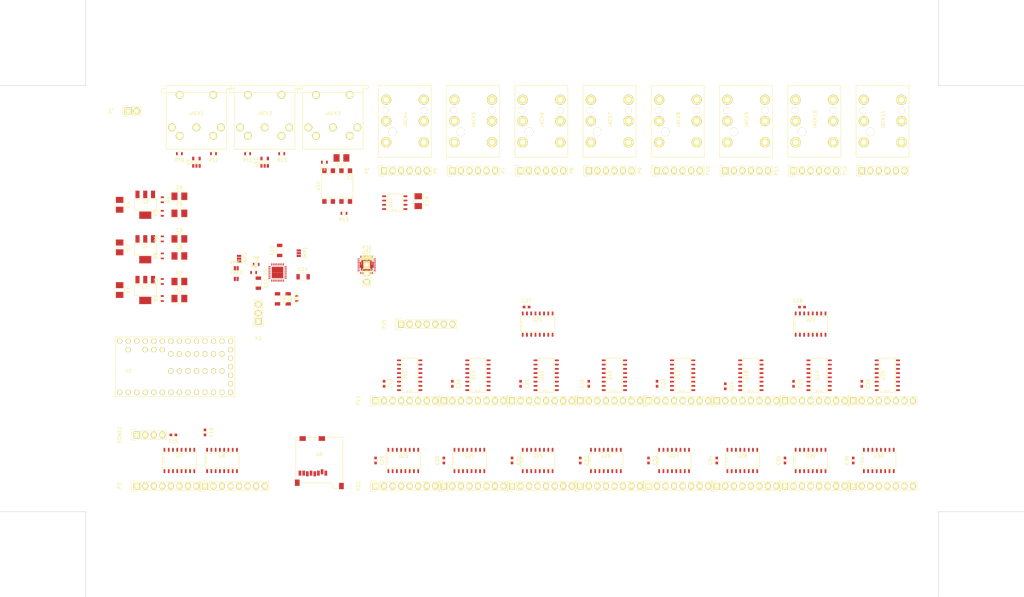
<source format=kicad_pcb>
(kicad_pcb (version 4) (host pcbnew 4.0.1-stable)
  (layers (0 F.Cu signal) (31 B.Cu signal) (34 B.Paste user) (35 F.Paste user) (36 B.SilkS user) (37 F.SilkS user) (38 B.Mask user) (39 F.Mask user) (44 Edge.Cuts user))
  (net 0 "")
  (net 1 GND)
  (net 2 "Net-(C3-Pad1)")
  (net 3 "Net-(C6-Pad1)")
  (net 4 SDA0)
  (net 5 SCL0)
  (net 6 +3V3)
  (net 7 "Net-(JMP2-Pad2)")
  (net 8 +1V8)
  (net 9 "Net-(JMP3-Pad2)")
  (net 10 "Net-(C14-Pad1)")
  (net 11 "Net-(C15-Pad2)")
  (net 12 "Net-(C15-Pad1)")
  (net 13 +5V)
  (net 14 VDD)
  (net 15 EN)
  (net 16 A)
  (net 17 B)
  (net 18 K1)
  (net 19 K2)
  (net 20 K3)
  (net 21 K4)
  (net 22 K5)
  (net 23 K6)
  (net 24 K7)
  (net 25 K8)
  (net 26 K9)
  (net 27 K10)
  (net 28 K11)
  (net 29 K12)
  (net 30 K13)
  (net 31 K14)
  (net 32 K15)
  (net 33 K16)
  (net 34 K17)
  (net 35 K18)
  (net 36 K19)
  (net 37 K20)
  (net 38 K21)
  (net 39 K22)
  (net 40 K23)
  (net 41 K24)
  (net 42 K25)
  (net 43 K26)
  (net 44 K27)
  (net 45 K28)
  (net 46 K29)
  (net 47 K30)
  (net 48 K31)
  (net 49 K32)
  (net 50 K33)
  (net 51 K34)
  (net 52 K35)
  (net 53 K36)
  (net 54 K37)
  (net 55 K38)
  (net 56 K39)
  (net 57 K40)
  (net 58 K41)
  (net 59 K42)
  (net 60 K43)
  (net 61 K44)
  (net 62 K45)
  (net 63 K46)
  (net 64 K47)
  (net 65 K48)
  (net 66 K49)
  (net 67 K50)
  (net 68 K51)
  (net 69 K52)
  (net 70 K53)
  (net 71 K54)
  (net 72 K55)
  (net 73 K56)
  (net 74 K57)
  (net 75 K58)
  (net 76 K59)
  (net 77 K60)
  (net 78 K61)
  (net 79 K62)
  (net 80 K63)
  (net 81 K64)
  (net 82 KOUT10)
  (net 83 KOUT9)
  (net 84 KOUT12)
  (net 85 KOUT11)
  (net 86 KOUT14)
  (net 87 KOUT13)
  (net 88 KOUT16)
  (net 89 KOUT15)
  (net 90 LEDLATCH)
  (net 91 LEDOE)
  (net 92 "Net-(U23-Pad9)")
  (net 93 "Net-(U24-Pad9)")
  (net 94 KA0)
  (net 95 KA1)
  (net 96 KA2)
  (net 97 KA3)
  (net 98 KA)
  (net 99 KB)
  (net 100 BLATCH)
  (net 101 BOE)
  (net 102 BCLK)
  (net 103 BSER)
  (net 104 "Net-(U26-Pad9)")
  (net 105 /page1/Bulk_IN)
  (net 106 KOUT6)
  (net 107 KOUT8)
  (net 108 KOUT7)
  (net 109 KOUT5)
  (net 110 KOUT1)
  (net 111 KOUT3)
  (net 112 KOUT2)
  (net 113 KOUT4)
  (net 114 "Net-(JACK5-PadT)")
  (net 115 "Net-(JACK5-PadR)")
  (net 116 "Net-(JACK5-PadS)")
  (net 117 "Net-(JACK5-PadTN)")
  (net 118 "Net-(JACK5-PadRN)")
  (net 119 "Net-(JACK5-PadG)")
  (net 120 "Net-(JACK6-PadT)")
  (net 121 "Net-(JACK6-PadR)")
  (net 122 "Net-(JACK6-PadS)")
  (net 123 "Net-(JACK6-PadTN)")
  (net 124 "Net-(JACK6-PadRN)")
  (net 125 "Net-(JACK6-PadG)")
  (net 126 "Net-(JACK7-PadT)")
  (net 127 "Net-(JACK7-PadR)")
  (net 128 "Net-(JACK7-PadS)")
  (net 129 "Net-(JACK7-PadTN)")
  (net 130 "Net-(JACK7-PadRN)")
  (net 131 "Net-(JACK7-PadG)")
  (net 132 "Net-(JACK8-PadT)")
  (net 133 "Net-(JACK8-PadR)")
  (net 134 "Net-(JACK8-PadS)")
  (net 135 "Net-(JACK8-PadTN)")
  (net 136 "Net-(JACK8-PadRN)")
  (net 137 "Net-(JACK8-PadG)")
  (net 138 "Net-(JACK9-PadT)")
  (net 139 "Net-(JACK9-PadR)")
  (net 140 "Net-(JACK9-PadS)")
  (net 141 "Net-(JACK9-PadTN)")
  (net 142 "Net-(JACK9-PadRN)")
  (net 143 "Net-(JACK9-PadG)")
  (net 144 "Net-(JACK10-PadT)")
  (net 145 "Net-(JACK10-PadR)")
  (net 146 "Net-(JACK10-PadS)")
  (net 147 "Net-(JACK10-PadTN)")
  (net 148 "Net-(JACK10-PadRN)")
  (net 149 "Net-(JACK10-PadG)")
  (net 150 KEN)
  (net 151 "Net-(R13-Pad2)")
  (net 152 "Net-(R14-Pad2)")
  (net 153 PORT-TX)
  (net 154 "Net-(C8-Pad1)")
  (net 155 "Net-(C9-Pad1)")
  (net 156 "Net-(C12-Pad1)")
  (net 157 "Net-(C16-Pad1)")
  (net 158 "Net-(C16-Pad2)")
  (net 159 "Net-(C17-Pad1)")
  (net 160 "Net-(C17-Pad2)")
  (net 161 "Net-(JACK1-Pad4)")
  (net 162 "Net-(JACK1-Pad5)")
  (net 163 "Net-(JACK2-Pad4)")
  (net 164 "Net-(JACK2-Pad5)")
  (net 165 "Net-(JACK11-PadT)")
  (net 166 "Net-(JACK11-PadR)")
  (net 167 "Net-(JACK11-PadS)")
  (net 168 "Net-(JACK11-PadTN)")
  (net 169 "Net-(JACK11-PadRN)")
  (net 170 "Net-(JACK11-PadG)")
  (net 171 "Net-(JMP1-Pad1)")
  (net 172 "Net-(JMP4-Pad2)")
  (net 173 "Net-(P2-Pad1)")
  (net 174 "Net-(P2-Pad2)")
  (net 175 "Net-(P2-Pad3)")
  (net 176 "Net-(P3-Pad1)")
  (net 177 "Net-(P3-Pad2)")
  (net 178 "Net-(P3-Pad3)")
  (net 179 "Net-(P3-Pad4)")
  (net 180 "Net-(P3-Pad5)")
  (net 181 "Net-(P3-Pad6)")
  (net 182 "Net-(P3-Pad7)")
  (net 183 "Net-(P3-Pad8)")
  (net 184 "Net-(P4-Pad1)")
  (net 185 "Net-(P4-Pad2)")
  (net 186 "Net-(P4-Pad3)")
  (net 187 "Net-(P4-Pad4)")
  (net 188 "Net-(P4-Pad5)")
  (net 189 "Net-(P4-Pad6)")
  (net 190 "Net-(P4-Pad7)")
  (net 191 "Net-(P4-Pad8)")
  (net 192 "Net-(JACK4-PadT)")
  (net 193 "Net-(JACK4-PadR)")
  (net 194 "Net-(JACK4-PadS)")
  (net 195 "Net-(JACK4-PadG)")
  (net 196 "Net-(JACK4-PadRN)")
  (net 197 "Net-(JACK4-PadTN)")
  (net 198 "Net-(P22-Pad1)")
  (net 199 "Net-(P22-Pad2)")
  (net 200 "Net-(P22-Pad3)")
  (net 201 "Net-(P22-Pad4)")
  (net 202 "Net-(P22-Pad5)")
  (net 203 "Net-(P23-Pad1)")
  (net 204 "Net-(P23-Pad2)")
  (net 205 "Net-(P23-Pad3)")
  (net 206 "Net-(P23-Pad4)")
  (net 207 "Net-(P23-Pad5)")
  (net 208 "Net-(P24-Pad1)")
  (net 209 "Net-(P24-Pad2)")
  (net 210 "Net-(P24-Pad3)")
  (net 211 "Net-(P24-Pad4)")
  (net 212 "Net-(P24-Pad5)")
  (net 213 "Net-(P25-Pad1)")
  (net 214 "Net-(P25-Pad2)")
  (net 215 "Net-(P25-Pad3)")
  (net 216 "Net-(P25-Pad4)")
  (net 217 "Net-(P25-Pad5)")
  (net 218 "Net-(P26-Pad1)")
  (net 219 "Net-(P26-Pad2)")
  (net 220 "Net-(P26-Pad3)")
  (net 221 "Net-(P26-Pad4)")
  (net 222 "Net-(P26-Pad5)")
  (net 223 "Net-(P27-Pad1)")
  (net 224 "Net-(P27-Pad2)")
  (net 225 "Net-(P27-Pad3)")
  (net 226 "Net-(P27-Pad4)")
  (net 227 "Net-(P27-Pad5)")
  (net 228 "Net-(P27-Pad6)")
  (net 229 "Net-(P28-Pad1)")
  (net 230 "Net-(P28-Pad2)")
  (net 231 "Net-(P28-Pad3)")
  (net 232 "Net-(P28-Pad4)")
  (net 233 "Net-(P28-Pad5)")
  (net 234 "Net-(P28-Pad6)")
  (net 235 "Net-(P28-Pad7)")
  (net 236 "Net-(P28-Pad8)")
  (net 237 "Net-(P29-Pad1)")
  (net 238 "Net-(P29-Pad2)")
  (net 239 "Net-(P29-Pad3)")
  (net 240 "Net-(P29-Pad4)")
  (net 241 "Net-(P29-Pad5)")
  (net 242 "Net-(P29-Pad6)")
  (net 243 "Net-(P29-Pad7)")
  (net 244 "Net-(P29-Pad8)")
  (net 245 "Net-(R12-Pad2)")
  (net 246 PORT-RX)
  (net 247 ROW1)
  (net 248 ROW2)
  (net 249 ROW3)
  (net 250 ROW4)
  (net 251 SD_CS)
  (net 252 SD_LED_MOSI)
  (net 253 "Net-(P22-Pad8)")
  (net 254 "Net-(P22-Pad7)")
  (net 255 "Net-(P22-Pad6)")
  (net 256 SD_LED_SCK)
  (net 257 "Net-(P23-Pad8)")
  (net 258 "Net-(P23-Pad7)")
  (net 259 "Net-(P23-Pad6)")
  (net 260 "Net-(P24-Pad8)")
  (net 261 "Net-(P24-Pad7)")
  (net 262 "Net-(P24-Pad6)")
  (net 263 "Net-(U25-Pad9)")
  (net 264 "Net-(P25-Pad8)")
  (net 265 "Net-(P25-Pad7)")
  (net 266 "Net-(P25-Pad6)")
  (net 267 "Net-(P26-Pad8)")
  (net 268 "Net-(P26-Pad7)")
  (net 269 "Net-(P26-Pad6)")
  (net 270 "Net-(U27-Pad9)")
  (net 271 "Net-(P27-Pad7)")
  (net 272 "Net-(P27-Pad8)")
  (net 273 I2S_BCLK)
  (net 274 I2S_MCLK)
  (net 275 SD_MISO)
  (net 276 I2S_LRCLK)
  (net 277 "Net-(U28-Pad9)")
  (net 278 "Net-(U29-Pad9)")
  (net 279 "Net-(C37-Pad1)")
  (net 280 "Net-(C40-Pad1)")
  (net 281 "Net-(JACK1-Pad1)")
  (net 282 "Net-(JACK1-Pad2)")
  (net 283 "Net-(JACK1-Pad3)")
  (net 284 "Net-(JACK1-Pad6)")
  (net 285 "Net-(JACK1-Pad7)")
  (net 286 "Net-(JACK2-Pad1)")
  (net 287 "Net-(JACK2-Pad2)")
  (net 288 "Net-(JACK2-Pad3)")
  (net 289 "Net-(JACK2-Pad6)")
  (net 290 "Net-(JACK2-Pad7)")
  (net 291 "Net-(JACK3-Pad1)")
  (net 292 "Net-(JACK3-Pad2)")
  (net 293 "Net-(JACK3-Pad3)")
  (net 294 "Net-(JACK3-Pad6)")
  (net 295 "Net-(JACK3-Pad7)")
  (net 296 I2S_DIN0)
  (net 297 I2S_DOUT0)
  (net 298 "Net-(JMP5-Pad2)")
  (net 299 I2S_DIN1)
  (net 300 "Net-(JMP6-Pad2)")
  (net 301 I2S_DOUT1)
  (net 302 "Net-(JMP7-Pad2)")
  (net 303 "Net-(P30-Pad1)")
  (net 304 "Net-(P30-Pad2)")
  (net 305 "Net-(P30-Pad3)")
  (net 306 "Net-(U3-Pad7)")
  (net 307 "Net-(U3-Pad8)")
  (net 308 "Net-(U3-Pad20)")
  (net 309 "Net-(U3-Pad29)")
  (net 310 "Net-(U3-Pad32)")
  (net 311 "Net-(U3-Pad33)")
  (net 312 "Net-(U3-Pad35)")
  (net 313 "Net-(U3-Pad37)")
  (net 314 "Net-(U3-Pad38)")
  (net 315 "Net-(U3-Pad41)")
  (net 316 "Net-(U3-Pad48)")
  (net 317 "Net-(U3-Pad49)")
  (net 318 "Net-(U5-Pad11)")
  (net 319 "Net-(U5-Pad12)")
  (net 320 "Net-(U5-Pad13)")
  (net 321 "Net-(U5-Pad14)")
  (net 322 "Net-(U5-Pad15)")
  (net 323 "Net-(U5-Pad16)")
  (net 324 "Net-(U5-Pad18)")
  (net 325 "Net-(U6-Pad1)")
  (net 326 "Net-(U6-Pad8)")
  (net 327 "Net-(U6-Pad9)")
  (net 328 "Net-(U6-Pad10)")
  (net 329 "Net-(U6-Pad11)")
  (net 330 "Net-(U6-Pad12)")
  (net 331 "Net-(U7-Pad10)")
  (net 332 "Net-(U7-Pad9)")
  (net 333 "Net-(U8-Pad14)")
  (net 334 "Net-(U8-Pad10)")
  (net 335 "Net-(U8-Pad9)")
  (net 336 "Net-(U11-Pad1)")
  (net 337 "Net-(U11-Pad4)")
  (net 338 "Net-(U11-Pad7)")
  (net 339 "Net-(U12-Pad7)")
  (net 340 "Net-(U12-Pad6)")
  (net 341 "Net-(U12-Pad5)")
  (net 342 "Net-(U12-Pad3)")
  (net 343 "Net-(U12-Pad2)")
  (net 344 "Net-(U12-Pad1)")
  (net 345 "Net-(U13-Pad8)")
  (net 346 "Net-(U13-Pad16)")
  (net 347 "Net-(U14-Pad8)")
  (net 348 "Net-(U14-Pad16)")
  (net 349 "Net-(U15-Pad8)")
  (net 350 "Net-(U15-Pad16)")
  (net 351 "Net-(U16-Pad8)")
  (net 352 "Net-(U16-Pad16)")
  (net 353 "Net-(U17-Pad8)")
  (net 354 "Net-(U17-Pad16)")
  (net 355 "Net-(U18-Pad8)")
  (net 356 "Net-(U18-Pad16)")
  (net 357 "Net-(U19-Pad8)")
  (net 358 "Net-(U19-Pad16)")
  (net 359 "Net-(U20-Pad8)")
  (net 360 "Net-(U20-Pad16)")
  (net 361 "Net-(U21-Pad8)")
  (net 362 "Net-(U21-Pad16)")
  (net 363 "Net-(U22-Pad8)")
  (net 364 "Net-(U22-Pad16)")
  (net 365 "Net-(U23-Pad10)")
  (net 366 "Net-(U24-Pad10)")
  (net 367 "Net-(U25-Pad10)")
  (net 368 "Net-(U26-Pad10)")
  (net 369 "Net-(U27-Pad10)")
  (net 370 "Net-(U28-Pad10)")
  (net 371 "Net-(U29-Pad10)")
  (net 372 "Net-(U30-Pad10)")
  (net 373 "Net-(U30-Pad9)")
  (net 374 "Net-(U31-Pad11)")
  (net 375 "Net-(U31-Pad12)")
  (net 376 "Net-(U31-Pad13)")
  (net 377 "Net-(U31-Pad14)")
  (net 378 "Net-(U31-Pad15)")
  (net 379 "Net-(U31-Pad16)")
  (net 380 "Net-(U31-Pad18)")
  (module Pin_Headers:Pin_Header_Straight_1x02 (layer F.Cu) (at 38.1 33.02 90)
    (fp_text reference P1 (at 0 -5.1 90) (layer F.SilkS))
    (fp_text value CONN_01X02)
    (pad 1 thru_hole rect (at 0 0 90) (size 2.032 2.032) (drill 1.016) (layers *.Cu *.Mask F.SilkS) (net 105 /page1/Bulk_IN))
    (pad 2 thru_hole oval (at 0 2.54 90) (size 2.032 2.032) (drill 1.016) (layers *.Cu *.Mask F.SilkS) (net 1 GND))
  )
  (module Resistors_SMD:R_0603 (layer F.Cu) (at 48.26 88.9 90)
    (fp_text reference R1 (at 0 -1.9 90) (layer F.SilkS))
    (fp_text value 11.3K)
    (pad 1 smd rect (at -0.75 0 90) (size 0.5 0.9) (layers F.Cu F.Paste F.Mask) (net 8 +1V8))
    (pad 2 smd rect (at 0.75 0 90) (size 0.5 0.9) (layers F.Cu F.Paste F.Mask) (net 2 "Net-(C3-Pad1)"))
  )
  (module Resistors_SMD:R_0603 (layer F.Cu) (at 48.26 83.82 90)
    (fp_text reference R2 (at 0 -1.9 90) (layer F.SilkS))
    (fp_text value 34K)
    (pad 1 smd rect (at -0.75 0 90) (size 0.5 0.9) (layers F.Cu F.Paste F.Mask) (net 2 "Net-(C3-Pad1)"))
    (pad 2 smd rect (at 0.75 0 90) (size 0.5 0.9) (layers F.Cu F.Paste F.Mask) (net 1 GND))
  )
  (module Resistors_SMD:R_0603 (layer F.Cu) (at 48.26 63.5 90)
    (fp_text reference R3 (at 0 -1.9 90) (layer F.SilkS))
    (fp_text value 11.3K)
    (pad 1 smd rect (at -0.75 0 90) (size 0.5 0.9) (layers F.Cu F.Paste F.Mask) (net 13 +5V))
    (pad 2 smd rect (at 0.75 0 90) (size 0.5 0.9) (layers F.Cu F.Paste F.Mask) (net 3 "Net-(C6-Pad1)"))
  )
  (module Resistors_SMD:R_0603 (layer F.Cu) (at 48.26 59.46 270)
    (fp_text reference R4 (at 0 -1.9 270) (layer F.SilkS))
    (fp_text value 34K)
    (pad 1 smd rect (at -0.75 0 270) (size 0.5 0.9) (layers F.Cu F.Paste F.Mask) (net 3 "Net-(C6-Pad1)"))
    (pad 2 smd rect (at 0.75 0 270) (size 0.5 0.9) (layers F.Cu F.Paste F.Mask) (net 1 GND))
  )
  (module Capacitors_SMD:C_1206 (layer F.Cu) (at 83.205 74.56 90)
    (fp_text reference C10 (at 0 -2.3 90) (layer F.SilkS))
    (fp_text value C)
    (pad 1 smd rect (at -1.5 0 90) (size 1 1.6) (layers F.Cu F.Paste F.Mask) (net 6 +3V3))
    (pad 2 smd rect (at 1.5 0 90) (size 1 1.6) (layers F.Cu F.Paste F.Mask) (net 1 GND))
  )
  (module Capacitors_SMD:C_1206 (layer F.Cu) (at 76.855 84.315 270)
    (fp_text reference C11 (at 0 -2.3 270) (layer F.SilkS))
    (fp_text value C)
    (pad 1 smd rect (at -1.5 0 270) (size 1 1.6) (layers F.Cu F.Paste F.Mask) (net 8 +1V8))
    (pad 2 smd rect (at 1.5 0 270) (size 1 1.6) (layers F.Cu F.Paste F.Mask) (net 1 GND))
  )
  (module SparkFun-Footprints:SF-2way-open (layer F.Cu) (at 70.2764 83.045)
    (fp_text reference JMP2 (at 0 -1.905) (layer F.SilkS))
    (fp_text value 2Jumper hide)
    (pad 1 smd rect (at -0.4064 0) (size 0.635 1.27) (layers F.Cu F.Paste F.Mask) (net 296 I2S_DIN0))
    (pad 2 smd rect (at 0.4064 0) (size 0.635 1.27) (layers F.Cu F.Paste F.Mask) (net 7 "Net-(JMP2-Pad2)"))
  )
  (module Resistors_SMD:R_0603 (layer F.Cu) (at 48.26 76.2 90)
    (fp_text reference R5 (at 0 -1.9 90) (layer F.SilkS))
    (fp_text value 11.5K)
    (pad 1 smd rect (at -0.75 0 90) (size 0.5 0.9) (layers F.Cu F.Paste F.Mask) (net 154 "Net-(C8-Pad1)"))
    (pad 2 smd rect (at 0.75 0 90) (size 0.5 0.9) (layers F.Cu F.Paste F.Mask) (net 155 "Net-(C9-Pad1)"))
  )
  (module Resistors_SMD:R_0603 (layer F.Cu) (at 48.26 71.12 90)
    (fp_text reference R6 (at 0 -1.9 90) (layer F.SilkS))
    (fp_text value 18.7K)
    (pad 1 smd rect (at -0.75 0 90) (size 0.5 0.9) (layers F.Cu F.Paste F.Mask) (net 155 "Net-(C9-Pad1)"))
    (pad 2 smd rect (at 0.75 0 90) (size 0.5 0.9) (layers F.Cu F.Paste F.Mask) (net 1 GND))
  )
  (module Resistors_SMD:R_0603 (layer F.Cu) (at 88.285 88.875 90)
    (fp_text reference R7 (at 0 -1.9 90) (layer F.SilkS))
    (fp_text value 1)
    (pad 1 smd rect (at -0.75 0 90) (size 0.5 0.9) (layers F.Cu F.Paste F.Mask) (net 6 +3V3))
    (pad 2 smd rect (at 0.75 0 90) (size 0.5 0.9) (layers F.Cu F.Paste F.Mask) (net 156 "Net-(C12-Pad1)"))
  )
  (module Capacitors_Tantalum_SMD:TantalC_SizeB_EIA-3528_Reflow (layer F.Cu) (at 35.56 86.36 270)
    (fp_text reference C1 (at 0 -2.6 270) (layer F.SilkS))
    (fp_text value 10u)
    (pad 2 smd rect (at 1.46 0 270) (size 1.8 2.23) (layers F.Cu F.Paste F.Mask) (net 1 GND))
    (pad 1 smd rect (at -1.46 0 270) (size 1.8 2.23) (layers F.Cu F.Paste F.Mask) (net 105 /page1/Bulk_IN))
  )
  (module Capacitors_Tantalum_SMD:TantalC_SizeB_EIA-3528_Reflow (layer F.Cu) (at 53.34 88.9)
    (fp_text reference C2 (at 0 -2.6) (layer F.SilkS))
    (fp_text value 10u)
    (pad 2 smd rect (at 1.46 0) (size 1.8 2.23) (layers F.Cu F.Paste F.Mask) (net 1 GND))
    (pad 1 smd rect (at -1.46 0) (size 1.8 2.23) (layers F.Cu F.Paste F.Mask) (net 8 +1V8))
  )
  (module Capacitors_Tantalum_SMD:TantalC_SizeB_EIA-3528_Reflow (layer F.Cu) (at 53.34 83.82)
    (fp_text reference C3 (at 0 -2.6) (layer F.SilkS))
    (fp_text value 10u)
    (pad 2 smd rect (at 1.46 0) (size 1.8 2.23) (layers F.Cu F.Paste F.Mask) (net 1 GND))
    (pad 1 smd rect (at -1.46 0) (size 1.8 2.23) (layers F.Cu F.Paste F.Mask) (net 2 "Net-(C3-Pad1)"))
  )
  (module Capacitors_Tantalum_SMD:TantalC_SizeB_EIA-3528_Reflow (layer F.Cu) (at 35.56 60.96 270)
    (fp_text reference C4 (at 0 -2.6 270) (layer F.SilkS))
    (fp_text value 10u)
    (pad 2 smd rect (at 1.46 0 270) (size 1.8 2.23) (layers F.Cu F.Paste F.Mask) (net 1 GND))
    (pad 1 smd rect (at -1.46 0 270) (size 1.8 2.23) (layers F.Cu F.Paste F.Mask) (net 105 /page1/Bulk_IN))
  )
  (module Capacitors_Tantalum_SMD:TantalC_SizeB_EIA-3528_Reflow (layer F.Cu) (at 53.34 63.5)
    (fp_text reference C5 (at 0 -2.6) (layer F.SilkS))
    (fp_text value 10u)
    (pad 2 smd rect (at 1.46 0) (size 1.8 2.23) (layers F.Cu F.Paste F.Mask) (net 1 GND))
    (pad 1 smd rect (at -1.46 0) (size 1.8 2.23) (layers F.Cu F.Paste F.Mask) (net 13 +5V))
  )
  (module Capacitors_Tantalum_SMD:TantalC_SizeB_EIA-3528_Reflow (layer F.Cu) (at 53.34 58.42)
    (fp_text reference C6 (at 0 -2.6) (layer F.SilkS))
    (fp_text value 10u)
    (pad 2 smd rect (at 1.46 0) (size 1.8 2.23) (layers F.Cu F.Paste F.Mask) (net 1 GND))
    (pad 1 smd rect (at -1.46 0) (size 1.8 2.23) (layers F.Cu F.Paste F.Mask) (net 3 "Net-(C6-Pad1)"))
  )
  (module Resistors_SMD:R_0603 (layer F.Cu) (at 76.2 78.74)
    (fp_text reference R8 (at 0 -1.9) (layer F.SilkS))
    (fp_text value 2.2K)
    (pad 1 smd rect (at -0.75 0) (size 0.5 0.9) (layers F.Cu F.Paste F.Mask) (net 6 +3V3))
    (pad 2 smd rect (at 0.75 0) (size 0.5 0.9) (layers F.Cu F.Paste F.Mask) (net 5 SCL0))
  )
  (module Resistors_SMD:R_0603 (layer F.Cu) (at 75.45 81.14)
    (fp_text reference R9 (at 0 -1.9) (layer F.SilkS))
    (fp_text value 2.2K)
    (pad 1 smd rect (at -0.75 0) (size 0.5 0.9) (layers F.Cu F.Paste F.Mask) (net 6 +3V3))
    (pad 2 smd rect (at 0.75 0) (size 0.5 0.9) (layers F.Cu F.Paste F.Mask) (net 4 SDA0))
  )
  (module SparkFun-Footprints:SF-SOT-223 (layer F.Cu) (at 43.18 86.36 180)
    (fp_text reference U1 (at 0 0.8128 180) (layer F.SilkS))
    (fp_text value LDO-adj-4term)
    (pad 1 smd rect (at -2.3114 3.0988 270) (size 2.2352 1.2192) (layers F.Cu F.Paste F.Mask) (net 2 "Net-(C3-Pad1)"))
    (pad 2 smd rect (at 0 3.0988 270) (size 2.2352 1.2192) (layers F.Cu F.Paste F.Mask) (net 8 +1V8))
    (pad 3 smd rect (at 2.3114 3.0988 270) (size 2.2352 1.2192) (layers F.Cu F.Paste F.Mask) (net 105 /page1/Bulk_IN))
    (pad 4 smd rect (at 0 -3.0988 180) (size 3.6068 2.19964) (layers F.Cu F.Paste F.Mask) (net 8 +1V8))
  )
  (module SparkFun-Footprints:SF-DIN-5 (layer F.Cu) (at 78.74 25.4 180)
    (fp_text reference JACK2 (at 0.00508 -8.29564 180) (layer F.SilkS))
    (fp_text value DIN-5)
    (pad 1 thru_hole circle (at 7.29996 -12.49934 180) (size 2.286 2.286) (drill 1.397) (layers *.Cu *.Mask F.SilkS) (net 286 "Net-(JACK2-Pad1)"))
    (pad 2 thru_hole circle (at 0 -12.49934 180) (size 2.286 2.286) (drill 1.397) (layers *.Cu *.Mask F.SilkS) (net 287 "Net-(JACK2-Pad2)"))
    (pad 3 thru_hole circle (at -7.29996 -12.49934 180) (size 2.286 2.286) (drill 1.397) (layers *.Cu *.Mask F.SilkS) (net 288 "Net-(JACK2-Pad3)"))
    (pad 4 thru_hole circle (at 5.00126 -15.00124 180) (size 2.286 2.286) (drill 1.397) (layers *.Cu *.Mask F.SilkS) (net 163 "Net-(JACK2-Pad4)"))
    (pad 5 thru_hole circle (at -5.00126 -15.00124 180) (size 2.286 2.286) (drill 1.397) (layers *.Cu *.Mask F.SilkS) (net 164 "Net-(JACK2-Pad5)"))
    (pad 6 thru_hole circle (at 5.00126 -2.79908 180) (size 2.286 2.286) (drill 1.397) (layers *.Cu *.Mask F.SilkS) (net 289 "Net-(JACK2-Pad6)"))
    (pad 7 thru_hole circle (at -5.00126 -2.79908 180) (size 2.286 2.286) (drill 1.397) (layers *.Cu *.Mask F.SilkS) (net 290 "Net-(JACK2-Pad7)"))
  )
  (module SparkFun-Footprints:SF-DIN-5 (layer F.Cu) (at 99.06 25.4 180)
    (fp_text reference JACK3 (at 0.00508 -8.29564 180) (layer F.SilkS))
    (fp_text value DIN-5)
    (pad 1 thru_hole circle (at 7.29996 -12.49934 180) (size 2.286 2.286) (drill 1.397) (layers *.Cu *.Mask F.SilkS) (net 291 "Net-(JACK3-Pad1)"))
    (pad 2 thru_hole circle (at 0 -12.49934 180) (size 2.286 2.286) (drill 1.397) (layers *.Cu *.Mask F.SilkS) (net 292 "Net-(JACK3-Pad2)"))
    (pad 3 thru_hole circle (at -7.29996 -12.49934 180) (size 2.286 2.286) (drill 1.397) (layers *.Cu *.Mask F.SilkS) (net 293 "Net-(JACK3-Pad3)"))
    (pad 4 thru_hole circle (at 5.00126 -15.00124 180) (size 2.286 2.286) (drill 1.397) (layers *.Cu *.Mask F.SilkS) (net 160 "Net-(C17-Pad2)"))
    (pad 5 thru_hole circle (at -5.00126 -15.00124 180) (size 2.286 2.286) (drill 1.397) (layers *.Cu *.Mask F.SilkS) (net 159 "Net-(C17-Pad1)"))
    (pad 6 thru_hole circle (at 5.00126 -2.79908 180) (size 2.286 2.286) (drill 1.397) (layers *.Cu *.Mask F.SilkS) (net 294 "Net-(JACK3-Pad6)"))
    (pad 7 thru_hole circle (at -5.00126 -2.79908 180) (size 2.286 2.286) (drill 1.397) (layers *.Cu *.Mask F.SilkS) (net 295 "Net-(JACK3-Pad7)"))
  )
  (module SparkFun-Footprints:SF-Neutrik-Jack-6-term (layer F.Cu) (at 142.24 25.4)
    (fp_text reference JACK5 (at -1.27 10.16 90) (layer F.SilkS))
    (fp_text value TRS_6term)
    (pad T thru_hole circle (at -7 16.95) (size 3 3) (drill 1.5) (layers *.Cu *.Mask F.SilkS) (net 114 "Net-(JACK5-PadT)"))
    (pad R thru_hole circle (at -7 10.6) (size 3 3) (drill 1.5) (layers *.Cu *.Mask F.SilkS) (net 115 "Net-(JACK5-PadR)"))
    (pad S thru_hole circle (at -7 4.25) (size 3 3) (drill 1.5) (layers *.Cu *.Mask F.SilkS) (net 116 "Net-(JACK5-PadS)"))
    (pad TN thru_hole circle (at 4.2 16.95) (size 3 3) (drill 1.5) (layers *.Cu *.Mask F.SilkS) (net 117 "Net-(JACK5-PadTN)"))
    (pad RN thru_hole circle (at 4.2 10.6) (size 3 3) (drill 1.5) (layers *.Cu *.Mask F.SilkS) (net 118 "Net-(JACK5-PadRN)"))
    (pad G thru_hole circle (at 4.2 4.25) (size 3 3) (drill 1.5) (layers *.Cu *.Mask F.SilkS) (net 119 "Net-(JACK5-PadG)"))
    (pad ~ thru_hole circle (at -5.1 13.8) (size 2.5 2.5) (drill 2.5) (layers *.Cu *.Mask F.SilkS))
    (pad ~ thru_hole circle (at -7.23 7.45) (size 2 2) (drill 2) (layers *.Cu *.Mask F.SilkS))
    (pad ~ thru_hole circle (at 4.2 7.45) (size 2 2) (drill 2) (layers *.Cu *.Mask F.SilkS))
  )
  (module SparkFun-Footprints:SF-Neutrik-Jack-6-term (layer F.Cu) (at 162.56 25.4)
    (fp_text reference JACK6 (at -1.27 10.16 90) (layer F.SilkS))
    (fp_text value TRS_6term)
    (pad T thru_hole circle (at -7 16.95) (size 3 3) (drill 1.5) (layers *.Cu *.Mask F.SilkS) (net 120 "Net-(JACK6-PadT)"))
    (pad R thru_hole circle (at -7 10.6) (size 3 3) (drill 1.5) (layers *.Cu *.Mask F.SilkS) (net 121 "Net-(JACK6-PadR)"))
    (pad S thru_hole circle (at -7 4.25) (size 3 3) (drill 1.5) (layers *.Cu *.Mask F.SilkS) (net 122 "Net-(JACK6-PadS)"))
    (pad TN thru_hole circle (at 4.2 16.95) (size 3 3) (drill 1.5) (layers *.Cu *.Mask F.SilkS) (net 123 "Net-(JACK6-PadTN)"))
    (pad RN thru_hole circle (at 4.2 10.6) (size 3 3) (drill 1.5) (layers *.Cu *.Mask F.SilkS) (net 124 "Net-(JACK6-PadRN)"))
    (pad G thru_hole circle (at 4.2 4.25) (size 3 3) (drill 1.5) (layers *.Cu *.Mask F.SilkS) (net 125 "Net-(JACK6-PadG)"))
    (pad ~ thru_hole circle (at -5.1 13.8) (size 2.5 2.5) (drill 2.5) (layers *.Cu *.Mask F.SilkS))
    (pad ~ thru_hole circle (at -7.23 7.45) (size 2 2) (drill 2) (layers *.Cu *.Mask F.SilkS))
    (pad ~ thru_hole circle (at 4.2 7.45) (size 2 2) (drill 2) (layers *.Cu *.Mask F.SilkS))
  )
  (module SparkFun-Footprints:SF-Neutrik-Jack-6-term (layer F.Cu) (at 182.88 25.4)
    (fp_text reference JACK7 (at -1.27 10.16 90) (layer F.SilkS))
    (fp_text value TRS_6term)
    (pad T thru_hole circle (at -7 16.95) (size 3 3) (drill 1.5) (layers *.Cu *.Mask F.SilkS) (net 126 "Net-(JACK7-PadT)"))
    (pad R thru_hole circle (at -7 10.6) (size 3 3) (drill 1.5) (layers *.Cu *.Mask F.SilkS) (net 127 "Net-(JACK7-PadR)"))
    (pad S thru_hole circle (at -7 4.25) (size 3 3) (drill 1.5) (layers *.Cu *.Mask F.SilkS) (net 128 "Net-(JACK7-PadS)"))
    (pad TN thru_hole circle (at 4.2 16.95) (size 3 3) (drill 1.5) (layers *.Cu *.Mask F.SilkS) (net 129 "Net-(JACK7-PadTN)"))
    (pad RN thru_hole circle (at 4.2 10.6) (size 3 3) (drill 1.5) (layers *.Cu *.Mask F.SilkS) (net 130 "Net-(JACK7-PadRN)"))
    (pad G thru_hole circle (at 4.2 4.25) (size 3 3) (drill 1.5) (layers *.Cu *.Mask F.SilkS) (net 131 "Net-(JACK7-PadG)"))
    (pad ~ thru_hole circle (at -5.1 13.8) (size 2.5 2.5) (drill 2.5) (layers *.Cu *.Mask F.SilkS))
    (pad ~ thru_hole circle (at -7.23 7.45) (size 2 2) (drill 2) (layers *.Cu *.Mask F.SilkS))
    (pad ~ thru_hole circle (at 4.2 7.45) (size 2 2) (drill 2) (layers *.Cu *.Mask F.SilkS))
  )
  (module SparkFun-Footprints:SF-Neutrik-Jack-6-term (layer F.Cu) (at 203.2 25.4)
    (fp_text reference JACK8 (at -1.27 10.16 90) (layer F.SilkS))
    (fp_text value TRS_6term)
    (pad T thru_hole circle (at -7 16.95) (size 3 3) (drill 1.5) (layers *.Cu *.Mask F.SilkS) (net 132 "Net-(JACK8-PadT)"))
    (pad R thru_hole circle (at -7 10.6) (size 3 3) (drill 1.5) (layers *.Cu *.Mask F.SilkS) (net 133 "Net-(JACK8-PadR)"))
    (pad S thru_hole circle (at -7 4.25) (size 3 3) (drill 1.5) (layers *.Cu *.Mask F.SilkS) (net 134 "Net-(JACK8-PadS)"))
    (pad TN thru_hole circle (at 4.2 16.95) (size 3 3) (drill 1.5) (layers *.Cu *.Mask F.SilkS) (net 135 "Net-(JACK8-PadTN)"))
    (pad RN thru_hole circle (at 4.2 10.6) (size 3 3) (drill 1.5) (layers *.Cu *.Mask F.SilkS) (net 136 "Net-(JACK8-PadRN)"))
    (pad G thru_hole circle (at 4.2 4.25) (size 3 3) (drill 1.5) (layers *.Cu *.Mask F.SilkS) (net 137 "Net-(JACK8-PadG)"))
    (pad ~ thru_hole circle (at -5.1 13.8) (size 2.5 2.5) (drill 2.5) (layers *.Cu *.Mask F.SilkS))
    (pad ~ thru_hole circle (at -7.23 7.45) (size 2 2) (drill 2) (layers *.Cu *.Mask F.SilkS))
    (pad ~ thru_hole circle (at 4.2 7.45) (size 2 2) (drill 2) (layers *.Cu *.Mask F.SilkS))
  )
  (module SparkFun-Footprints:SF-Neutrik-Jack-6-term (layer F.Cu) (at 223.52 25.4)
    (fp_text reference JACK9 (at -1.27 10.16 90) (layer F.SilkS))
    (fp_text value TRS_6term)
    (pad T thru_hole circle (at -7 16.95) (size 3 3) (drill 1.5) (layers *.Cu *.Mask F.SilkS) (net 138 "Net-(JACK9-PadT)"))
    (pad R thru_hole circle (at -7 10.6) (size 3 3) (drill 1.5) (layers *.Cu *.Mask F.SilkS) (net 139 "Net-(JACK9-PadR)"))
    (pad S thru_hole circle (at -7 4.25) (size 3 3) (drill 1.5) (layers *.Cu *.Mask F.SilkS) (net 140 "Net-(JACK9-PadS)"))
    (pad TN thru_hole circle (at 4.2 16.95) (size 3 3) (drill 1.5) (layers *.Cu *.Mask F.SilkS) (net 141 "Net-(JACK9-PadTN)"))
    (pad RN thru_hole circle (at 4.2 10.6) (size 3 3) (drill 1.5) (layers *.Cu *.Mask F.SilkS) (net 142 "Net-(JACK9-PadRN)"))
    (pad G thru_hole circle (at 4.2 4.25) (size 3 3) (drill 1.5) (layers *.Cu *.Mask F.SilkS) (net 143 "Net-(JACK9-PadG)"))
    (pad ~ thru_hole circle (at -5.1 13.8) (size 2.5 2.5) (drill 2.5) (layers *.Cu *.Mask F.SilkS))
    (pad ~ thru_hole circle (at -7.23 7.45) (size 2 2) (drill 2) (layers *.Cu *.Mask F.SilkS))
    (pad ~ thru_hole circle (at 4.2 7.45) (size 2 2) (drill 2) (layers *.Cu *.Mask F.SilkS))
  )
  (module SparkFun-Footprints:SF-Neutrik-Jack-6-term (layer F.Cu) (at 243.84 25.4)
    (fp_text reference JACK10 (at -1.27 10.16 90) (layer F.SilkS))
    (fp_text value TRS_6term)
    (pad T thru_hole circle (at -7 16.95) (size 3 3) (drill 1.5) (layers *.Cu *.Mask F.SilkS) (net 144 "Net-(JACK10-PadT)"))
    (pad R thru_hole circle (at -7 10.6) (size 3 3) (drill 1.5) (layers *.Cu *.Mask F.SilkS) (net 145 "Net-(JACK10-PadR)"))
    (pad S thru_hole circle (at -7 4.25) (size 3 3) (drill 1.5) (layers *.Cu *.Mask F.SilkS) (net 146 "Net-(JACK10-PadS)"))
    (pad TN thru_hole circle (at 4.2 16.95) (size 3 3) (drill 1.5) (layers *.Cu *.Mask F.SilkS) (net 147 "Net-(JACK10-PadTN)"))
    (pad RN thru_hole circle (at 4.2 10.6) (size 3 3) (drill 1.5) (layers *.Cu *.Mask F.SilkS) (net 148 "Net-(JACK10-PadRN)"))
    (pad G thru_hole circle (at 4.2 4.25) (size 3 3) (drill 1.5) (layers *.Cu *.Mask F.SilkS) (net 149 "Net-(JACK10-PadG)"))
    (pad ~ thru_hole circle (at -5.1 13.8) (size 2.5 2.5) (drill 2.5) (layers *.Cu *.Mask F.SilkS))
    (pad ~ thru_hole circle (at -7.23 7.45) (size 2 2) (drill 2) (layers *.Cu *.Mask F.SilkS))
    (pad ~ thru_hole circle (at 4.2 7.45) (size 2 2) (drill 2) (layers *.Cu *.Mask F.SilkS))
  )
  (module Resistors_SMD:R_0603 (layer F.Cu) (at 53.34 45.72 180)
    (fp_text reference R10 (at 0 -1.9 180) (layer F.SilkS))
    (fp_text value R)
    (pad 1 smd rect (at -0.75 0 180) (size 0.5 0.9) (layers F.Cu F.Paste F.Mask) (net 13 +5V))
    (pad 2 smd rect (at 0.75 0 180) (size 0.5 0.9) (layers F.Cu F.Paste F.Mask) (net 161 "Net-(JACK1-Pad4)"))
  )
  (module SparkFun-Footprints:SF-3way-open (layer F.Cu) (at 71.12 77.0128 270)
    (fp_text reference JMP4 (at 0 -1.905 270) (layer F.SilkS))
    (fp_text value 3Jumper hide)
    (pad 1 smd rect (at -0.8128 0 270) (size 0.635 1.27) (layers F.Cu F.Paste F.Mask) (net 1 GND))
    (pad 2 smd rect (at 0 0 270) (size 0.635 1.27) (layers F.Cu F.Paste F.Mask) (net 172 "Net-(JMP4-Pad2)"))
    (pad 3 smd rect (at 0.8128 0 270) (size 0.635 1.27) (layers F.Cu F.Paste F.Mask) (net 6 +3V3))
  )
  (module Capacitors_SMD:C_0603 (layer F.Cu) (at 60.96 128.79 270)
    (fp_text reference C16 (at 0 -1.9 270) (layer F.SilkS))
    (fp_text value C)
    (pad 1 smd rect (at -0.75 0 270) (size 0.8 0.75) (layers F.Cu F.Paste F.Mask) (net 157 "Net-(C16-Pad1)"))
    (pad 2 smd rect (at 0.75 0 270) (size 0.8 0.75) (layers F.Cu F.Paste F.Mask) (net 158 "Net-(C16-Pad2)"))
  )
  (module Capacitors_SMD:C_0603 (layer F.Cu) (at 114.3 114.3 270)
    (fp_text reference C19 (at 0 -1.9 270) (layer F.SilkS))
    (fp_text value 1u)
    (pad 1 smd rect (at -0.75 0 270) (size 0.8 0.75) (layers F.Cu F.Paste F.Mask) (net 14 VDD))
    (pad 2 smd rect (at 0.75 0 270) (size 0.8 0.75) (layers F.Cu F.Paste F.Mask) (net 1 GND))
  )
  (module Capacitors_SMD:C_0603 (layer F.Cu) (at 134.62 114.3 270)
    (fp_text reference C20 (at 0 -1.9 270) (layer F.SilkS))
    (fp_text value 1u)
    (pad 1 smd rect (at -0.75 0 270) (size 0.8 0.75) (layers F.Cu F.Paste F.Mask) (net 14 VDD))
    (pad 2 smd rect (at 0.75 0 270) (size 0.8 0.75) (layers F.Cu F.Paste F.Mask) (net 1 GND))
  )
  (module Capacitors_SMD:C_0603 (layer F.Cu) (at 154.94 114.3 270)
    (fp_text reference C21 (at 0 -1.9 270) (layer F.SilkS))
    (fp_text value 1u)
    (pad 1 smd rect (at -0.75 0 270) (size 0.8 0.75) (layers F.Cu F.Paste F.Mask) (net 14 VDD))
    (pad 2 smd rect (at 0.75 0 270) (size 0.8 0.75) (layers F.Cu F.Paste F.Mask) (net 1 GND))
  )
  (module Capacitors_SMD:C_0603 (layer F.Cu) (at 175.26 114.3 90)
    (fp_text reference C22 (at 0 -1.9 90) (layer F.SilkS))
    (fp_text value 1u)
    (pad 1 smd rect (at -0.75 0 90) (size 0.8 0.75) (layers F.Cu F.Paste F.Mask) (net 14 VDD))
    (pad 2 smd rect (at 0.75 0 90) (size 0.8 0.75) (layers F.Cu F.Paste F.Mask) (net 1 GND))
  )
  (module Capacitors_SMD:C_0603 (layer F.Cu) (at 195.58 114.3 270)
    (fp_text reference C23 (at 0 -1.9 270) (layer F.SilkS))
    (fp_text value 1u)
    (pad 1 smd rect (at -0.75 0 270) (size 0.8 0.75) (layers F.Cu F.Paste F.Mask) (net 14 VDD))
    (pad 2 smd rect (at 0.75 0 270) (size 0.8 0.75) (layers F.Cu F.Paste F.Mask) (net 1 GND))
  )
  (module Capacitors_SMD:C_0603 (layer F.Cu) (at 215.9 115.05 270)
    (fp_text reference C24 (at 0 -1.9 270) (layer F.SilkS))
    (fp_text value 1u)
    (pad 1 smd rect (at -0.75 0 270) (size 0.8 0.75) (layers F.Cu F.Paste F.Mask) (net 14 VDD))
    (pad 2 smd rect (at 0.75 0 270) (size 0.8 0.75) (layers F.Cu F.Paste F.Mask) (net 1 GND))
  )
  (module Capacitors_SMD:C_0603 (layer F.Cu) (at 236.22 114.3 270)
    (fp_text reference C25 (at 0 -1.9 270) (layer F.SilkS))
    (fp_text value 1u)
    (pad 1 smd rect (at -0.75 0 270) (size 0.8 0.75) (layers F.Cu F.Paste F.Mask) (net 14 VDD))
    (pad 2 smd rect (at 0.75 0 270) (size 0.8 0.75) (layers F.Cu F.Paste F.Mask) (net 1 GND))
  )
  (module Capacitors_SMD:C_0603 (layer F.Cu) (at 256.54 114.3 270)
    (fp_text reference C26 (at 0 -1.9 270) (layer F.SilkS))
    (fp_text value 1u)
    (pad 1 smd rect (at -0.75 0 270) (size 0.8 0.75) (layers F.Cu F.Paste F.Mask) (net 14 VDD))
    (pad 2 smd rect (at 0.75 0 270) (size 0.8 0.75) (layers F.Cu F.Paste F.Mask) (net 1 GND))
  )
  (module Capacitors_SMD:C_0603 (layer F.Cu) (at 156.73 91.44)
    (fp_text reference C27 (at 0 -1.9) (layer F.SilkS))
    (fp_text value 1u)
    (pad 1 smd rect (at -0.75 0) (size 0.8 0.75) (layers F.Cu F.Paste F.Mask) (net 14 VDD))
    (pad 2 smd rect (at 0.75 0) (size 0.8 0.75) (layers F.Cu F.Paste F.Mask) (net 1 GND))
  )
  (module Capacitors_SMD:C_0603 (layer F.Cu) (at 238.76 91.44)
    (fp_text reference C28 (at -1.27 -1.9) (layer F.SilkS))
    (fp_text value 1u)
    (pad 1 smd rect (at -0.75 0) (size 0.8 0.75) (layers F.Cu F.Paste F.Mask) (net 14 VDD))
    (pad 2 smd rect (at 0.75 0) (size 0.8 0.75) (layers F.Cu F.Paste F.Mask) (net 1 GND))
  )
  (module Capacitors_SMD:C_0603 (layer F.Cu) (at 111.76 137.16 270)
    (fp_text reference C29 (at 0 -1.9 270) (layer F.SilkS))
    (fp_text value C)
    (pad 1 smd rect (at -0.75 0 270) (size 0.8 0.75) (layers F.Cu F.Paste F.Mask) (net 13 +5V))
    (pad 2 smd rect (at 0.75 0 270) (size 0.8 0.75) (layers F.Cu F.Paste F.Mask) (net 1 GND))
  )
  (module Capacitors_SMD:C_0603 (layer F.Cu) (at 132.08 137.16 90)
    (fp_text reference C30 (at 0 -1.9 90) (layer F.SilkS))
    (fp_text value C)
    (pad 1 smd rect (at -0.75 0 90) (size 0.8 0.75) (layers F.Cu F.Paste F.Mask) (net 13 +5V))
    (pad 2 smd rect (at 0.75 0 90) (size 0.8 0.75) (layers F.Cu F.Paste F.Mask) (net 1 GND))
  )
  (module Capacitors_SMD:C_0603 (layer F.Cu) (at 152.4 137.16 270)
    (fp_text reference C31 (at 0 -1.9 270) (layer F.SilkS))
    (fp_text value C)
    (pad 1 smd rect (at -0.75 0 270) (size 0.8 0.75) (layers F.Cu F.Paste F.Mask) (net 13 +5V))
    (pad 2 smd rect (at 0.75 0 270) (size 0.8 0.75) (layers F.Cu F.Paste F.Mask) (net 1 GND))
  )
  (module Capacitors_SMD:C_0603 (layer F.Cu) (at 172.72 137.16 270)
    (fp_text reference C32 (at 0 -1.9 270) (layer F.SilkS))
    (fp_text value C)
    (pad 1 smd rect (at -0.75 0 270) (size 0.8 0.75) (layers F.Cu F.Paste F.Mask) (net 13 +5V))
    (pad 2 smd rect (at 0.75 0 270) (size 0.8 0.75) (layers F.Cu F.Paste F.Mask) (net 1 GND))
  )
  (module Capacitors_SMD:C_0603 (layer F.Cu) (at 193.04 137.16 270)
    (fp_text reference C33 (at 0 -1.9 270) (layer F.SilkS))
    (fp_text value C)
    (pad 1 smd rect (at -0.75 0 270) (size 0.8 0.75) (layers F.Cu F.Paste F.Mask) (net 13 +5V))
    (pad 2 smd rect (at 0.75 0 270) (size 0.8 0.75) (layers F.Cu F.Paste F.Mask) (net 1 GND))
  )
  (module Pin_Headers:Pin_Header_Straight_1x08 (layer F.Cu) (at 40.64 144.78 90)
    (fp_text reference P3 (at 0 -5.1 90) (layer F.SilkS))
    (fp_text value COLS0)
    (pad 1 thru_hole rect (at 0 0 90) (size 2.032 1.7272) (drill 1.016) (layers *.Cu *.Mask F.SilkS) (net 176 "Net-(P3-Pad1)"))
    (pad 2 thru_hole oval (at 0 2.54 90) (size 2.032 1.7272) (drill 1.016) (layers *.Cu *.Mask F.SilkS) (net 177 "Net-(P3-Pad2)"))
    (pad 3 thru_hole oval (at 0 5.08 90) (size 2.032 1.7272) (drill 1.016) (layers *.Cu *.Mask F.SilkS) (net 178 "Net-(P3-Pad3)"))
    (pad 4 thru_hole oval (at 0 7.62 90) (size 2.032 1.7272) (drill 1.016) (layers *.Cu *.Mask F.SilkS) (net 179 "Net-(P3-Pad4)"))
    (pad 5 thru_hole oval (at 0 10.16 90) (size 2.032 1.7272) (drill 1.016) (layers *.Cu *.Mask F.SilkS) (net 180 "Net-(P3-Pad5)"))
    (pad 6 thru_hole oval (at 0 12.7 90) (size 2.032 1.7272) (drill 1.016) (layers *.Cu *.Mask F.SilkS) (net 181 "Net-(P3-Pad6)"))
    (pad 7 thru_hole oval (at 0 15.24 90) (size 2.032 1.7272) (drill 1.016) (layers *.Cu *.Mask F.SilkS) (net 182 "Net-(P3-Pad7)"))
    (pad 8 thru_hole oval (at 0 17.78 90) (size 2.032 1.7272) (drill 1.016) (layers *.Cu *.Mask F.SilkS) (net 183 "Net-(P3-Pad8)"))
  )
  (module Pin_Headers:Pin_Header_Straight_1x08 (layer F.Cu) (at 60.96 144.78 90)
    (fp_text reference P4 (at 0 -5.1 90) (layer F.SilkS))
    (fp_text value COLS1)
    (pad 1 thru_hole rect (at 0 0 90) (size 2.032 1.7272) (drill 1.016) (layers *.Cu *.Mask F.SilkS) (net 184 "Net-(P4-Pad1)"))
    (pad 2 thru_hole oval (at 0 2.54 90) (size 2.032 1.7272) (drill 1.016) (layers *.Cu *.Mask F.SilkS) (net 185 "Net-(P4-Pad2)"))
    (pad 3 thru_hole oval (at 0 5.08 90) (size 2.032 1.7272) (drill 1.016) (layers *.Cu *.Mask F.SilkS) (net 186 "Net-(P4-Pad3)"))
    (pad 4 thru_hole oval (at 0 7.62 90) (size 2.032 1.7272) (drill 1.016) (layers *.Cu *.Mask F.SilkS) (net 187 "Net-(P4-Pad4)"))
    (pad 5 thru_hole oval (at 0 10.16 90) (size 2.032 1.7272) (drill 1.016) (layers *.Cu *.Mask F.SilkS) (net 188 "Net-(P4-Pad5)"))
    (pad 6 thru_hole oval (at 0 12.7 90) (size 2.032 1.7272) (drill 1.016) (layers *.Cu *.Mask F.SilkS) (net 189 "Net-(P4-Pad6)"))
    (pad 7 thru_hole oval (at 0 15.24 90) (size 2.032 1.7272) (drill 1.016) (layers *.Cu *.Mask F.SilkS) (net 190 "Net-(P4-Pad7)"))
    (pad 8 thru_hole oval (at 0 17.78 90) (size 2.032 1.7272) (drill 1.016) (layers *.Cu *.Mask F.SilkS) (net 191 "Net-(P4-Pad8)"))
  )
  (module Pin_Headers:Pin_Header_Straight_1x08 (layer F.Cu) (at 111.76 119.38 90)
    (fp_text reference P13 (at 0 -5.1 90) (layer F.SilkS))
    (fp_text value CONN_01X08)
    (pad 1 thru_hole rect (at 0 0 90) (size 2.032 1.7272) (drill 1.016) (layers *.Cu *.Mask F.SilkS) (net 18 K1))
    (pad 2 thru_hole oval (at 0 2.54 90) (size 2.032 1.7272) (drill 1.016) (layers *.Cu *.Mask F.SilkS) (net 19 K2))
    (pad 3 thru_hole oval (at 0 5.08 90) (size 2.032 1.7272) (drill 1.016) (layers *.Cu *.Mask F.SilkS) (net 20 K3))
    (pad 4 thru_hole oval (at 0 7.62 90) (size 2.032 1.7272) (drill 1.016) (layers *.Cu *.Mask F.SilkS) (net 21 K4))
    (pad 5 thru_hole oval (at 0 10.16 90) (size 2.032 1.7272) (drill 1.016) (layers *.Cu *.Mask F.SilkS) (net 22 K5))
    (pad 6 thru_hole oval (at 0 12.7 90) (size 2.032 1.7272) (drill 1.016) (layers *.Cu *.Mask F.SilkS) (net 23 K6))
    (pad 7 thru_hole oval (at 0 15.24 90) (size 2.032 1.7272) (drill 1.016) (layers *.Cu *.Mask F.SilkS) (net 24 K7))
    (pad 8 thru_hole oval (at 0 17.78 90) (size 2.032 1.7272) (drill 1.016) (layers *.Cu *.Mask F.SilkS) (net 25 K8))
  )
  (module Pin_Headers:Pin_Header_Straight_1x08 (layer F.Cu) (at 132.08 119.38 90)
    (fp_text reference P14 (at 0 -5.1 90) (layer F.SilkS))
    (fp_text value CONN_01X08)
    (pad 1 thru_hole rect (at 0 0 90) (size 2.032 1.7272) (drill 1.016) (layers *.Cu *.Mask F.SilkS) (net 26 K9))
    (pad 2 thru_hole oval (at 0 2.54 90) (size 2.032 1.7272) (drill 1.016) (layers *.Cu *.Mask F.SilkS) (net 27 K10))
    (pad 3 thru_hole oval (at 0 5.08 90) (size 2.032 1.7272) (drill 1.016) (layers *.Cu *.Mask F.SilkS) (net 28 K11))
    (pad 4 thru_hole oval (at 0 7.62 90) (size 2.032 1.7272) (drill 1.016) (layers *.Cu *.Mask F.SilkS) (net 29 K12))
    (pad 5 thru_hole oval (at 0 10.16 90) (size 2.032 1.7272) (drill 1.016) (layers *.Cu *.Mask F.SilkS) (net 30 K13))
    (pad 6 thru_hole oval (at 0 12.7 90) (size 2.032 1.7272) (drill 1.016) (layers *.Cu *.Mask F.SilkS) (net 31 K14))
    (pad 7 thru_hole oval (at 0 15.24 90) (size 2.032 1.7272) (drill 1.016) (layers *.Cu *.Mask F.SilkS) (net 32 K15))
    (pad 8 thru_hole oval (at 0 17.78 90) (size 2.032 1.7272) (drill 1.016) (layers *.Cu *.Mask F.SilkS) (net 33 K16))
  )
  (module Pin_Headers:Pin_Header_Straight_1x08 (layer F.Cu) (at 152.4 119.38 90)
    (fp_text reference P15 (at 0 -5.1 90) (layer F.SilkS))
    (fp_text value CONN_01X08)
    (pad 1 thru_hole rect (at 0 0 90) (size 2.032 1.7272) (drill 1.016) (layers *.Cu *.Mask F.SilkS) (net 34 K17))
    (pad 2 thru_hole oval (at 0 2.54 90) (size 2.032 1.7272) (drill 1.016) (layers *.Cu *.Mask F.SilkS) (net 35 K18))
    (pad 3 thru_hole oval (at 0 5.08 90) (size 2.032 1.7272) (drill 1.016) (layers *.Cu *.Mask F.SilkS) (net 36 K19))
    (pad 4 thru_hole oval (at 0 7.62 90) (size 2.032 1.7272) (drill 1.016) (layers *.Cu *.Mask F.SilkS) (net 37 K20))
    (pad 5 thru_hole oval (at 0 10.16 90) (size 2.032 1.7272) (drill 1.016) (layers *.Cu *.Mask F.SilkS) (net 38 K21))
    (pad 6 thru_hole oval (at 0 12.7 90) (size 2.032 1.7272) (drill 1.016) (layers *.Cu *.Mask F.SilkS) (net 39 K22))
    (pad 7 thru_hole oval (at 0 15.24 90) (size 2.032 1.7272) (drill 1.016) (layers *.Cu *.Mask F.SilkS) (net 40 K23))
    (pad 8 thru_hole oval (at 0 17.78 90) (size 2.032 1.7272) (drill 1.016) (layers *.Cu *.Mask F.SilkS) (net 41 K24))
  )
  (module Pin_Headers:Pin_Header_Straight_1x08 (layer F.Cu) (at 172.72 119.38 90)
    (fp_text reference P16 (at 0 -5.1 90) (layer F.SilkS))
    (fp_text value CONN_01X08)
    (pad 1 thru_hole rect (at 0 0 90) (size 2.032 1.7272) (drill 1.016) (layers *.Cu *.Mask F.SilkS) (net 42 K25))
    (pad 2 thru_hole oval (at 0 2.54 90) (size 2.032 1.7272) (drill 1.016) (layers *.Cu *.Mask F.SilkS) (net 43 K26))
    (pad 3 thru_hole oval (at 0 5.08 90) (size 2.032 1.7272) (drill 1.016) (layers *.Cu *.Mask F.SilkS) (net 44 K27))
    (pad 4 thru_hole oval (at 0 7.62 90) (size 2.032 1.7272) (drill 1.016) (layers *.Cu *.Mask F.SilkS) (net 45 K28))
    (pad 5 thru_hole oval (at 0 10.16 90) (size 2.032 1.7272) (drill 1.016) (layers *.Cu *.Mask F.SilkS) (net 46 K29))
    (pad 6 thru_hole oval (at 0 12.7 90) (size 2.032 1.7272) (drill 1.016) (layers *.Cu *.Mask F.SilkS) (net 47 K30))
    (pad 7 thru_hole oval (at 0 15.24 90) (size 2.032 1.7272) (drill 1.016) (layers *.Cu *.Mask F.SilkS) (net 48 K31))
    (pad 8 thru_hole oval (at 0 17.78 90) (size 2.032 1.7272) (drill 1.016) (layers *.Cu *.Mask F.SilkS) (net 49 K32))
  )
  (module Pin_Headers:Pin_Header_Straight_1x08 (layer F.Cu) (at 193.04 119.38 90)
    (fp_text reference P17 (at 0 -5.1 90) (layer F.SilkS))
    (fp_text value CONN_01X08)
    (pad 1 thru_hole rect (at 0 0 90) (size 2.032 1.7272) (drill 1.016) (layers *.Cu *.Mask F.SilkS) (net 50 K33))
    (pad 2 thru_hole oval (at 0 2.54 90) (size 2.032 1.7272) (drill 1.016) (layers *.Cu *.Mask F.SilkS) (net 51 K34))
    (pad 3 thru_hole oval (at 0 5.08 90) (size 2.032 1.7272) (drill 1.016) (layers *.Cu *.Mask F.SilkS) (net 52 K35))
    (pad 4 thru_hole oval (at 0 7.62 90) (size 2.032 1.7272) (drill 1.016) (layers *.Cu *.Mask F.SilkS) (net 53 K36))
    (pad 5 thru_hole oval (at 0 10.16 90) (size 2.032 1.7272) (drill 1.016) (layers *.Cu *.Mask F.SilkS) (net 54 K37))
    (pad 6 thru_hole oval (at 0 12.7 90) (size 2.032 1.7272) (drill 1.016) (layers *.Cu *.Mask F.SilkS) (net 55 K38))
    (pad 7 thru_hole oval (at 0 15.24 90) (size 2.032 1.7272) (drill 1.016) (layers *.Cu *.Mask F.SilkS) (net 56 K39))
    (pad 8 thru_hole oval (at 0 17.78 90) (size 2.032 1.7272) (drill 1.016) (layers *.Cu *.Mask F.SilkS) (net 57 K40))
  )
  (module Pin_Headers:Pin_Header_Straight_1x08 (layer F.Cu) (at 213.36 119.38 90)
    (fp_text reference P18 (at 0 -5.1 90) (layer F.SilkS))
    (fp_text value CONN_01X08)
    (pad 1 thru_hole rect (at 0 0 90) (size 2.032 1.7272) (drill 1.016) (layers *.Cu *.Mask F.SilkS) (net 58 K41))
    (pad 2 thru_hole oval (at 0 2.54 90) (size 2.032 1.7272) (drill 1.016) (layers *.Cu *.Mask F.SilkS) (net 59 K42))
    (pad 3 thru_hole oval (at 0 5.08 90) (size 2.032 1.7272) (drill 1.016) (layers *.Cu *.Mask F.SilkS) (net 60 K43))
    (pad 4 thru_hole oval (at 0 7.62 90) (size 2.032 1.7272) (drill 1.016) (layers *.Cu *.Mask F.SilkS) (net 61 K44))
    (pad 5 thru_hole oval (at 0 10.16 90) (size 2.032 1.7272) (drill 1.016) (layers *.Cu *.Mask F.SilkS) (net 62 K45))
    (pad 6 thru_hole oval (at 0 12.7 90) (size 2.032 1.7272) (drill 1.016) (layers *.Cu *.Mask F.SilkS) (net 63 K46))
    (pad 7 thru_hole oval (at 0 15.24 90) (size 2.032 1.7272) (drill 1.016) (layers *.Cu *.Mask F.SilkS) (net 64 K47))
    (pad 8 thru_hole oval (at 0 17.78 90) (size 2.032 1.7272) (drill 1.016) (layers *.Cu *.Mask F.SilkS) (net 65 K48))
  )
  (module Pin_Headers:Pin_Header_Straight_1x08 (layer F.Cu) (at 233.68 119.38 90)
    (fp_text reference P19 (at 0 -5.1 90) (layer F.SilkS))
    (fp_text value CONN_01X08)
    (pad 1 thru_hole rect (at 0 0 90) (size 2.032 1.7272) (drill 1.016) (layers *.Cu *.Mask F.SilkS) (net 66 K49))
    (pad 2 thru_hole oval (at 0 2.54 90) (size 2.032 1.7272) (drill 1.016) (layers *.Cu *.Mask F.SilkS) (net 67 K50))
    (pad 3 thru_hole oval (at 0 5.08 90) (size 2.032 1.7272) (drill 1.016) (layers *.Cu *.Mask F.SilkS) (net 68 K51))
    (pad 4 thru_hole oval (at 0 7.62 90) (size 2.032 1.7272) (drill 1.016) (layers *.Cu *.Mask F.SilkS) (net 69 K52))
    (pad 5 thru_hole oval (at 0 10.16 90) (size 2.032 1.7272) (drill 1.016) (layers *.Cu *.Mask F.SilkS) (net 70 K53))
    (pad 6 thru_hole oval (at 0 12.7 90) (size 2.032 1.7272) (drill 1.016) (layers *.Cu *.Mask F.SilkS) (net 71 K54))
    (pad 7 thru_hole oval (at 0 15.24 90) (size 2.032 1.7272) (drill 1.016) (layers *.Cu *.Mask F.SilkS) (net 72 K55))
    (pad 8 thru_hole oval (at 0 17.78 90) (size 2.032 1.7272) (drill 1.016) (layers *.Cu *.Mask F.SilkS) (net 73 K56))
  )
  (module Pin_Headers:Pin_Header_Straight_1x08 (layer F.Cu) (at 254 119.38 90)
    (fp_text reference P20 (at 0 -5.1 90) (layer F.SilkS))
    (fp_text value CONN_01X08)
    (pad 1 thru_hole rect (at 0 0 90) (size 2.032 1.7272) (drill 1.016) (layers *.Cu *.Mask F.SilkS) (net 74 K57))
    (pad 2 thru_hole oval (at 0 2.54 90) (size 2.032 1.7272) (drill 1.016) (layers *.Cu *.Mask F.SilkS) (net 75 K58))
    (pad 3 thru_hole oval (at 0 5.08 90) (size 2.032 1.7272) (drill 1.016) (layers *.Cu *.Mask F.SilkS) (net 76 K59))
    (pad 4 thru_hole oval (at 0 7.62 90) (size 2.032 1.7272) (drill 1.016) (layers *.Cu *.Mask F.SilkS) (net 77 K60))
    (pad 5 thru_hole oval (at 0 10.16 90) (size 2.032 1.7272) (drill 1.016) (layers *.Cu *.Mask F.SilkS) (net 78 K61))
    (pad 6 thru_hole oval (at 0 12.7 90) (size 2.032 1.7272) (drill 1.016) (layers *.Cu *.Mask F.SilkS) (net 79 K62))
    (pad 7 thru_hole oval (at 0 15.24 90) (size 2.032 1.7272) (drill 1.016) (layers *.Cu *.Mask F.SilkS) (net 80 K63))
    (pad 8 thru_hole oval (at 0 17.78 90) (size 2.032 1.7272) (drill 1.016) (layers *.Cu *.Mask F.SilkS) (net 81 K64))
  )
  (module SparkFun-Footprints:SF-SOIC-16 (layer F.Cu) (at 66.04 137.16)
    (fp_text reference U8 (at 0 -1.3335) (layer F.SilkS))
    (fp_text value SF-74HC595)
    (pad 8 smd rect (at 4.445 3.175 180) (size 0.508 1.143) (layers F.Cu F.Paste F.Mask) (net 158 "Net-(C16-Pad2)"))
    (pad 7 smd rect (at 3.175 3.175 180) (size 0.508 1.143) (layers F.Cu F.Paste F.Mask) (net 191 "Net-(P4-Pad8)"))
    (pad 6 smd rect (at 1.905 3.175 180) (size 0.508 1.143) (layers F.Cu F.Paste F.Mask) (net 190 "Net-(P4-Pad7)"))
    (pad 5 smd rect (at 0.635 3.175 180) (size 0.508 1.143) (layers F.Cu F.Paste F.Mask) (net 189 "Net-(P4-Pad6)"))
    (pad 4 smd rect (at -0.635 3.175) (size 0.508 1.143) (layers F.Cu F.Paste F.Mask) (net 188 "Net-(P4-Pad5)"))
    (pad 3 smd rect (at -1.905 3.175) (size 0.508 1.143) (layers F.Cu F.Paste F.Mask) (net 187 "Net-(P4-Pad4)"))
    (pad 2 smd rect (at -3.175 3.175) (size 0.508 1.143) (layers F.Cu F.Paste F.Mask) (net 186 "Net-(P4-Pad3)"))
    (pad 1 smd rect (at -4.445 3.175) (size 0.508 1.143) (layers F.Cu F.Paste F.Mask) (net 185 "Net-(P4-Pad2)"))
    (pad 12 smd rect (at 0.635 -3.175 180) (size 0.508 1.143) (layers F.Cu F.Paste F.Mask) (net 100 BLATCH))
    (pad 15 smd rect (at -3.175 -3.175) (size 0.508 1.143) (layers F.Cu F.Paste F.Mask) (net 184 "Net-(P4-Pad1)"))
    (pad 14 smd rect (at -1.905 -3.175) (size 0.508 1.143) (layers F.Cu F.Paste F.Mask) (net 333 "Net-(U8-Pad14)"))
    (pad 16 smd rect (at -4.445 -3.175) (size 0.508 1.143) (layers F.Cu F.Paste F.Mask) (net 157 "Net-(C16-Pad1)"))
    (pad 13 smd rect (at -0.635 -3.175) (size 0.508 1.143) (layers F.Cu F.Paste F.Mask) (net 101 BOE))
    (pad 10 smd rect (at 3.175 -3.175 180) (size 0.508 1.143) (layers F.Cu F.Paste F.Mask) (net 334 "Net-(U8-Pad10)"))
    (pad 11 smd rect (at 1.905 -3.175 180) (size 0.508 1.143) (layers F.Cu F.Paste F.Mask) (net 102 BCLK))
    (pad 9 smd rect (at 4.445 -3.175 180) (size 0.508 1.143) (layers F.Cu F.Paste F.Mask) (net 335 "Net-(U8-Pad9)"))
  )
  (module SparkFun-Footprints:SF-SOIC-16 (layer F.Cu) (at 121.92 111.76 90)
    (fp_text reference U13 (at 0 -1.3335 90) (layer F.SilkS))
    (fp_text value SF-4052)
    (pad 8 smd rect (at 4.445 3.175 270) (size 0.508 1.143) (layers F.Cu F.Paste F.Mask) (net 345 "Net-(U13-Pad8)"))
    (pad 7 smd rect (at 3.175 3.175 270) (size 0.508 1.143) (layers F.Cu F.Paste F.Mask) (net 1 GND))
    (pad 6 smd rect (at 1.905 3.175 270) (size 0.508 1.143) (layers F.Cu F.Paste F.Mask) (net 15 EN))
    (pad 5 smd rect (at 0.635 3.175 270) (size 0.508 1.143) (layers F.Cu F.Paste F.Mask) (net 23 K6))
    (pad 4 smd rect (at -0.635 3.175 90) (size 0.508 1.143) (layers F.Cu F.Paste F.Mask) (net 25 K8))
    (pad 3 smd rect (at -1.905 3.175 90) (size 0.508 1.143) (layers F.Cu F.Paste F.Mask) (net 112 KOUT2))
    (pad 2 smd rect (at -3.175 3.175 90) (size 0.508 1.143) (layers F.Cu F.Paste F.Mask) (net 24 K7))
    (pad 1 smd rect (at -4.445 3.175 90) (size 0.508 1.143) (layers F.Cu F.Paste F.Mask) (net 22 K5))
    (pad 12 smd rect (at 0.635 -3.175 270) (size 0.508 1.143) (layers F.Cu F.Paste F.Mask) (net 18 K1))
    (pad 15 smd rect (at -3.175 -3.175 90) (size 0.508 1.143) (layers F.Cu F.Paste F.Mask) (net 20 K3))
    (pad 14 smd rect (at -1.905 -3.175 90) (size 0.508 1.143) (layers F.Cu F.Paste F.Mask) (net 19 K2))
    (pad 16 smd rect (at -4.445 -3.175 90) (size 0.508 1.143) (layers F.Cu F.Paste F.Mask) (net 346 "Net-(U13-Pad16)"))
    (pad 13 smd rect (at -0.635 -3.175 90) (size 0.508 1.143) (layers F.Cu F.Paste F.Mask) (net 110 KOUT1))
    (pad 10 smd rect (at 3.175 -3.175 270) (size 0.508 1.143) (layers F.Cu F.Paste F.Mask) (net 16 A))
    (pad 11 smd rect (at 1.905 -3.175 270) (size 0.508 1.143) (layers F.Cu F.Paste F.Mask) (net 21 K4))
    (pad 9 smd rect (at 4.445 -3.175 270) (size 0.508 1.143) (layers F.Cu F.Paste F.Mask) (net 17 B))
  )
  (module SparkFun-Footprints:SF-SOIC-16 (layer F.Cu) (at 142.24 111.76 90)
    (fp_text reference U14 (at 0 -1.3335 90) (layer F.SilkS))
    (fp_text value SF-4052)
    (pad 8 smd rect (at 4.445 3.175 270) (size 0.508 1.143) (layers F.Cu F.Paste F.Mask) (net 347 "Net-(U14-Pad8)"))
    (pad 7 smd rect (at 3.175 3.175 270) (size 0.508 1.143) (layers F.Cu F.Paste F.Mask) (net 1 GND))
    (pad 6 smd rect (at 1.905 3.175 270) (size 0.508 1.143) (layers F.Cu F.Paste F.Mask) (net 15 EN))
    (pad 5 smd rect (at 0.635 3.175 270) (size 0.508 1.143) (layers F.Cu F.Paste F.Mask) (net 31 K14))
    (pad 4 smd rect (at -0.635 3.175 90) (size 0.508 1.143) (layers F.Cu F.Paste F.Mask) (net 33 K16))
    (pad 3 smd rect (at -1.905 3.175 90) (size 0.508 1.143) (layers F.Cu F.Paste F.Mask) (net 113 KOUT4))
    (pad 2 smd rect (at -3.175 3.175 90) (size 0.508 1.143) (layers F.Cu F.Paste F.Mask) (net 32 K15))
    (pad 1 smd rect (at -4.445 3.175 90) (size 0.508 1.143) (layers F.Cu F.Paste F.Mask) (net 30 K13))
    (pad 12 smd rect (at 0.635 -3.175 270) (size 0.508 1.143) (layers F.Cu F.Paste F.Mask) (net 26 K9))
    (pad 15 smd rect (at -3.175 -3.175 90) (size 0.508 1.143) (layers F.Cu F.Paste F.Mask) (net 28 K11))
    (pad 14 smd rect (at -1.905 -3.175 90) (size 0.508 1.143) (layers F.Cu F.Paste F.Mask) (net 27 K10))
    (pad 16 smd rect (at -4.445 -3.175 90) (size 0.508 1.143) (layers F.Cu F.Paste F.Mask) (net 348 "Net-(U14-Pad16)"))
    (pad 13 smd rect (at -0.635 -3.175 90) (size 0.508 1.143) (layers F.Cu F.Paste F.Mask) (net 111 KOUT3))
    (pad 10 smd rect (at 3.175 -3.175 270) (size 0.508 1.143) (layers F.Cu F.Paste F.Mask) (net 16 A))
    (pad 11 smd rect (at 1.905 -3.175 270) (size 0.508 1.143) (layers F.Cu F.Paste F.Mask) (net 29 K12))
    (pad 9 smd rect (at 4.445 -3.175 270) (size 0.508 1.143) (layers F.Cu F.Paste F.Mask) (net 17 B))
  )
  (module SparkFun-Footprints:SF-SOIC-16 (layer F.Cu) (at 162.56 111.76 90)
    (fp_text reference U15 (at 0 -1.3335 90) (layer F.SilkS))
    (fp_text value SF-4052)
    (pad 8 smd rect (at 4.445 3.175 270) (size 0.508 1.143) (layers F.Cu F.Paste F.Mask) (net 349 "Net-(U15-Pad8)"))
    (pad 7 smd rect (at 3.175 3.175 270) (size 0.508 1.143) (layers F.Cu F.Paste F.Mask) (net 1 GND))
    (pad 6 smd rect (at 1.905 3.175 270) (size 0.508 1.143) (layers F.Cu F.Paste F.Mask) (net 15 EN))
    (pad 5 smd rect (at 0.635 3.175 270) (size 0.508 1.143) (layers F.Cu F.Paste F.Mask) (net 39 K22))
    (pad 4 smd rect (at -0.635 3.175 90) (size 0.508 1.143) (layers F.Cu F.Paste F.Mask) (net 41 K24))
    (pad 3 smd rect (at -1.905 3.175 90) (size 0.508 1.143) (layers F.Cu F.Paste F.Mask) (net 106 KOUT6))
    (pad 2 smd rect (at -3.175 3.175 90) (size 0.508 1.143) (layers F.Cu F.Paste F.Mask) (net 40 K23))
    (pad 1 smd rect (at -4.445 3.175 90) (size 0.508 1.143) (layers F.Cu F.Paste F.Mask) (net 38 K21))
    (pad 12 smd rect (at 0.635 -3.175 270) (size 0.508 1.143) (layers F.Cu F.Paste F.Mask) (net 34 K17))
    (pad 15 smd rect (at -3.175 -3.175 90) (size 0.508 1.143) (layers F.Cu F.Paste F.Mask) (net 36 K19))
    (pad 14 smd rect (at -1.905 -3.175 90) (size 0.508 1.143) (layers F.Cu F.Paste F.Mask) (net 35 K18))
    (pad 16 smd rect (at -4.445 -3.175 90) (size 0.508 1.143) (layers F.Cu F.Paste F.Mask) (net 350 "Net-(U15-Pad16)"))
    (pad 13 smd rect (at -0.635 -3.175 90) (size 0.508 1.143) (layers F.Cu F.Paste F.Mask) (net 109 KOUT5))
    (pad 10 smd rect (at 3.175 -3.175 270) (size 0.508 1.143) (layers F.Cu F.Paste F.Mask) (net 16 A))
    (pad 11 smd rect (at 1.905 -3.175 270) (size 0.508 1.143) (layers F.Cu F.Paste F.Mask) (net 37 K20))
    (pad 9 smd rect (at 4.445 -3.175 270) (size 0.508 1.143) (layers F.Cu F.Paste F.Mask) (net 17 B))
  )
  (module SparkFun-Footprints:SF-SOIC-16 (layer F.Cu) (at 182.88 111.76 90)
    (fp_text reference U16 (at 0 -1.3335 90) (layer F.SilkS))
    (fp_text value SF-4052)
    (pad 8 smd rect (at 4.445 3.175 270) (size 0.508 1.143) (layers F.Cu F.Paste F.Mask) (net 351 "Net-(U16-Pad8)"))
    (pad 7 smd rect (at 3.175 3.175 270) (size 0.508 1.143) (layers F.Cu F.Paste F.Mask) (net 1 GND))
    (pad 6 smd rect (at 1.905 3.175 270) (size 0.508 1.143) (layers F.Cu F.Paste F.Mask) (net 15 EN))
    (pad 5 smd rect (at 0.635 3.175 270) (size 0.508 1.143) (layers F.Cu F.Paste F.Mask) (net 47 K30))
    (pad 4 smd rect (at -0.635 3.175 90) (size 0.508 1.143) (layers F.Cu F.Paste F.Mask) (net 49 K32))
    (pad 3 smd rect (at -1.905 3.175 90) (size 0.508 1.143) (layers F.Cu F.Paste F.Mask) (net 107 KOUT8))
    (pad 2 smd rect (at -3.175 3.175 90) (size 0.508 1.143) (layers F.Cu F.Paste F.Mask) (net 48 K31))
    (pad 1 smd rect (at -4.445 3.175 90) (size 0.508 1.143) (layers F.Cu F.Paste F.Mask) (net 46 K29))
    (pad 12 smd rect (at 0.635 -3.175 270) (size 0.508 1.143) (layers F.Cu F.Paste F.Mask) (net 42 K25))
    (pad 15 smd rect (at -3.175 -3.175 90) (size 0.508 1.143) (layers F.Cu F.Paste F.Mask) (net 44 K27))
    (pad 14 smd rect (at -1.905 -3.175 90) (size 0.508 1.143) (layers F.Cu F.Paste F.Mask) (net 43 K26))
    (pad 16 smd rect (at -4.445 -3.175 90) (size 0.508 1.143) (layers F.Cu F.Paste F.Mask) (net 352 "Net-(U16-Pad16)"))
    (pad 13 smd rect (at -0.635 -3.175 90) (size 0.508 1.143) (layers F.Cu F.Paste F.Mask) (net 108 KOUT7))
    (pad 10 smd rect (at 3.175 -3.175 270) (size 0.508 1.143) (layers F.Cu F.Paste F.Mask) (net 16 A))
    (pad 11 smd rect (at 1.905 -3.175 270) (size 0.508 1.143) (layers F.Cu F.Paste F.Mask) (net 45 K28))
    (pad 9 smd rect (at 4.445 -3.175 270) (size 0.508 1.143) (layers F.Cu F.Paste F.Mask) (net 17 B))
  )
  (module SparkFun-Footprints:SF-SOIC-16 (layer F.Cu) (at 203.2 111.76 90)
    (fp_text reference U17 (at 0 -1.3335 90) (layer F.SilkS))
    (fp_text value SF-4052)
    (pad 8 smd rect (at 4.445 3.175 270) (size 0.508 1.143) (layers F.Cu F.Paste F.Mask) (net 353 "Net-(U17-Pad8)"))
    (pad 7 smd rect (at 3.175 3.175 270) (size 0.508 1.143) (layers F.Cu F.Paste F.Mask) (net 1 GND))
    (pad 6 smd rect (at 1.905 3.175 270) (size 0.508 1.143) (layers F.Cu F.Paste F.Mask) (net 15 EN))
    (pad 5 smd rect (at 0.635 3.175 270) (size 0.508 1.143) (layers F.Cu F.Paste F.Mask) (net 55 K38))
    (pad 4 smd rect (at -0.635 3.175 90) (size 0.508 1.143) (layers F.Cu F.Paste F.Mask) (net 57 K40))
    (pad 3 smd rect (at -1.905 3.175 90) (size 0.508 1.143) (layers F.Cu F.Paste F.Mask) (net 82 KOUT10))
    (pad 2 smd rect (at -3.175 3.175 90) (size 0.508 1.143) (layers F.Cu F.Paste F.Mask) (net 56 K39))
    (pad 1 smd rect (at -4.445 3.175 90) (size 0.508 1.143) (layers F.Cu F.Paste F.Mask) (net 54 K37))
    (pad 12 smd rect (at 0.635 -3.175 270) (size 0.508 1.143) (layers F.Cu F.Paste F.Mask) (net 50 K33))
    (pad 15 smd rect (at -3.175 -3.175 90) (size 0.508 1.143) (layers F.Cu F.Paste F.Mask) (net 52 K35))
    (pad 14 smd rect (at -1.905 -3.175 90) (size 0.508 1.143) (layers F.Cu F.Paste F.Mask) (net 51 K34))
    (pad 16 smd rect (at -4.445 -3.175 90) (size 0.508 1.143) (layers F.Cu F.Paste F.Mask) (net 354 "Net-(U17-Pad16)"))
    (pad 13 smd rect (at -0.635 -3.175 90) (size 0.508 1.143) (layers F.Cu F.Paste F.Mask) (net 83 KOUT9))
    (pad 10 smd rect (at 3.175 -3.175 270) (size 0.508 1.143) (layers F.Cu F.Paste F.Mask) (net 16 A))
    (pad 11 smd rect (at 1.905 -3.175 270) (size 0.508 1.143) (layers F.Cu F.Paste F.Mask) (net 53 K36))
    (pad 9 smd rect (at 4.445 -3.175 270) (size 0.508 1.143) (layers F.Cu F.Paste F.Mask) (net 17 B))
  )
  (module SparkFun-Footprints:SF-SOIC-16 (layer F.Cu) (at 223.52 111.76 90)
    (fp_text reference U18 (at 0 -1.3335 90) (layer F.SilkS))
    (fp_text value SF-4052)
    (pad 8 smd rect (at 4.445 3.175 270) (size 0.508 1.143) (layers F.Cu F.Paste F.Mask) (net 355 "Net-(U18-Pad8)"))
    (pad 7 smd rect (at 3.175 3.175 270) (size 0.508 1.143) (layers F.Cu F.Paste F.Mask) (net 1 GND))
    (pad 6 smd rect (at 1.905 3.175 270) (size 0.508 1.143) (layers F.Cu F.Paste F.Mask) (net 15 EN))
    (pad 5 smd rect (at 0.635 3.175 270) (size 0.508 1.143) (layers F.Cu F.Paste F.Mask) (net 63 K46))
    (pad 4 smd rect (at -0.635 3.175 90) (size 0.508 1.143) (layers F.Cu F.Paste F.Mask) (net 65 K48))
    (pad 3 smd rect (at -1.905 3.175 90) (size 0.508 1.143) (layers F.Cu F.Paste F.Mask) (net 84 KOUT12))
    (pad 2 smd rect (at -3.175 3.175 90) (size 0.508 1.143) (layers F.Cu F.Paste F.Mask) (net 64 K47))
    (pad 1 smd rect (at -4.445 3.175 90) (size 0.508 1.143) (layers F.Cu F.Paste F.Mask) (net 62 K45))
    (pad 12 smd rect (at 0.635 -3.175 270) (size 0.508 1.143) (layers F.Cu F.Paste F.Mask) (net 58 K41))
    (pad 15 smd rect (at -3.175 -3.175 90) (size 0.508 1.143) (layers F.Cu F.Paste F.Mask) (net 60 K43))
    (pad 14 smd rect (at -1.905 -3.175 90) (size 0.508 1.143) (layers F.Cu F.Paste F.Mask) (net 59 K42))
    (pad 16 smd rect (at -4.445 -3.175 90) (size 0.508 1.143) (layers F.Cu F.Paste F.Mask) (net 356 "Net-(U18-Pad16)"))
    (pad 13 smd rect (at -0.635 -3.175 90) (size 0.508 1.143) (layers F.Cu F.Paste F.Mask) (net 85 KOUT11))
    (pad 10 smd rect (at 3.175 -3.175 270) (size 0.508 1.143) (layers F.Cu F.Paste F.Mask) (net 16 A))
    (pad 11 smd rect (at 1.905 -3.175 270) (size 0.508 1.143) (layers F.Cu F.Paste F.Mask) (net 61 K44))
    (pad 9 smd rect (at 4.445 -3.175 270) (size 0.508 1.143) (layers F.Cu F.Paste F.Mask) (net 17 B))
  )
  (module SparkFun-Footprints:SF-SOIC-16 (layer F.Cu) (at 243.84 111.76 90)
    (fp_text reference U19 (at 0 -0.635 90) (layer F.SilkS))
    (fp_text value SF-4052)
    (pad 8 smd rect (at 4.445 3.175 270) (size 0.508 1.143) (layers F.Cu F.Paste F.Mask) (net 357 "Net-(U19-Pad8)"))
    (pad 7 smd rect (at 3.175 3.175 270) (size 0.508 1.143) (layers F.Cu F.Paste F.Mask) (net 1 GND))
    (pad 6 smd rect (at 1.905 3.175 270) (size 0.508 1.143) (layers F.Cu F.Paste F.Mask) (net 15 EN))
    (pad 5 smd rect (at 0.635 3.175 270) (size 0.508 1.143) (layers F.Cu F.Paste F.Mask) (net 71 K54))
    (pad 4 smd rect (at -0.635 3.175 90) (size 0.508 1.143) (layers F.Cu F.Paste F.Mask) (net 73 K56))
    (pad 3 smd rect (at -1.905 3.175 90) (size 0.508 1.143) (layers F.Cu F.Paste F.Mask) (net 86 KOUT14))
    (pad 2 smd rect (at -3.175 3.175 90) (size 0.508 1.143) (layers F.Cu F.Paste F.Mask) (net 72 K55))
    (pad 1 smd rect (at -4.445 3.175 90) (size 0.508 1.143) (layers F.Cu F.Paste F.Mask) (net 70 K53))
    (pad 12 smd rect (at 0.635 -3.175 270) (size 0.508 1.143) (layers F.Cu F.Paste F.Mask) (net 66 K49))
    (pad 15 smd rect (at -3.175 -3.175 90) (size 0.508 1.143) (layers F.Cu F.Paste F.Mask) (net 68 K51))
    (pad 14 smd rect (at -1.905 -3.175 90) (size 0.508 1.143) (layers F.Cu F.Paste F.Mask) (net 67 K50))
    (pad 16 smd rect (at -4.445 -3.175 90) (size 0.508 1.143) (layers F.Cu F.Paste F.Mask) (net 358 "Net-(U19-Pad16)"))
    (pad 13 smd rect (at -0.635 -3.175 90) (size 0.508 1.143) (layers F.Cu F.Paste F.Mask) (net 87 KOUT13))
    (pad 10 smd rect (at 3.175 -3.175 270) (size 0.508 1.143) (layers F.Cu F.Paste F.Mask) (net 16 A))
    (pad 11 smd rect (at 1.905 -3.175 270) (size 0.508 1.143) (layers F.Cu F.Paste F.Mask) (net 69 K52))
    (pad 9 smd rect (at 4.445 -3.175 270) (size 0.508 1.143) (layers F.Cu F.Paste F.Mask) (net 17 B))
  )
  (module SparkFun-Footprints:SF-SOIC-16 (layer F.Cu) (at 264.16 111.76 90)
    (fp_text reference U20 (at 0 -1.3335 90) (layer F.SilkS))
    (fp_text value SF-4052)
    (pad 8 smd rect (at 4.445 3.175 270) (size 0.508 1.143) (layers F.Cu F.Paste F.Mask) (net 359 "Net-(U20-Pad8)"))
    (pad 7 smd rect (at 3.175 3.175 270) (size 0.508 1.143) (layers F.Cu F.Paste F.Mask) (net 1 GND))
    (pad 6 smd rect (at 1.905 3.175 270) (size 0.508 1.143) (layers F.Cu F.Paste F.Mask) (net 15 EN))
    (pad 5 smd rect (at 0.635 3.175 270) (size 0.508 1.143) (layers F.Cu F.Paste F.Mask) (net 79 K62))
    (pad 4 smd rect (at -0.635 3.175 90) (size 0.508 1.143) (layers F.Cu F.Paste F.Mask) (net 81 K64))
    (pad 3 smd rect (at -1.905 3.175 90) (size 0.508 1.143) (layers F.Cu F.Paste F.Mask) (net 88 KOUT16))
    (pad 2 smd rect (at -3.175 3.175 90) (size 0.508 1.143) (layers F.Cu F.Paste F.Mask) (net 80 K63))
    (pad 1 smd rect (at -4.445 3.175 90) (size 0.508 1.143) (layers F.Cu F.Paste F.Mask) (net 78 K61))
    (pad 12 smd rect (at 0.635 -3.175 270) (size 0.508 1.143) (layers F.Cu F.Paste F.Mask) (net 74 K57))
    (pad 15 smd rect (at -3.175 -3.175 90) (size 0.508 1.143) (layers F.Cu F.Paste F.Mask) (net 76 K59))
    (pad 14 smd rect (at -1.905 -3.175 90) (size 0.508 1.143) (layers F.Cu F.Paste F.Mask) (net 75 K58))
    (pad 16 smd rect (at -4.445 -3.175 90) (size 0.508 1.143) (layers F.Cu F.Paste F.Mask) (net 360 "Net-(U20-Pad16)"))
    (pad 13 smd rect (at -0.635 -3.175 90) (size 0.508 1.143) (layers F.Cu F.Paste F.Mask) (net 89 KOUT15))
    (pad 10 smd rect (at 3.175 -3.175 270) (size 0.508 1.143) (layers F.Cu F.Paste F.Mask) (net 16 A))
    (pad 11 smd rect (at 1.905 -3.175 270) (size 0.508 1.143) (layers F.Cu F.Paste F.Mask) (net 77 K60))
    (pad 9 smd rect (at 4.445 -3.175 270) (size 0.508 1.143) (layers F.Cu F.Paste F.Mask) (net 17 B))
  )
  (module SparkFun-Footprints:SF-SOIC-16 (layer F.Cu) (at 160.02 96.52)
    (fp_text reference U21 (at 0 -1.3335) (layer F.SilkS))
    (fp_text value SF-4052)
    (pad 8 smd rect (at 4.445 3.175 180) (size 0.508 1.143) (layers F.Cu F.Paste F.Mask) (net 361 "Net-(U21-Pad8)"))
    (pad 7 smd rect (at 3.175 3.175 180) (size 0.508 1.143) (layers F.Cu F.Paste F.Mask) (net 1 GND))
    (pad 6 smd rect (at 1.905 3.175 180) (size 0.508 1.143) (layers F.Cu F.Paste F.Mask) (net 15 EN))
    (pad 5 smd rect (at 0.635 3.175 180) (size 0.508 1.143) (layers F.Cu F.Paste F.Mask) (net 106 KOUT6))
    (pad 4 smd rect (at -0.635 3.175) (size 0.508 1.143) (layers F.Cu F.Paste F.Mask) (net 107 KOUT8))
    (pad 3 smd rect (at -1.905 3.175) (size 0.508 1.143) (layers F.Cu F.Paste F.Mask) (net 95 KA1))
    (pad 2 smd rect (at -3.175 3.175) (size 0.508 1.143) (layers F.Cu F.Paste F.Mask) (net 108 KOUT7))
    (pad 1 smd rect (at -4.445 3.175) (size 0.508 1.143) (layers F.Cu F.Paste F.Mask) (net 109 KOUT5))
    (pad 12 smd rect (at 0.635 -3.175 180) (size 0.508 1.143) (layers F.Cu F.Paste F.Mask) (net 110 KOUT1))
    (pad 15 smd rect (at -3.175 -3.175) (size 0.508 1.143) (layers F.Cu F.Paste F.Mask) (net 111 KOUT3))
    (pad 14 smd rect (at -1.905 -3.175) (size 0.508 1.143) (layers F.Cu F.Paste F.Mask) (net 112 KOUT2))
    (pad 16 smd rect (at -4.445 -3.175) (size 0.508 1.143) (layers F.Cu F.Paste F.Mask) (net 362 "Net-(U21-Pad16)"))
    (pad 13 smd rect (at -0.635 -3.175) (size 0.508 1.143) (layers F.Cu F.Paste F.Mask) (net 94 KA0))
    (pad 10 smd rect (at 3.175 -3.175 180) (size 0.508 1.143) (layers F.Cu F.Paste F.Mask) (net 16 A))
    (pad 11 smd rect (at 1.905 -3.175 180) (size 0.508 1.143) (layers F.Cu F.Paste F.Mask) (net 113 KOUT4))
    (pad 9 smd rect (at 4.445 -3.175 180) (size 0.508 1.143) (layers F.Cu F.Paste F.Mask) (net 17 B))
  )
  (module SparkFun-Footprints:SF-SOIC-16 (layer F.Cu) (at 241.3 96.52)
    (fp_text reference U22 (at 0 -1.3335) (layer F.SilkS))
    (fp_text value SF-4052)
    (pad 8 smd rect (at 4.445 3.175 180) (size 0.508 1.143) (layers F.Cu F.Paste F.Mask) (net 363 "Net-(U22-Pad8)"))
    (pad 7 smd rect (at 3.175 3.175 180) (size 0.508 1.143) (layers F.Cu F.Paste F.Mask) (net 1 GND))
    (pad 6 smd rect (at 1.905 3.175 180) (size 0.508 1.143) (layers F.Cu F.Paste F.Mask) (net 15 EN))
    (pad 5 smd rect (at 0.635 3.175 180) (size 0.508 1.143) (layers F.Cu F.Paste F.Mask) (net 86 KOUT14))
    (pad 4 smd rect (at -0.635 3.175) (size 0.508 1.143) (layers F.Cu F.Paste F.Mask) (net 88 KOUT16))
    (pad 3 smd rect (at -1.905 3.175) (size 0.508 1.143) (layers F.Cu F.Paste F.Mask) (net 97 KA3))
    (pad 2 smd rect (at -3.175 3.175) (size 0.508 1.143) (layers F.Cu F.Paste F.Mask) (net 89 KOUT15))
    (pad 1 smd rect (at -4.445 3.175) (size 0.508 1.143) (layers F.Cu F.Paste F.Mask) (net 87 KOUT13))
    (pad 12 smd rect (at 0.635 -3.175 180) (size 0.508 1.143) (layers F.Cu F.Paste F.Mask) (net 83 KOUT9))
    (pad 15 smd rect (at -3.175 -3.175) (size 0.508 1.143) (layers F.Cu F.Paste F.Mask) (net 85 KOUT11))
    (pad 14 smd rect (at -1.905 -3.175) (size 0.508 1.143) (layers F.Cu F.Paste F.Mask) (net 82 KOUT10))
    (pad 16 smd rect (at -4.445 -3.175) (size 0.508 1.143) (layers F.Cu F.Paste F.Mask) (net 364 "Net-(U22-Pad16)"))
    (pad 13 smd rect (at -0.635 -3.175) (size 0.508 1.143) (layers F.Cu F.Paste F.Mask) (net 96 KA2))
    (pad 10 smd rect (at 3.175 -3.175 180) (size 0.508 1.143) (layers F.Cu F.Paste F.Mask) (net 16 A))
    (pad 11 smd rect (at 1.905 -3.175 180) (size 0.508 1.143) (layers F.Cu F.Paste F.Mask) (net 84 KOUT12))
    (pad 9 smd rect (at 4.445 -3.175 180) (size 0.508 1.143) (layers F.Cu F.Paste F.Mask) (net 17 B))
  )
  (module SparkFun-Footprints:SF-SOIC-16 (layer F.Cu) (at 120.015 137.16)
    (fp_text reference U23 (at 0 -1.3335) (layer F.SilkS))
    (fp_text value SF-74HC595)
    (pad 8 smd rect (at 4.445 3.175 180) (size 0.508 1.143) (layers F.Cu F.Paste F.Mask) (net 1 GND))
    (pad 7 smd rect (at 3.175 3.175 180) (size 0.508 1.143) (layers F.Cu F.Paste F.Mask) (net 253 "Net-(P22-Pad8)"))
    (pad 6 smd rect (at 1.905 3.175 180) (size 0.508 1.143) (layers F.Cu F.Paste F.Mask) (net 254 "Net-(P22-Pad7)"))
    (pad 5 smd rect (at 0.635 3.175 180) (size 0.508 1.143) (layers F.Cu F.Paste F.Mask) (net 255 "Net-(P22-Pad6)"))
    (pad 4 smd rect (at -0.635 3.175) (size 0.508 1.143) (layers F.Cu F.Paste F.Mask) (net 202 "Net-(P22-Pad5)"))
    (pad 3 smd rect (at -1.905 3.175) (size 0.508 1.143) (layers F.Cu F.Paste F.Mask) (net 201 "Net-(P22-Pad4)"))
    (pad 2 smd rect (at -3.175 3.175) (size 0.508 1.143) (layers F.Cu F.Paste F.Mask) (net 200 "Net-(P22-Pad3)"))
    (pad 1 smd rect (at -4.445 3.175) (size 0.508 1.143) (layers F.Cu F.Paste F.Mask) (net 199 "Net-(P22-Pad2)"))
    (pad 12 smd rect (at 0.635 -3.175 180) (size 0.508 1.143) (layers F.Cu F.Paste F.Mask) (net 90 LEDLATCH))
    (pad 15 smd rect (at -3.175 -3.175) (size 0.508 1.143) (layers F.Cu F.Paste F.Mask) (net 198 "Net-(P22-Pad1)"))
    (pad 14 smd rect (at -1.905 -3.175) (size 0.508 1.143) (layers F.Cu F.Paste F.Mask) (net 252 SD_LED_MOSI))
    (pad 16 smd rect (at -4.445 -3.175) (size 0.508 1.143) (layers F.Cu F.Paste F.Mask) (net 13 +5V))
    (pad 13 smd rect (at -0.635 -3.175) (size 0.508 1.143) (layers F.Cu F.Paste F.Mask) (net 91 LEDOE))
    (pad 10 smd rect (at 3.175 -3.175 180) (size 0.508 1.143) (layers F.Cu F.Paste F.Mask) (net 365 "Net-(U23-Pad10)"))
    (pad 11 smd rect (at 1.905 -3.175 180) (size 0.508 1.143) (layers F.Cu F.Paste F.Mask) (net 256 SD_LED_SCK))
    (pad 9 smd rect (at 4.445 -3.175 180) (size 0.508 1.143) (layers F.Cu F.Paste F.Mask) (net 92 "Net-(U23-Pad9)"))
  )
  (module SparkFun-Footprints:SF-SOIC-16 (layer F.Cu) (at 139.7 137.16)
    (fp_text reference U24 (at 0 -1.3335) (layer F.SilkS))
    (fp_text value SF-74HC595)
    (pad 8 smd rect (at 4.445 3.175 180) (size 0.508 1.143) (layers F.Cu F.Paste F.Mask) (net 1 GND))
    (pad 7 smd rect (at 3.175 3.175 180) (size 0.508 1.143) (layers F.Cu F.Paste F.Mask) (net 257 "Net-(P23-Pad8)"))
    (pad 6 smd rect (at 1.905 3.175 180) (size 0.508 1.143) (layers F.Cu F.Paste F.Mask) (net 258 "Net-(P23-Pad7)"))
    (pad 5 smd rect (at 0.635 3.175 180) (size 0.508 1.143) (layers F.Cu F.Paste F.Mask) (net 259 "Net-(P23-Pad6)"))
    (pad 4 smd rect (at -0.635 3.175) (size 0.508 1.143) (layers F.Cu F.Paste F.Mask) (net 207 "Net-(P23-Pad5)"))
    (pad 3 smd rect (at -1.905 3.175) (size 0.508 1.143) (layers F.Cu F.Paste F.Mask) (net 206 "Net-(P23-Pad4)"))
    (pad 2 smd rect (at -3.175 3.175) (size 0.508 1.143) (layers F.Cu F.Paste F.Mask) (net 205 "Net-(P23-Pad3)"))
    (pad 1 smd rect (at -4.445 3.175) (size 0.508 1.143) (layers F.Cu F.Paste F.Mask) (net 204 "Net-(P23-Pad2)"))
    (pad 12 smd rect (at 0.635 -3.175 180) (size 0.508 1.143) (layers F.Cu F.Paste F.Mask) (net 90 LEDLATCH))
    (pad 15 smd rect (at -3.175 -3.175) (size 0.508 1.143) (layers F.Cu F.Paste F.Mask) (net 203 "Net-(P23-Pad1)"))
    (pad 14 smd rect (at -1.905 -3.175) (size 0.508 1.143) (layers F.Cu F.Paste F.Mask) (net 92 "Net-(U23-Pad9)"))
    (pad 16 smd rect (at -4.445 -3.175) (size 0.508 1.143) (layers F.Cu F.Paste F.Mask) (net 13 +5V))
    (pad 13 smd rect (at -0.635 -3.175) (size 0.508 1.143) (layers F.Cu F.Paste F.Mask) (net 91 LEDOE))
    (pad 10 smd rect (at 3.175 -3.175 180) (size 0.508 1.143) (layers F.Cu F.Paste F.Mask) (net 366 "Net-(U24-Pad10)"))
    (pad 11 smd rect (at 1.905 -3.175 180) (size 0.508 1.143) (layers F.Cu F.Paste F.Mask) (net 256 SD_LED_SCK))
    (pad 9 smd rect (at 4.445 -3.175 180) (size 0.508 1.143) (layers F.Cu F.Paste F.Mask) (net 93 "Net-(U24-Pad9)"))
  )
  (module SparkFun-Footprints:SF-SOIC-16 (layer F.Cu) (at 160.02 137.16)
    (fp_text reference U25 (at 0 -1.3335) (layer F.SilkS))
    (fp_text value SF-74HC595)
    (pad 8 smd rect (at 4.445 3.175 180) (size 0.508 1.143) (layers F.Cu F.Paste F.Mask) (net 1 GND))
    (pad 7 smd rect (at 3.175 3.175 180) (size 0.508 1.143) (layers F.Cu F.Paste F.Mask) (net 260 "Net-(P24-Pad8)"))
    (pad 6 smd rect (at 1.905 3.175 180) (size 0.508 1.143) (layers F.Cu F.Paste F.Mask) (net 261 "Net-(P24-Pad7)"))
    (pad 5 smd rect (at 0.635 3.175 180) (size 0.508 1.143) (layers F.Cu F.Paste F.Mask) (net 262 "Net-(P24-Pad6)"))
    (pad 4 smd rect (at -0.635 3.175) (size 0.508 1.143) (layers F.Cu F.Paste F.Mask) (net 212 "Net-(P24-Pad5)"))
    (pad 3 smd rect (at -1.905 3.175) (size 0.508 1.143) (layers F.Cu F.Paste F.Mask) (net 211 "Net-(P24-Pad4)"))
    (pad 2 smd rect (at -3.175 3.175) (size 0.508 1.143) (layers F.Cu F.Paste F.Mask) (net 210 "Net-(P24-Pad3)"))
    (pad 1 smd rect (at -4.445 3.175) (size 0.508 1.143) (layers F.Cu F.Paste F.Mask) (net 209 "Net-(P24-Pad2)"))
    (pad 12 smd rect (at 0.635 -3.175 180) (size 0.508 1.143) (layers F.Cu F.Paste F.Mask) (net 90 LEDLATCH))
    (pad 15 smd rect (at -3.175 -3.175) (size 0.508 1.143) (layers F.Cu F.Paste F.Mask) (net 208 "Net-(P24-Pad1)"))
    (pad 14 smd rect (at -1.905 -3.175) (size 0.508 1.143) (layers F.Cu F.Paste F.Mask) (net 93 "Net-(U24-Pad9)"))
    (pad 16 smd rect (at -4.445 -3.175) (size 0.508 1.143) (layers F.Cu F.Paste F.Mask) (net 13 +5V))
    (pad 13 smd rect (at -0.635 -3.175) (size 0.508 1.143) (layers F.Cu F.Paste F.Mask) (net 91 LEDOE))
    (pad 10 smd rect (at 3.175 -3.175 180) (size 0.508 1.143) (layers F.Cu F.Paste F.Mask) (net 367 "Net-(U25-Pad10)"))
    (pad 11 smd rect (at 1.905 -3.175 180) (size 0.508 1.143) (layers F.Cu F.Paste F.Mask) (net 256 SD_LED_SCK))
    (pad 9 smd rect (at 4.445 -3.175 180) (size 0.508 1.143) (layers F.Cu F.Paste F.Mask) (net 263 "Net-(U25-Pad9)"))
  )
  (module Capacitors_SMD:C_0603 (layer F.Cu) (at 213.36 137.16 90)
    (fp_text reference C34 (at 0 -1.9 90) (layer F.SilkS))
    (fp_text value C)
    (pad 1 smd rect (at -0.75 0 90) (size 0.8 0.75) (layers F.Cu F.Paste F.Mask) (net 13 +5V))
    (pad 2 smd rect (at 0.75 0 90) (size 0.8 0.75) (layers F.Cu F.Paste F.Mask) (net 1 GND))
  )
  (module Capacitors_SMD:C_0603 (layer F.Cu) (at 233.68 137.16 90)
    (fp_text reference C35 (at 0 -1.9 90) (layer F.SilkS))
    (fp_text value C)
    (pad 1 smd rect (at -0.75 0 90) (size 0.8 0.75) (layers F.Cu F.Paste F.Mask) (net 13 +5V))
    (pad 2 smd rect (at 0.75 0 90) (size 0.8 0.75) (layers F.Cu F.Paste F.Mask) (net 1 GND))
  )
  (module SparkFun-Footprints:SF-SOIC-16 (layer F.Cu) (at 180.34 137.16)
    (fp_text reference U26 (at 0 -1.3335) (layer F.SilkS))
    (fp_text value SF-74HC595)
    (pad 8 smd rect (at 4.445 3.175 180) (size 0.508 1.143) (layers F.Cu F.Paste F.Mask) (net 1 GND))
    (pad 7 smd rect (at 3.175 3.175 180) (size 0.508 1.143) (layers F.Cu F.Paste F.Mask) (net 264 "Net-(P25-Pad8)"))
    (pad 6 smd rect (at 1.905 3.175 180) (size 0.508 1.143) (layers F.Cu F.Paste F.Mask) (net 265 "Net-(P25-Pad7)"))
    (pad 5 smd rect (at 0.635 3.175 180) (size 0.508 1.143) (layers F.Cu F.Paste F.Mask) (net 266 "Net-(P25-Pad6)"))
    (pad 4 smd rect (at -0.635 3.175) (size 0.508 1.143) (layers F.Cu F.Paste F.Mask) (net 217 "Net-(P25-Pad5)"))
    (pad 3 smd rect (at -1.905 3.175) (size 0.508 1.143) (layers F.Cu F.Paste F.Mask) (net 216 "Net-(P25-Pad4)"))
    (pad 2 smd rect (at -3.175 3.175) (size 0.508 1.143) (layers F.Cu F.Paste F.Mask) (net 215 "Net-(P25-Pad3)"))
    (pad 1 smd rect (at -4.445 3.175) (size 0.508 1.143) (layers F.Cu F.Paste F.Mask) (net 214 "Net-(P25-Pad2)"))
    (pad 12 smd rect (at 0.635 -3.175 180) (size 0.508 1.143) (layers F.Cu F.Paste F.Mask) (net 90 LEDLATCH))
    (pad 15 smd rect (at -3.175 -3.175) (size 0.508 1.143) (layers F.Cu F.Paste F.Mask) (net 213 "Net-(P25-Pad1)"))
    (pad 14 smd rect (at -1.905 -3.175) (size 0.508 1.143) (layers F.Cu F.Paste F.Mask) (net 263 "Net-(U25-Pad9)"))
    (pad 16 smd rect (at -4.445 -3.175) (size 0.508 1.143) (layers F.Cu F.Paste F.Mask) (net 13 +5V))
    (pad 13 smd rect (at -0.635 -3.175) (size 0.508 1.143) (layers F.Cu F.Paste F.Mask) (net 91 LEDOE))
    (pad 10 smd rect (at 3.175 -3.175 180) (size 0.508 1.143) (layers F.Cu F.Paste F.Mask) (net 368 "Net-(U26-Pad10)"))
    (pad 11 smd rect (at 1.905 -3.175 180) (size 0.508 1.143) (layers F.Cu F.Paste F.Mask) (net 256 SD_LED_SCK))
    (pad 9 smd rect (at 4.445 -3.175 180) (size 0.508 1.143) (layers F.Cu F.Paste F.Mask) (net 104 "Net-(U26-Pad9)"))
  )
  (module SparkFun-Footprints:SF-SOIC-16 (layer F.Cu) (at 200.66 137.16)
    (fp_text reference U27 (at 0 -1.3335) (layer F.SilkS))
    (fp_text value SF-74HC595)
    (pad 8 smd rect (at 4.445 3.175 180) (size 0.508 1.143) (layers F.Cu F.Paste F.Mask) (net 1 GND))
    (pad 7 smd rect (at 3.175 3.175 180) (size 0.508 1.143) (layers F.Cu F.Paste F.Mask) (net 267 "Net-(P26-Pad8)"))
    (pad 6 smd rect (at 1.905 3.175 180) (size 0.508 1.143) (layers F.Cu F.Paste F.Mask) (net 268 "Net-(P26-Pad7)"))
    (pad 5 smd rect (at 0.635 3.175 180) (size 0.508 1.143) (layers F.Cu F.Paste F.Mask) (net 269 "Net-(P26-Pad6)"))
    (pad 4 smd rect (at -0.635 3.175) (size 0.508 1.143) (layers F.Cu F.Paste F.Mask) (net 222 "Net-(P26-Pad5)"))
    (pad 3 smd rect (at -1.905 3.175) (size 0.508 1.143) (layers F.Cu F.Paste F.Mask) (net 221 "Net-(P26-Pad4)"))
    (pad 2 smd rect (at -3.175 3.175) (size 0.508 1.143) (layers F.Cu F.Paste F.Mask) (net 220 "Net-(P26-Pad3)"))
    (pad 1 smd rect (at -4.445 3.175) (size 0.508 1.143) (layers F.Cu F.Paste F.Mask) (net 219 "Net-(P26-Pad2)"))
    (pad 12 smd rect (at 0.635 -3.175 180) (size 0.508 1.143) (layers F.Cu F.Paste F.Mask) (net 90 LEDLATCH))
    (pad 15 smd rect (at -3.175 -3.175) (size 0.508 1.143) (layers F.Cu F.Paste F.Mask) (net 218 "Net-(P26-Pad1)"))
    (pad 14 smd rect (at -1.905 -3.175) (size 0.508 1.143) (layers F.Cu F.Paste F.Mask) (net 104 "Net-(U26-Pad9)"))
    (pad 16 smd rect (at -4.445 -3.175) (size 0.508 1.143) (layers F.Cu F.Paste F.Mask) (net 13 +5V))
    (pad 13 smd rect (at -0.635 -3.175) (size 0.508 1.143) (layers F.Cu F.Paste F.Mask) (net 91 LEDOE))
    (pad 10 smd rect (at 3.175 -3.175 180) (size 0.508 1.143) (layers F.Cu F.Paste F.Mask) (net 369 "Net-(U27-Pad10)"))
    (pad 11 smd rect (at 1.905 -3.175 180) (size 0.508 1.143) (layers F.Cu F.Paste F.Mask) (net 256 SD_LED_SCK))
    (pad 9 smd rect (at 4.445 -3.175 180) (size 0.508 1.143) (layers F.Cu F.Paste F.Mask) (net 270 "Net-(U27-Pad9)"))
  )
  (module Resistors_SMD:R_0603 (layer F.Cu) (at 73.66 45.72 180)
    (fp_text reference R11 (at 0 -1.9 180) (layer F.SilkS))
    (fp_text value R)
    (pad 1 smd rect (at -0.75 0 180) (size 0.5 0.9) (layers F.Cu F.Paste F.Mask) (net 13 +5V))
    (pad 2 smd rect (at 0.75 0 180) (size 0.5 0.9) (layers F.Cu F.Paste F.Mask) (net 163 "Net-(JACK2-Pad4)"))
  )
  (module Resistors_SMD:R_0603 (layer F.Cu) (at 63.5 45.72 180)
    (fp_text reference R12 (at 0 -1.9 180) (layer F.SilkS))
    (fp_text value R)
    (pad 1 smd rect (at -0.75 0 180) (size 0.5 0.9) (layers F.Cu F.Paste F.Mask) (net 162 "Net-(JACK1-Pad5)"))
    (pad 2 smd rect (at 0.75 0 180) (size 0.5 0.9) (layers F.Cu F.Paste F.Mask) (net 245 "Net-(R12-Pad2)"))
  )
  (module Resistors_SMD:R_0603 (layer F.Cu) (at 83.82 45.72 180)
    (fp_text reference R13 (at 0 -1.9 180) (layer F.SilkS))
    (fp_text value R)
    (pad 1 smd rect (at -0.75 0 180) (size 0.5 0.9) (layers F.Cu F.Paste F.Mask) (net 164 "Net-(JACK2-Pad5)"))
    (pad 2 smd rect (at 0.75 0 180) (size 0.5 0.9) (layers F.Cu F.Paste F.Mask) (net 151 "Net-(R13-Pad2)"))
  )
  (module Resistors_SMD:R_0603 (layer F.Cu) (at 96.52 48.26 180)
    (fp_text reference R14 (at 0 -1.9 180) (layer F.SilkS))
    (fp_text value R)
    (pad 1 smd rect (at -0.75 0 180) (size 0.5 0.9) (layers F.Cu F.Paste F.Mask) (net 160 "Net-(C17-Pad2)"))
    (pad 2 smd rect (at 0.75 0 180) (size 0.5 0.9) (layers F.Cu F.Paste F.Mask) (net 152 "Net-(R14-Pad2)"))
  )
  (module Resistors_SMD:R_0603 (layer F.Cu) (at 102.35 63.5 180)
    (fp_text reference R15 (at 0 -1.9 180) (layer F.SilkS))
    (fp_text value R)
    (pad 1 smd rect (at -0.75 0 180) (size 0.5 0.9) (layers F.Cu F.Paste F.Mask) (net 13 +5V))
    (pad 2 smd rect (at 0.75 0 180) (size 0.5 0.9) (layers F.Cu F.Paste F.Mask) (net 246 PORT-RX))
  )
  (module SparkFun-Footprints:SF-DIN-5 (layer F.Cu) (at 58.42 25.4 180)
    (fp_text reference JACK1 (at 0.00508 -8.29564 180) (layer F.SilkS))
    (fp_text value DIN-5)
    (pad 1 thru_hole circle (at 7.29996 -12.49934 180) (size 2.286 2.286) (drill 1.397) (layers *.Cu *.Mask F.SilkS) (net 281 "Net-(JACK1-Pad1)"))
    (pad 2 thru_hole circle (at 0 -12.49934 180) (size 2.286 2.286) (drill 1.397) (layers *.Cu *.Mask F.SilkS) (net 282 "Net-(JACK1-Pad2)"))
    (pad 3 thru_hole circle (at -7.29996 -12.49934 180) (size 2.286 2.286) (drill 1.397) (layers *.Cu *.Mask F.SilkS) (net 283 "Net-(JACK1-Pad3)"))
    (pad 4 thru_hole circle (at 5.00126 -15.00124 180) (size 2.286 2.286) (drill 1.397) (layers *.Cu *.Mask F.SilkS) (net 161 "Net-(JACK1-Pad4)"))
    (pad 5 thru_hole circle (at -5.00126 -15.00124 180) (size 2.286 2.286) (drill 1.397) (layers *.Cu *.Mask F.SilkS) (net 162 "Net-(JACK1-Pad5)"))
    (pad 6 thru_hole circle (at 5.00126 -2.79908 180) (size 2.286 2.286) (drill 1.397) (layers *.Cu *.Mask F.SilkS) (net 284 "Net-(JACK1-Pad6)"))
    (pad 7 thru_hole circle (at -5.00126 -2.79908 180) (size 2.286 2.286) (drill 1.397) (layers *.Cu *.Mask F.SilkS) (net 285 "Net-(JACK1-Pad7)"))
  )
  (module SparkFun-Footprints:SF-Neutrik-Jack-6-term (layer F.Cu) (at 264.16 25.4)
    (fp_text reference JACK11 (at -1.27 10.16 90) (layer F.SilkS))
    (fp_text value TRS_6term)
    (pad T thru_hole circle (at -7 16.95) (size 3 3) (drill 1.5) (layers *.Cu *.Mask F.SilkS) (net 165 "Net-(JACK11-PadT)"))
    (pad R thru_hole circle (at -7 10.6) (size 3 3) (drill 1.5) (layers *.Cu *.Mask F.SilkS) (net 166 "Net-(JACK11-PadR)"))
    (pad S thru_hole circle (at -7 4.25) (size 3 3) (drill 1.5) (layers *.Cu *.Mask F.SilkS) (net 167 "Net-(JACK11-PadS)"))
    (pad TN thru_hole circle (at 4.2 16.95) (size 3 3) (drill 1.5) (layers *.Cu *.Mask F.SilkS) (net 168 "Net-(JACK11-PadTN)"))
    (pad RN thru_hole circle (at 4.2 10.6) (size 3 3) (drill 1.5) (layers *.Cu *.Mask F.SilkS) (net 169 "Net-(JACK11-PadRN)"))
    (pad G thru_hole circle (at 4.2 4.25) (size 3 3) (drill 1.5) (layers *.Cu *.Mask F.SilkS) (net 170 "Net-(JACK11-PadG)"))
    (pad ~ thru_hole circle (at -5.1 13.8) (size 2.5 2.5) (drill 2.5) (layers *.Cu *.Mask F.SilkS))
    (pad ~ thru_hole circle (at -7.23 7.45) (size 2 2) (drill 2) (layers *.Cu *.Mask F.SilkS))
    (pad ~ thru_hole circle (at 4.2 7.45) (size 2 2) (drill 2) (layers *.Cu *.Mask F.SilkS))
  )
  (module Pin_Headers:Pin_Header_Straight_1x08 (layer F.Cu) (at 233.68 144.78 90)
    (fp_text reference P28 (at 0 -5.1 90) (layer F.SilkS))
    (fp_text value CONN_01X08)
    (pad 1 thru_hole rect (at 0 0 90) (size 2.032 1.7272) (drill 1.016) (layers *.Cu *.Mask F.SilkS) (net 229 "Net-(P28-Pad1)"))
    (pad 2 thru_hole oval (at 0 2.54 90) (size 2.032 1.7272) (drill 1.016) (layers *.Cu *.Mask F.SilkS) (net 230 "Net-(P28-Pad2)"))
    (pad 3 thru_hole oval (at 0 5.08 90) (size 2.032 1.7272) (drill 1.016) (layers *.Cu *.Mask F.SilkS) (net 231 "Net-(P28-Pad3)"))
    (pad 4 thru_hole oval (at 0 7.62 90) (size 2.032 1.7272) (drill 1.016) (layers *.Cu *.Mask F.SilkS) (net 232 "Net-(P28-Pad4)"))
    (pad 5 thru_hole oval (at 0 10.16 90) (size 2.032 1.7272) (drill 1.016) (layers *.Cu *.Mask F.SilkS) (net 233 "Net-(P28-Pad5)"))
    (pad 6 thru_hole oval (at 0 12.7 90) (size 2.032 1.7272) (drill 1.016) (layers *.Cu *.Mask F.SilkS) (net 234 "Net-(P28-Pad6)"))
    (pad 7 thru_hole oval (at 0 15.24 90) (size 2.032 1.7272) (drill 1.016) (layers *.Cu *.Mask F.SilkS) (net 235 "Net-(P28-Pad7)"))
    (pad 8 thru_hole oval (at 0 17.78 90) (size 2.032 1.7272) (drill 1.016) (layers *.Cu *.Mask F.SilkS) (net 236 "Net-(P28-Pad8)"))
  )
  (module Pin_Headers:Pin_Header_Straight_1x08 (layer F.Cu) (at 254 144.78 90)
    (fp_text reference P29 (at 0 -5.1 90) (layer F.SilkS))
    (fp_text value CONN_01X08)
    (pad 1 thru_hole rect (at 0 0 90) (size 2.032 1.7272) (drill 1.016) (layers *.Cu *.Mask F.SilkS) (net 237 "Net-(P29-Pad1)"))
    (pad 2 thru_hole oval (at 0 2.54 90) (size 2.032 1.7272) (drill 1.016) (layers *.Cu *.Mask F.SilkS) (net 238 "Net-(P29-Pad2)"))
    (pad 3 thru_hole oval (at 0 5.08 90) (size 2.032 1.7272) (drill 1.016) (layers *.Cu *.Mask F.SilkS) (net 239 "Net-(P29-Pad3)"))
    (pad 4 thru_hole oval (at 0 7.62 90) (size 2.032 1.7272) (drill 1.016) (layers *.Cu *.Mask F.SilkS) (net 240 "Net-(P29-Pad4)"))
    (pad 5 thru_hole oval (at 0 10.16 90) (size 2.032 1.7272) (drill 1.016) (layers *.Cu *.Mask F.SilkS) (net 241 "Net-(P29-Pad5)"))
    (pad 6 thru_hole oval (at 0 12.7 90) (size 2.032 1.7272) (drill 1.016) (layers *.Cu *.Mask F.SilkS) (net 242 "Net-(P29-Pad6)"))
    (pad 7 thru_hole oval (at 0 15.24 90) (size 2.032 1.7272) (drill 1.016) (layers *.Cu *.Mask F.SilkS) (net 243 "Net-(P29-Pad7)"))
    (pad 8 thru_hole oval (at 0 17.78 90) (size 2.032 1.7272) (drill 1.016) (layers *.Cu *.Mask F.SilkS) (net 244 "Net-(P29-Pad8)"))
  )
  (module Pin_Headers:Pin_Header_Straight_1x04 (layer F.Cu) (at 40.64 129.54 90)
    (fp_text reference ROWS1 (at 0 -5.1 90) (layer F.SilkS))
    (fp_text value CONN_01X04)
    (pad 1 thru_hole rect (at 0 0 90) (size 2.032 1.7272) (drill 1.016) (layers *.Cu *.Mask F.SilkS) (net 247 ROW1))
    (pad 2 thru_hole oval (at 0 2.54 90) (size 2.032 1.7272) (drill 1.016) (layers *.Cu *.Mask F.SilkS) (net 248 ROW2))
    (pad 3 thru_hole oval (at 0 5.08 90) (size 2.032 1.7272) (drill 1.016) (layers *.Cu *.Mask F.SilkS) (net 249 ROW3))
    (pad 4 thru_hole oval (at 0 7.62 90) (size 2.032 1.7272) (drill 1.016) (layers *.Cu *.Mask F.SilkS) (net 250 ROW4))
  )
  (module Capacitors_Tantalum_SMD:TantalC_SizeB_EIA-3528_Reflow (layer F.Cu) (at 35.56 73.66 270)
    (fp_text reference C7 (at 0 -2.6 270) (layer F.SilkS))
    (fp_text value 10u)
    (pad 2 smd rect (at 1.46 0 270) (size 1.8 2.23) (layers F.Cu F.Paste F.Mask) (net 1 GND))
    (pad 1 smd rect (at -1.46 0 270) (size 1.8 2.23) (layers F.Cu F.Paste F.Mask) (net 105 /page1/Bulk_IN))
  )
  (module Capacitors_Tantalum_SMD:TantalC_SizeB_EIA-3528_Reflow (layer F.Cu) (at 53.34 76.2)
    (fp_text reference C8 (at 0 -2.6) (layer F.SilkS))
    (fp_text value 10u)
    (pad 2 smd rect (at 1.46 0) (size 1.8 2.23) (layers F.Cu F.Paste F.Mask) (net 1 GND))
    (pad 1 smd rect (at -1.46 0) (size 1.8 2.23) (layers F.Cu F.Paste F.Mask) (net 154 "Net-(C8-Pad1)"))
  )
  (module Capacitors_Tantalum_SMD:TantalC_SizeB_EIA-3528_Reflow (layer F.Cu) (at 53.34 71.12)
    (fp_text reference C9 (at 0 -2.6) (layer F.SilkS))
    (fp_text value 10u)
    (pad 2 smd rect (at 1.46 0) (size 1.8 2.23) (layers F.Cu F.Paste F.Mask) (net 1 GND))
    (pad 1 smd rect (at -1.46 0) (size 1.8 2.23) (layers F.Cu F.Paste F.Mask) (net 155 "Net-(C9-Pad1)"))
  )
  (module Capacitors_SMD:C_1206 (layer F.Cu) (at 82.57 88.99 270)
    (fp_text reference C12 (at 0 -2.3 270) (layer F.SilkS))
    (fp_text value C)
    (pad 1 smd rect (at -1.5 0 270) (size 1 1.6) (layers F.Cu F.Paste F.Mask) (net 156 "Net-(C12-Pad1)"))
    (pad 2 smd rect (at 1.5 0 270) (size 1 1.6) (layers F.Cu F.Paste F.Mask) (net 1 GND))
  )
  (module Capacitors_SMD:C_1206 (layer F.Cu) (at 85.745 88.99 270)
    (fp_text reference C13 (at 0 -2.3 270) (layer F.SilkS))
    (fp_text value C)
    (pad 1 smd rect (at -1.5 0 270) (size 1 1.6) (layers F.Cu F.Paste F.Mask) (net 156 "Net-(C12-Pad1)"))
    (pad 2 smd rect (at 1.5 0 270) (size 1 1.6) (layers F.Cu F.Paste F.Mask) (net 1 GND))
  )
  (module Capacitors_SMD:C_1206 (layer F.Cu) (at 90.19 82.41)
    (fp_text reference C14 (at 0 -2.3) (layer F.SilkS))
    (fp_text value C)
    (pad 1 smd rect (at -1.5 0) (size 1 1.6) (layers F.Cu F.Paste F.Mask) (net 10 "Net-(C14-Pad1)"))
    (pad 2 smd rect (at 1.5 0) (size 1 1.6) (layers F.Cu F.Paste F.Mask) (net 1 GND))
  )
  (module Capacitors_SMD:C_0603 (layer F.Cu) (at 51.55 129.54 180)
    (fp_text reference C15 (at 0 -1.9 180) (layer F.SilkS))
    (fp_text value C)
    (pad 1 smd rect (at -0.75 0 180) (size 0.8 0.75) (layers F.Cu F.Paste F.Mask) (net 12 "Net-(C15-Pad1)"))
    (pad 2 smd rect (at 0.75 0 180) (size 0.8 0.75) (layers F.Cu F.Paste F.Mask) (net 11 "Net-(C15-Pad2)"))
  )
  (module Capacitors_Tantalum_SMD:TantalC_SizeB_EIA-3528_Reflow (layer F.Cu) (at 101.6 46.99 180)
    (fp_text reference C17 (at 0 -2.6 180) (layer F.SilkS))
    (fp_text value C)
    (pad 2 smd rect (at 1.46 0 180) (size 1.8 2.23) (layers F.Cu F.Paste F.Mask) (net 160 "Net-(C17-Pad2)"))
    (pad 1 smd rect (at -1.46 0 180) (size 1.8 2.23) (layers F.Cu F.Paste F.Mask) (net 159 "Net-(C17-Pad1)"))
  )
  (module Capacitors_Tantalum_SMD:TantalC_SizeB_EIA-3528_Reflow (layer F.Cu) (at 124.46 59.88 270)
    (fp_text reference C18 (at 0 -2.6 270) (layer F.SilkS))
    (fp_text value C)
    (pad 2 smd rect (at 1.46 0 270) (size 1.8 2.23) (layers F.Cu F.Paste F.Mask) (net 13 +5V))
    (pad 1 smd rect (at -1.46 0 270) (size 1.8 2.23) (layers F.Cu F.Paste F.Mask) (net 1 GND))
  )
  (module Capacitors_SMD:C_0603 (layer F.Cu) (at 254 137.16 90)
    (fp_text reference C36 (at 0 -1.9 90) (layer F.SilkS))
    (fp_text value C)
    (pad 1 smd rect (at -0.75 0 90) (size 0.8 0.75) (layers F.Cu F.Paste F.Mask) (net 13 +5V))
    (pad 2 smd rect (at 0.75 0 90) (size 0.8 0.75) (layers F.Cu F.Paste F.Mask) (net 1 GND))
  )
  (module SparkFun-Footprints:SF-Neutrik-Jack-6-term (layer F.Cu) (at 121.92 25.4)
    (fp_text reference JACK4 (at -1.27 10.16 90) (layer F.SilkS))
    (fp_text value TRS_6term)
    (pad T thru_hole circle (at -7 16.95) (size 3 3) (drill 1.5) (layers *.Cu *.Mask F.SilkS) (net 192 "Net-(JACK4-PadT)"))
    (pad R thru_hole circle (at -7 10.6) (size 3 3) (drill 1.5) (layers *.Cu *.Mask F.SilkS) (net 193 "Net-(JACK4-PadR)"))
    (pad S thru_hole circle (at -7 4.25) (size 3 3) (drill 1.5) (layers *.Cu *.Mask F.SilkS) (net 194 "Net-(JACK4-PadS)"))
    (pad TN thru_hole circle (at 4.2 16.95) (size 3 3) (drill 1.5) (layers *.Cu *.Mask F.SilkS) (net 197 "Net-(JACK4-PadTN)"))
    (pad RN thru_hole circle (at 4.2 10.6) (size 3 3) (drill 1.5) (layers *.Cu *.Mask F.SilkS) (net 196 "Net-(JACK4-PadRN)"))
    (pad G thru_hole circle (at 4.2 4.25) (size 3 3) (drill 1.5) (layers *.Cu *.Mask F.SilkS) (net 195 "Net-(JACK4-PadG)"))
    (pad ~ thru_hole circle (at -5.1 13.8) (size 2.5 2.5) (drill 2.5) (layers *.Cu *.Mask F.SilkS))
    (pad ~ thru_hole circle (at -7.23 7.45) (size 2 2) (drill 2) (layers *.Cu *.Mask F.SilkS))
    (pad ~ thru_hole circle (at 4.2 7.45) (size 2 2) (drill 2) (layers *.Cu *.Mask F.SilkS))
  )
  (module SparkFun-Footprints:SF-3way-open (layer F.Cu) (at 88.9 75.3872 270)
    (fp_text reference JMP1 (at 0 -1.905 270) (layer F.SilkS))
    (fp_text value 3Jumper hide)
    (pad 1 smd rect (at -0.8128 0 270) (size 0.635 1.27) (layers F.Cu F.Paste F.Mask) (net 171 "Net-(JMP1-Pad1)"))
    (pad 2 smd rect (at 0 0 270) (size 0.635 1.27) (layers F.Cu F.Paste F.Mask) (net 6 +3V3))
    (pad 3 smd rect (at 0.8128 0 270) (size 0.635 1.27) (layers F.Cu F.Paste F.Mask) (net 154 "Net-(C8-Pad1)"))
  )
  (module SparkFun-Footprints:SF-2way-open (layer F.Cu) (at 70.2764 79.87)
    (fp_text reference JMP3 (at 0 -1.905) (layer F.SilkS))
    (fp_text value 2Jumper hide)
    (pad 1 smd rect (at -0.4064 0) (size 0.635 1.27) (layers F.Cu F.Paste F.Mask) (net 297 I2S_DOUT0))
    (pad 2 smd rect (at 0.4064 0) (size 0.635 1.27) (layers F.Cu F.Paste F.Mask) (net 9 "Net-(JMP3-Pad2)"))
  )
  (module Pin_Headers:Pin_Header_Straight_1x03 (layer F.Cu) (at 76.855 95.745 180)
    (fp_text reference P2 (at 0 -5.1 180) (layer F.SilkS))
    (fp_text value CONN_01X03)
    (pad 1 thru_hole rect (at 0 0 180) (size 2.032 1.7272) (drill 1.016) (layers *.Cu *.Mask F.SilkS) (net 173 "Net-(P2-Pad1)"))
    (pad 2 thru_hole oval (at 0 2.54 180) (size 2.032 1.7272) (drill 1.016) (layers *.Cu *.Mask F.SilkS) (net 174 "Net-(P2-Pad2)"))
    (pad 3 thru_hole oval (at 0 5.08 180) (size 2.032 1.7272) (drill 1.016) (layers *.Cu *.Mask F.SilkS) (net 175 "Net-(P2-Pad3)"))
  )
  (module Pin_Headers:Pin_Header_Straight_1x06 (layer F.Cu) (at 114.3 50.8 90)
    (fp_text reference P5 (at 0 -5.1 90) (layer F.SilkS))
    (fp_text value CONN_01X06)
    (pad 1 thru_hole rect (at 0 0 90) (size 2.032 1.7272) (drill 1.016) (layers *.Cu *.Mask F.SilkS) (net 192 "Net-(JACK4-PadT)"))
    (pad 2 thru_hole oval (at 0 2.54 90) (size 2.032 1.7272) (drill 1.016) (layers *.Cu *.Mask F.SilkS) (net 193 "Net-(JACK4-PadR)"))
    (pad 3 thru_hole oval (at 0 5.08 90) (size 2.032 1.7272) (drill 1.016) (layers *.Cu *.Mask F.SilkS) (net 194 "Net-(JACK4-PadS)"))
    (pad 4 thru_hole oval (at 0 7.62 90) (size 2.032 1.7272) (drill 1.016) (layers *.Cu *.Mask F.SilkS) (net 195 "Net-(JACK4-PadG)"))
    (pad 5 thru_hole oval (at 0 10.16 90) (size 2.032 1.7272) (drill 1.016) (layers *.Cu *.Mask F.SilkS) (net 196 "Net-(JACK4-PadRN)"))
    (pad 6 thru_hole oval (at 0 12.7 90) (size 2.032 1.7272) (drill 1.016) (layers *.Cu *.Mask F.SilkS) (net 197 "Net-(JACK4-PadTN)"))
  )
  (module Pin_Headers:Pin_Header_Straight_1x06 (layer F.Cu) (at 134.62 50.8 90)
    (fp_text reference P6 (at 0 -5.1 90) (layer F.SilkS))
    (fp_text value CONN_01X06)
    (pad 1 thru_hole rect (at 0 0 90) (size 2.032 1.7272) (drill 1.016) (layers *.Cu *.Mask F.SilkS) (net 114 "Net-(JACK5-PadT)"))
    (pad 2 thru_hole oval (at 0 2.54 90) (size 2.032 1.7272) (drill 1.016) (layers *.Cu *.Mask F.SilkS) (net 115 "Net-(JACK5-PadR)"))
    (pad 3 thru_hole oval (at 0 5.08 90) (size 2.032 1.7272) (drill 1.016) (layers *.Cu *.Mask F.SilkS) (net 116 "Net-(JACK5-PadS)"))
    (pad 4 thru_hole oval (at 0 7.62 90) (size 2.032 1.7272) (drill 1.016) (layers *.Cu *.Mask F.SilkS) (net 119 "Net-(JACK5-PadG)"))
    (pad 5 thru_hole oval (at 0 10.16 90) (size 2.032 1.7272) (drill 1.016) (layers *.Cu *.Mask F.SilkS) (net 118 "Net-(JACK5-PadRN)"))
    (pad 6 thru_hole oval (at 0 12.7 90) (size 2.032 1.7272) (drill 1.016) (layers *.Cu *.Mask F.SilkS) (net 117 "Net-(JACK5-PadTN)"))
  )
  (module Pin_Headers:Pin_Header_Straight_1x06 (layer F.Cu) (at 154.94 50.8 90)
    (fp_text reference P7 (at 0 -5.1 90) (layer F.SilkS))
    (fp_text value CONN_01X06)
    (pad 1 thru_hole rect (at 0 0 90) (size 2.032 1.7272) (drill 1.016) (layers *.Cu *.Mask F.SilkS) (net 120 "Net-(JACK6-PadT)"))
    (pad 2 thru_hole oval (at 0 2.54 90) (size 2.032 1.7272) (drill 1.016) (layers *.Cu *.Mask F.SilkS) (net 121 "Net-(JACK6-PadR)"))
    (pad 3 thru_hole oval (at 0 5.08 90) (size 2.032 1.7272) (drill 1.016) (layers *.Cu *.Mask F.SilkS) (net 122 "Net-(JACK6-PadS)"))
    (pad 4 thru_hole oval (at 0 7.62 90) (size 2.032 1.7272) (drill 1.016) (layers *.Cu *.Mask F.SilkS) (net 125 "Net-(JACK6-PadG)"))
    (pad 5 thru_hole oval (at 0 10.16 90) (size 2.032 1.7272) (drill 1.016) (layers *.Cu *.Mask F.SilkS) (net 124 "Net-(JACK6-PadRN)"))
    (pad 6 thru_hole oval (at 0 12.7 90) (size 2.032 1.7272) (drill 1.016) (layers *.Cu *.Mask F.SilkS) (net 123 "Net-(JACK6-PadTN)"))
  )
  (module Pin_Headers:Pin_Header_Straight_1x06 (layer F.Cu) (at 175.26 50.8 90)
    (fp_text reference P8 (at 0 -5.1 90) (layer F.SilkS))
    (fp_text value CONN_01X06)
    (pad 1 thru_hole rect (at 0 0 90) (size 2.032 1.7272) (drill 1.016) (layers *.Cu *.Mask F.SilkS) (net 126 "Net-(JACK7-PadT)"))
    (pad 2 thru_hole oval (at 0 2.54 90) (size 2.032 1.7272) (drill 1.016) (layers *.Cu *.Mask F.SilkS) (net 127 "Net-(JACK7-PadR)"))
    (pad 3 thru_hole oval (at 0 5.08 90) (size 2.032 1.7272) (drill 1.016) (layers *.Cu *.Mask F.SilkS) (net 128 "Net-(JACK7-PadS)"))
    (pad 4 thru_hole oval (at 0 7.62 90) (size 2.032 1.7272) (drill 1.016) (layers *.Cu *.Mask F.SilkS) (net 131 "Net-(JACK7-PadG)"))
    (pad 5 thru_hole oval (at 0 10.16 90) (size 2.032 1.7272) (drill 1.016) (layers *.Cu *.Mask F.SilkS) (net 130 "Net-(JACK7-PadRN)"))
    (pad 6 thru_hole oval (at 0 12.7 90) (size 2.032 1.7272) (drill 1.016) (layers *.Cu *.Mask F.SilkS) (net 129 "Net-(JACK7-PadTN)"))
  )
  (module Pin_Headers:Pin_Header_Straight_1x06 (layer F.Cu) (at 195.58 50.8 90)
    (fp_text reference P9 (at 0 -5.1 90) (layer F.SilkS))
    (fp_text value CONN_01X06)
    (pad 1 thru_hole rect (at 0 0 90) (size 2.032 1.7272) (drill 1.016) (layers *.Cu *.Mask F.SilkS) (net 132 "Net-(JACK8-PadT)"))
    (pad 2 thru_hole oval (at 0 2.54 90) (size 2.032 1.7272) (drill 1.016) (layers *.Cu *.Mask F.SilkS) (net 133 "Net-(JACK8-PadR)"))
    (pad 3 thru_hole oval (at 0 5.08 90) (size 2.032 1.7272) (drill 1.016) (layers *.Cu *.Mask F.SilkS) (net 134 "Net-(JACK8-PadS)"))
    (pad 4 thru_hole oval (at 0 7.62 90) (size 2.032 1.7272) (drill 1.016) (layers *.Cu *.Mask F.SilkS) (net 137 "Net-(JACK8-PadG)"))
    (pad 5 thru_hole oval (at 0 10.16 90) (size 2.032 1.7272) (drill 1.016) (layers *.Cu *.Mask F.SilkS) (net 136 "Net-(JACK8-PadRN)"))
    (pad 6 thru_hole oval (at 0 12.7 90) (size 2.032 1.7272) (drill 1.016) (layers *.Cu *.Mask F.SilkS) (net 135 "Net-(JACK8-PadTN)"))
  )
  (module Pin_Headers:Pin_Header_Straight_1x06 (layer F.Cu) (at 215.9 50.8 90)
    (fp_text reference P10 (at 0 -5.1 90) (layer F.SilkS))
    (fp_text value CONN_01X06)
    (pad 1 thru_hole rect (at 0 0 90) (size 2.032 1.7272) (drill 1.016) (layers *.Cu *.Mask F.SilkS) (net 138 "Net-(JACK9-PadT)"))
    (pad 2 thru_hole oval (at 0 2.54 90) (size 2.032 1.7272) (drill 1.016) (layers *.Cu *.Mask F.SilkS) (net 139 "Net-(JACK9-PadR)"))
    (pad 3 thru_hole oval (at 0 5.08 90) (size 2.032 1.7272) (drill 1.016) (layers *.Cu *.Mask F.SilkS) (net 140 "Net-(JACK9-PadS)"))
    (pad 4 thru_hole oval (at 0 7.62 90) (size 2.032 1.7272) (drill 1.016) (layers *.Cu *.Mask F.SilkS) (net 143 "Net-(JACK9-PadG)"))
    (pad 5 thru_hole oval (at 0 10.16 90) (size 2.032 1.7272) (drill 1.016) (layers *.Cu *.Mask F.SilkS) (net 142 "Net-(JACK9-PadRN)"))
    (pad 6 thru_hole oval (at 0 12.7 90) (size 2.032 1.7272) (drill 1.016) (layers *.Cu *.Mask F.SilkS) (net 141 "Net-(JACK9-PadTN)"))
  )
  (module Pin_Headers:Pin_Header_Straight_1x06 (layer F.Cu) (at 236.22 50.8 90)
    (fp_text reference P11 (at 0 -5.1 90) (layer F.SilkS))
    (fp_text value CONN_01X06)
    (pad 1 thru_hole rect (at 0 0 90) (size 2.032 1.7272) (drill 1.016) (layers *.Cu *.Mask F.SilkS) (net 144 "Net-(JACK10-PadT)"))
    (pad 2 thru_hole oval (at 0 2.54 90) (size 2.032 1.7272) (drill 1.016) (layers *.Cu *.Mask F.SilkS) (net 145 "Net-(JACK10-PadR)"))
    (pad 3 thru_hole oval (at 0 5.08 90) (size 2.032 1.7272) (drill 1.016) (layers *.Cu *.Mask F.SilkS) (net 146 "Net-(JACK10-PadS)"))
    (pad 4 thru_hole oval (at 0 7.62 90) (size 2.032 1.7272) (drill 1.016) (layers *.Cu *.Mask F.SilkS) (net 149 "Net-(JACK10-PadG)"))
    (pad 5 thru_hole oval (at 0 10.16 90) (size 2.032 1.7272) (drill 1.016) (layers *.Cu *.Mask F.SilkS) (net 148 "Net-(JACK10-PadRN)"))
    (pad 6 thru_hole oval (at 0 12.7 90) (size 2.032 1.7272) (drill 1.016) (layers *.Cu *.Mask F.SilkS) (net 147 "Net-(JACK10-PadTN)"))
  )
  (module Pin_Headers:Pin_Header_Straight_1x06 (layer F.Cu) (at 256.54 50.8 90)
    (fp_text reference P12 (at 0 -5.1 90) (layer F.SilkS))
    (fp_text value CONN_01X06)
    (pad 1 thru_hole rect (at 0 0 90) (size 2.032 1.7272) (drill 1.016) (layers *.Cu *.Mask F.SilkS) (net 165 "Net-(JACK11-PadT)"))
    (pad 2 thru_hole oval (at 0 2.54 90) (size 2.032 1.7272) (drill 1.016) (layers *.Cu *.Mask F.SilkS) (net 166 "Net-(JACK11-PadR)"))
    (pad 3 thru_hole oval (at 0 5.08 90) (size 2.032 1.7272) (drill 1.016) (layers *.Cu *.Mask F.SilkS) (net 167 "Net-(JACK11-PadS)"))
    (pad 4 thru_hole oval (at 0 7.62 90) (size 2.032 1.7272) (drill 1.016) (layers *.Cu *.Mask F.SilkS) (net 170 "Net-(JACK11-PadG)"))
    (pad 5 thru_hole oval (at 0 10.16 90) (size 2.032 1.7272) (drill 1.016) (layers *.Cu *.Mask F.SilkS) (net 169 "Net-(JACK11-PadRN)"))
    (pad 6 thru_hole oval (at 0 12.7 90) (size 2.032 1.7272) (drill 1.016) (layers *.Cu *.Mask F.SilkS) (net 168 "Net-(JACK11-PadTN)"))
  )
  (module Pin_Headers:Pin_Header_Straight_1x07 (layer F.Cu) (at 119.38 96.52 90)
    (fp_text reference P21 (at 0 -5.1 90) (layer F.SilkS))
    (fp_text value CONN_01X07)
    (pad 1 thru_hole rect (at 0 0 90) (size 2.032 1.7272) (drill 1.016) (layers *.Cu *.Mask F.SilkS) (net 94 KA0))
    (pad 2 thru_hole oval (at 0 2.54 90) (size 2.032 1.7272) (drill 1.016) (layers *.Cu *.Mask F.SilkS) (net 95 KA1))
    (pad 3 thru_hole oval (at 0 5.08 90) (size 2.032 1.7272) (drill 1.016) (layers *.Cu *.Mask F.SilkS) (net 96 KA2))
    (pad 4 thru_hole oval (at 0 7.62 90) (size 2.032 1.7272) (drill 1.016) (layers *.Cu *.Mask F.SilkS) (net 97 KA3))
    (pad 5 thru_hole oval (at 0 10.16 90) (size 2.032 1.7272) (drill 1.016) (layers *.Cu *.Mask F.SilkS) (net 150 KEN))
    (pad 6 thru_hole oval (at 0 12.7 90) (size 2.032 1.7272) (drill 1.016) (layers *.Cu *.Mask F.SilkS) (net 98 KA))
    (pad 7 thru_hole oval (at 0 15.24 90) (size 2.032 1.7272) (drill 1.016) (layers *.Cu *.Mask F.SilkS) (net 99 KB))
  )
  (module Pin_Headers:Pin_Header_Straight_1x08 (layer F.Cu) (at 111.76 144.78 90)
    (fp_text reference P22 (at 0 -5.1 90) (layer F.SilkS))
    (fp_text value CONN_01X08)
    (pad 1 thru_hole rect (at 0 0 90) (size 2.032 1.7272) (drill 1.016) (layers *.Cu *.Mask F.SilkS) (net 198 "Net-(P22-Pad1)"))
    (pad 2 thru_hole oval (at 0 2.54 90) (size 2.032 1.7272) (drill 1.016) (layers *.Cu *.Mask F.SilkS) (net 199 "Net-(P22-Pad2)"))
    (pad 3 thru_hole oval (at 0 5.08 90) (size 2.032 1.7272) (drill 1.016) (layers *.Cu *.Mask F.SilkS) (net 200 "Net-(P22-Pad3)"))
    (pad 4 thru_hole oval (at 0 7.62 90) (size 2.032 1.7272) (drill 1.016) (layers *.Cu *.Mask F.SilkS) (net 201 "Net-(P22-Pad4)"))
    (pad 5 thru_hole oval (at 0 10.16 90) (size 2.032 1.7272) (drill 1.016) (layers *.Cu *.Mask F.SilkS) (net 202 "Net-(P22-Pad5)"))
    (pad 6 thru_hole oval (at 0 12.7 90) (size 2.032 1.7272) (drill 1.016) (layers *.Cu *.Mask F.SilkS) (net 255 "Net-(P22-Pad6)"))
    (pad 7 thru_hole oval (at 0 15.24 90) (size 2.032 1.7272) (drill 1.016) (layers *.Cu *.Mask F.SilkS) (net 254 "Net-(P22-Pad7)"))
    (pad 8 thru_hole oval (at 0 17.78 90) (size 2.032 1.7272) (drill 1.016) (layers *.Cu *.Mask F.SilkS) (net 253 "Net-(P22-Pad8)"))
  )
  (module Pin_Headers:Pin_Header_Straight_1x08 (layer F.Cu) (at 132.08 144.78 90)
    (fp_text reference P23 (at 0 -5.1 90) (layer F.SilkS))
    (fp_text value CONN_01X08)
    (pad 1 thru_hole rect (at 0 0 90) (size 2.032 1.7272) (drill 1.016) (layers *.Cu *.Mask F.SilkS) (net 203 "Net-(P23-Pad1)"))
    (pad 2 thru_hole oval (at 0 2.54 90) (size 2.032 1.7272) (drill 1.016) (layers *.Cu *.Mask F.SilkS) (net 204 "Net-(P23-Pad2)"))
    (pad 3 thru_hole oval (at 0 5.08 90) (size 2.032 1.7272) (drill 1.016) (layers *.Cu *.Mask F.SilkS) (net 205 "Net-(P23-Pad3)"))
    (pad 4 thru_hole oval (at 0 7.62 90) (size 2.032 1.7272) (drill 1.016) (layers *.Cu *.Mask F.SilkS) (net 206 "Net-(P23-Pad4)"))
    (pad 5 thru_hole oval (at 0 10.16 90) (size 2.032 1.7272) (drill 1.016) (layers *.Cu *.Mask F.SilkS) (net 207 "Net-(P23-Pad5)"))
    (pad 6 thru_hole oval (at 0 12.7 90) (size 2.032 1.7272) (drill 1.016) (layers *.Cu *.Mask F.SilkS) (net 259 "Net-(P23-Pad6)"))
    (pad 7 thru_hole oval (at 0 15.24 90) (size 2.032 1.7272) (drill 1.016) (layers *.Cu *.Mask F.SilkS) (net 258 "Net-(P23-Pad7)"))
    (pad 8 thru_hole oval (at 0 17.78 90) (size 2.032 1.7272) (drill 1.016) (layers *.Cu *.Mask F.SilkS) (net 257 "Net-(P23-Pad8)"))
  )
  (module Pin_Headers:Pin_Header_Straight_1x08 (layer F.Cu) (at 152.4 144.78 90)
    (fp_text reference P24 (at 0 -5.1 90) (layer F.SilkS))
    (fp_text value CONN_01X08)
    (pad 1 thru_hole rect (at 0 0 90) (size 2.032 1.7272) (drill 1.016) (layers *.Cu *.Mask F.SilkS) (net 208 "Net-(P24-Pad1)"))
    (pad 2 thru_hole oval (at 0 2.54 90) (size 2.032 1.7272) (drill 1.016) (layers *.Cu *.Mask F.SilkS) (net 209 "Net-(P24-Pad2)"))
    (pad 3 thru_hole oval (at 0 5.08 90) (size 2.032 1.7272) (drill 1.016) (layers *.Cu *.Mask F.SilkS) (net 210 "Net-(P24-Pad3)"))
    (pad 4 thru_hole oval (at 0 7.62 90) (size 2.032 1.7272) (drill 1.016) (layers *.Cu *.Mask F.SilkS) (net 211 "Net-(P24-Pad4)"))
    (pad 5 thru_hole oval (at 0 10.16 90) (size 2.032 1.7272) (drill 1.016) (layers *.Cu *.Mask F.SilkS) (net 212 "Net-(P24-Pad5)"))
    (pad 6 thru_hole oval (at 0 12.7 90) (size 2.032 1.7272) (drill 1.016) (layers *.Cu *.Mask F.SilkS) (net 262 "Net-(P24-Pad6)"))
    (pad 7 thru_hole oval (at 0 15.24 90) (size 2.032 1.7272) (drill 1.016) (layers *.Cu *.Mask F.SilkS) (net 261 "Net-(P24-Pad7)"))
    (pad 8 thru_hole oval (at 0 17.78 90) (size 2.032 1.7272) (drill 1.016) (layers *.Cu *.Mask F.SilkS) (net 260 "Net-(P24-Pad8)"))
  )
  (module Pin_Headers:Pin_Header_Straight_1x08 (layer F.Cu) (at 172.72 144.78 90)
    (fp_text reference P25 (at 0 -5.1 90) (layer F.SilkS))
    (fp_text value CONN_01X08)
    (pad 1 thru_hole rect (at 0 0 90) (size 2.032 1.7272) (drill 1.016) (layers *.Cu *.Mask F.SilkS) (net 213 "Net-(P25-Pad1)"))
    (pad 2 thru_hole oval (at 0 2.54 90) (size 2.032 1.7272) (drill 1.016) (layers *.Cu *.Mask F.SilkS) (net 214 "Net-(P25-Pad2)"))
    (pad 3 thru_hole oval (at 0 5.08 90) (size 2.032 1.7272) (drill 1.016) (layers *.Cu *.Mask F.SilkS) (net 215 "Net-(P25-Pad3)"))
    (pad 4 thru_hole oval (at 0 7.62 90) (size 2.032 1.7272) (drill 1.016) (layers *.Cu *.Mask F.SilkS) (net 216 "Net-(P25-Pad4)"))
    (pad 5 thru_hole oval (at 0 10.16 90) (size 2.032 1.7272) (drill 1.016) (layers *.Cu *.Mask F.SilkS) (net 217 "Net-(P25-Pad5)"))
    (pad 6 thru_hole oval (at 0 12.7 90) (size 2.032 1.7272) (drill 1.016) (layers *.Cu *.Mask F.SilkS) (net 266 "Net-(P25-Pad6)"))
    (pad 7 thru_hole oval (at 0 15.24 90) (size 2.032 1.7272) (drill 1.016) (layers *.Cu *.Mask F.SilkS) (net 265 "Net-(P25-Pad7)"))
    (pad 8 thru_hole oval (at 0 17.78 90) (size 2.032 1.7272) (drill 1.016) (layers *.Cu *.Mask F.SilkS) (net 264 "Net-(P25-Pad8)"))
  )
  (module Pin_Headers:Pin_Header_Straight_1x08 (layer F.Cu) (at 193.04 144.78 90)
    (fp_text reference P26 (at 0 -5.1 90) (layer F.SilkS))
    (fp_text value CONN_01X08)
    (pad 1 thru_hole rect (at 0 0 90) (size 2.032 1.7272) (drill 1.016) (layers *.Cu *.Mask F.SilkS) (net 218 "Net-(P26-Pad1)"))
    (pad 2 thru_hole oval (at 0 2.54 90) (size 2.032 1.7272) (drill 1.016) (layers *.Cu *.Mask F.SilkS) (net 219 "Net-(P26-Pad2)"))
    (pad 3 thru_hole oval (at 0 5.08 90) (size 2.032 1.7272) (drill 1.016) (layers *.Cu *.Mask F.SilkS) (net 220 "Net-(P26-Pad3)"))
    (pad 4 thru_hole oval (at 0 7.62 90) (size 2.032 1.7272) (drill 1.016) (layers *.Cu *.Mask F.SilkS) (net 221 "Net-(P26-Pad4)"))
    (pad 5 thru_hole oval (at 0 10.16 90) (size 2.032 1.7272) (drill 1.016) (layers *.Cu *.Mask F.SilkS) (net 222 "Net-(P26-Pad5)"))
    (pad 6 thru_hole oval (at 0 12.7 90) (size 2.032 1.7272) (drill 1.016) (layers *.Cu *.Mask F.SilkS) (net 269 "Net-(P26-Pad6)"))
    (pad 7 thru_hole oval (at 0 15.24 90) (size 2.032 1.7272) (drill 1.016) (layers *.Cu *.Mask F.SilkS) (net 268 "Net-(P26-Pad7)"))
    (pad 8 thru_hole oval (at 0 17.78 90) (size 2.032 1.7272) (drill 1.016) (layers *.Cu *.Mask F.SilkS) (net 267 "Net-(P26-Pad8)"))
  )
  (module Pin_Headers:Pin_Header_Straight_1x08 (layer F.Cu) (at 213.36 144.78 90)
    (fp_text reference P27 (at 0 -5.1 90) (layer F.SilkS))
    (fp_text value CONN_01X08)
    (pad 1 thru_hole rect (at 0 0 90) (size 2.032 1.7272) (drill 1.016) (layers *.Cu *.Mask F.SilkS) (net 223 "Net-(P27-Pad1)"))
    (pad 2 thru_hole oval (at 0 2.54 90) (size 2.032 1.7272) (drill 1.016) (layers *.Cu *.Mask F.SilkS) (net 224 "Net-(P27-Pad2)"))
    (pad 3 thru_hole oval (at 0 5.08 90) (size 2.032 1.7272) (drill 1.016) (layers *.Cu *.Mask F.SilkS) (net 225 "Net-(P27-Pad3)"))
    (pad 4 thru_hole oval (at 0 7.62 90) (size 2.032 1.7272) (drill 1.016) (layers *.Cu *.Mask F.SilkS) (net 226 "Net-(P27-Pad4)"))
    (pad 5 thru_hole oval (at 0 10.16 90) (size 2.032 1.7272) (drill 1.016) (layers *.Cu *.Mask F.SilkS) (net 227 "Net-(P27-Pad5)"))
    (pad 6 thru_hole oval (at 0 12.7 90) (size 2.032 1.7272) (drill 1.016) (layers *.Cu *.Mask F.SilkS) (net 228 "Net-(P27-Pad6)"))
    (pad 7 thru_hole oval (at 0 15.24 90) (size 2.032 1.7272) (drill 1.016) (layers *.Cu *.Mask F.SilkS) (net 271 "Net-(P27-Pad7)"))
    (pad 8 thru_hole oval (at 0 17.78 90) (size 2.032 1.7272) (drill 1.016) (layers *.Cu *.Mask F.SilkS) (net 272 "Net-(P27-Pad8)"))
  )
  (module SparkFun-Footprints:SF-SOT-223 (layer F.Cu) (at 43.18 60.96 180)
    (fp_text reference U2 (at 0 0.8128 180) (layer F.SilkS))
    (fp_text value LDO-adj-4term)
    (pad 1 smd rect (at -2.3114 3.0988 270) (size 2.2352 1.2192) (layers F.Cu F.Paste F.Mask) (net 3 "Net-(C6-Pad1)"))
    (pad 2 smd rect (at 0 3.0988 270) (size 2.2352 1.2192) (layers F.Cu F.Paste F.Mask) (net 13 +5V))
    (pad 3 smd rect (at 2.3114 3.0988 270) (size 2.2352 1.2192) (layers F.Cu F.Paste F.Mask) (net 105 /page1/Bulk_IN))
    (pad 4 smd rect (at 0 -3.0988 180) (size 3.6068 2.19964) (layers F.Cu F.Paste F.Mask) (net 13 +5V))
  )
  (module "teensy footprints:Teensy_3.2_Route" (layer F.Cu) (at 52.07 109.22 90)
    (fp_text reference U3 (at -1.27 -13.97 180) (layer F.SilkS))
    (fp_text value Teensy_3.2)
    (pad 1 thru_hole circle (at -7.62 -11.43 90) (size 1.524 1.524) (drill 0.9652) (layers *.Cu *.Mask F.SilkS) (net 153 PORT-TX))
    (pad 2 thru_hole circle (at -7.62 -8.89 90) (size 1.524 1.524) (drill 0.9652) (layers *.Cu *.Mask F.SilkS) (net 247 ROW1))
    (pad 3 thru_hole circle (at -7.62 -6.35 90) (size 1.524 1.524) (drill 0.9652) (layers *.Cu *.Mask F.SilkS) (net 248 ROW2))
    (pad 4 thru_hole circle (at -7.62 -3.81 90) (size 1.524 1.524) (drill 0.9652) (layers *.Cu *.Mask F.SilkS) (net 249 ROW3))
    (pad 5 thru_hole circle (at -7.62 -1.27 90) (size 1.524 1.524) (drill 0.9652) (layers *.Cu *.Mask F.SilkS) (net 250 ROW4))
    (pad 6 thru_hole circle (at -7.62 1.27 90) (size 1.524 1.524) (drill 0.9652) (layers *.Cu *.Mask F.SilkS) (net 91 LEDOE))
    (pad 7 thru_hole circle (at -7.62 3.81 90) (size 1.524 1.524) (drill 0.9652) (layers *.Cu *.Mask F.SilkS) (net 306 "Net-(U3-Pad7)"))
    (pad 8 thru_hole circle (at -7.62 6.35 90) (size 1.524 1.524) (drill 0.9652) (layers *.Cu *.Mask F.SilkS) (net 307 "Net-(U3-Pad8)"))
    (pad 9 thru_hole circle (at -7.62 8.89 90) (size 1.524 1.524) (drill 0.9652) (layers *.Cu *.Mask F.SilkS) (net 273 I2S_BCLK))
    (pad 10 thru_hole circle (at -7.62 11.43 90) (size 1.524 1.524) (drill 0.9652) (layers *.Cu *.Mask F.SilkS) (net 251 SD_CS))
    (pad 11 thru_hole circle (at -7.62 13.97 90) (size 1.524 1.524) (drill 0.9652) (layers *.Cu *.Mask F.SilkS) (net 274 I2S_MCLK))
    (pad 12 thru_hole circle (at -7.62 16.51 90) (size 1.524 1.524) (drill 0.9652) (layers *.Cu *.Mask F.SilkS) (net 275 SD_MISO))
    (pad 0 thru_hole circle (at -7.62 -13.97 90) (size 1.524 1.524) (drill 0.9652) (layers *.Cu *.Mask F.SilkS) (net 246 PORT-RX))
    (pad 13 thru_hole circle (at 7.62 16.51 90) (size 1.524 1.524) (drill 0.9652) (layers *.Cu *.Mask F.SilkS) (net 297 I2S_DOUT0))
    (pad 14 thru_hole circle (at 7.62 13.97 90) (size 1.524 1.524) (drill 0.9652) (layers *.Cu *.Mask F.SilkS) (net 90 LEDLATCH))
    (pad 15 thru_hole circle (at 7.62 11.43 90) (size 1.524 1.524) (drill 0.9652) (layers *.Cu *.Mask F.SilkS) (net 299 I2S_DIN1))
    (pad 16 thru_hole circle (at 7.62 8.89 90) (size 1.524 1.524) (drill 0.9652) (layers *.Cu *.Mask F.SilkS) (net 102 BCLK))
    (pad 17 thru_hole circle (at 7.62 6.35 90) (size 1.524 1.524) (drill 0.9652) (layers *.Cu *.Mask F.SilkS) (net 103 BSER))
    (pad 18 thru_hole circle (at 7.62 3.81 90) (size 1.524 1.524) (drill 0.9652) (layers *.Cu *.Mask F.SilkS) (net 4 SDA0))
    (pad 19 thru_hole circle (at 7.62 1.27 90) (size 1.524 1.524) (drill 0.9652) (layers *.Cu *.Mask F.SilkS) (net 5 SCL0))
    (pad 20 thru_hole circle (at 7.62 -1.27 90) (size 1.524 1.524) (drill 0.9652) (layers *.Cu *.Mask F.SilkS) (net 308 "Net-(U3-Pad20)"))
    (pad 21 thru_hole circle (at 7.62 -3.81 90) (size 1.524 1.524) (drill 0.9652) (layers *.Cu *.Mask F.SilkS) (net 150 KEN))
    (pad 22 thru_hole circle (at 7.62 -6.35 90) (size 1.524 1.524) (drill 0.9652) (layers *.Cu *.Mask F.SilkS) (net 296 I2S_DIN0))
    (pad 23 thru_hole circle (at 7.62 -8.89 90) (size 1.524 1.524) (drill 0.9652) (layers *.Cu *.Mask F.SilkS) (net 276 I2S_LRCLK))
    (pad 24 thru_hole circle (at -1.27 3.81 90) (size 1.524 1.524) (drill 0.9652) (layers *.Cu *.Mask F.SilkS) (net 100 BLATCH))
    (pad 25 thru_hole circle (at -1.27 6.35 90) (size 1.524 1.524) (drill 0.9652) (layers *.Cu *.Mask F.SilkS) (net 101 BOE))
    (pad 26 thru_hole circle (at -1.27 8.89 90) (size 1.524 1.524) (drill 0.9652) (layers *.Cu *.Mask F.SilkS) (net 256 SD_LED_SCK))
    (pad 27 thru_hole circle (at -1.27 11.43 90) (size 1.524 1.524) (drill 0.9652) (layers *.Cu *.Mask F.SilkS) (net 98 KA))
    (pad 28 thru_hole circle (at -1.27 13.97 90) (size 1.524 1.524) (drill 0.9652) (layers *.Cu *.Mask F.SilkS) (net 99 KB))
    (pad 29 thru_hole circle (at 3.81 13.97 90) (size 1.524 1.524) (drill 0.9652) (layers *.Cu *.Mask F.SilkS) (net 309 "Net-(U3-Pad29)"))
    (pad 30 thru_hole circle (at 3.81 11.43 90) (size 1.524 1.524) (drill 0.9652) (layers *.Cu *.Mask F.SilkS) (net 301 I2S_DOUT1))
    (pad 31 thru_hole circle (at 3.81 8.89 90) (size 1.524 1.524) (drill 0.9652) (layers *.Cu *.Mask F.SilkS) (net 252 SD_LED_MOSI))
    (pad 32 thru_hole circle (at 3.81 6.35 90) (size 1.524 1.524) (drill 0.9652) (layers *.Cu *.Mask F.SilkS) (net 310 "Net-(U3-Pad32)"))
    (pad 33 thru_hole circle (at 3.81 3.81 90) (size 1.524 1.524) (drill 0.9652) (layers *.Cu *.Mask F.SilkS) (net 311 "Net-(U3-Pad33)"))
    (pad 34 thru_hole circle (at 7.62 -16.51 90) (size 1.524 1.524) (drill 0.9652) (layers *.Cu *.Mask F.SilkS) (net 13 +5V))
    (pad 35 thru_hole circle (at 7.62 -13.97 90) (size 1.524 1.524) (drill 0.9652) (layers *.Cu *.Mask F.SilkS) (net 312 "Net-(U3-Pad35)"))
    (pad 36 thru_hole circle (at 7.62 -11.43 90) (size 1.524 1.524) (drill 0.9652) (layers *.Cu *.Mask F.SilkS) (net 171 "Net-(JMP1-Pad1)"))
    (pad 37 thru_hole circle (at 5.08 16.51 90) (size 1.524 1.524) (drill 0.9652) (layers *.Cu *.Mask F.SilkS) (net 313 "Net-(U3-Pad37)"))
    (pad 38 thru_hole circle (at 2.54 16.51 90) (size 1.524 1.524) (drill 0.9652) (layers *.Cu *.Mask F.SilkS) (net 314 "Net-(U3-Pad38)"))
    (pad 39 thru_hole circle (at 0 16.51 90) (size 1.524 1.524) (drill 0.9652) (layers *.Cu *.Mask F.SilkS) (net 1 GND))
    (pad 40 thru_hole circle (at -2.54 16.51 90) (size 1.524 1.524) (drill 0.9652) (layers *.Cu *.Mask F.SilkS) (net 171 "Net-(JMP1-Pad1)"))
    (pad 41 thru_hole circle (at -5.08 16.51 90) (size 1.524 1.524) (drill 0.9652) (layers *.Cu *.Mask F.SilkS) (net 315 "Net-(U3-Pad41)"))
    (pad 42 thru_hole circle (at -7.62 -16.51 90) (size 1.524 1.524) (drill 0.9652) (layers *.Cu *.Mask F.SilkS) (net 1 GND))
    (pad 43 thru_hole circle (at 3.81 1.27 90) (size 1.524 1.524) (drill 0.9652) (layers *.Cu *.Mask F.SilkS) (net 171 "Net-(JMP1-Pad1)"))
    (pad 44 thru_hole circle (at 5.08 -6.35 90) (size 1.524 1.524) (drill 0.9652) (layers *.Cu *.Mask F.SilkS) (net 94 KA0))
    (pad 45 thru_hole circle (at 5.08 -3.81 90) (size 1.524 1.524) (drill 0.9652) (layers *.Cu *.Mask F.SilkS) (net 95 KA1))
    (pad 46 thru_hole circle (at -1.27 -1.27 90) (size 1.524 1.524) (drill 0.9652) (layers *.Cu *.Mask F.SilkS) (net 96 KA2))
    (pad 47 thru_hole circle (at 3.81 -1.27 90) (size 1.524 1.524) (drill 0.9652) (layers *.Cu *.Mask F.SilkS) (net 97 KA3))
    (pad 48 thru_hole circle (at 5.08 -8.89 90) (size 1.524 1.524) (drill 0.9652) (layers *.Cu *.Mask F.SilkS) (net 316 "Net-(U3-Pad48)"))
    (pad 49 thru_hole circle (at 5.08 -13.97 90) (size 1.524 1.524) (drill 0.9652) (layers *.Cu *.Mask F.SilkS) (net 317 "Net-(U3-Pad49)"))
    (pad 50 thru_hole circle (at -1.27 1.27 90) (size 1.524 1.524) (drill 0.9652) (layers *.Cu *.Mask F.SilkS) (net 1 GND))
  )
  (module SparkFun-Footprints:SF-SOT-223 (layer F.Cu) (at 43.18 74.2188 180)
    (fp_text reference U4 (at 0 0.8128 180) (layer F.SilkS))
    (fp_text value LDO-adj-4term)
    (pad 1 smd rect (at -2.3114 3.0988 270) (size 2.2352 1.2192) (layers F.Cu F.Paste F.Mask) (net 155 "Net-(C9-Pad1)"))
    (pad 2 smd rect (at 0 3.0988 270) (size 2.2352 1.2192) (layers F.Cu F.Paste F.Mask) (net 154 "Net-(C8-Pad1)"))
    (pad 3 smd rect (at 2.3114 3.0988 270) (size 2.2352 1.2192) (layers F.Cu F.Paste F.Mask) (net 105 /page1/Bulk_IN))
    (pad 4 smd rect (at 0 -3.0988 180) (size 3.6068 2.19964) (layers F.Cu F.Paste F.Mask) (net 154 "Net-(C8-Pad1)"))
  )
  (module SparkFun-Footprints:SF-QFN-32-NXP-SGTL5000 (layer F.Cu) (at 82.57 81.14 90)
    (fp_text reference U5 (at 0 -3.75 90) (layer F.SilkS))
    (fp_text value SGTL5000)
    (pad 1 smd rect (at -2.4 -1.75 90) (size 0.7 0.25) (layers F.Cu F.Paste F.Mask) (net 1 GND))
    (pad 2 smd rect (at -2.4 -1.25 90) (size 0.7 0.25) (layers F.Cu F.Paste F.Mask) (net 174 "Net-(P2-Pad2)"))
    (pad 3 smd rect (at -2.4 -0.75 90) (size 0.7 0.25) (layers F.Cu F.Paste F.Mask) (net 1 GND))
    (pad 4 smd rect (at -2.4 -0.25 90) (size 0.7 0.25) (layers F.Cu F.Paste F.Mask) (net 175 "Net-(P2-Pad3)"))
    (pad 5 smd rect (at -2.4 0.25 90) (size 0.7 0.25) (layers F.Cu F.Paste F.Mask) (net 156 "Net-(C12-Pad1)"))
    (pad 6 smd rect (at -2.4 0.75 90) (size 0.7 0.25) (layers F.Cu F.Paste F.Mask) (net 173 "Net-(P2-Pad1)"))
    (pad 7 smd rect (at -2.4 1.25 90) (size 0.7 0.25) (layers F.Cu F.Paste F.Mask) (net 1 GND))
    (pad 8 smd rect (at -2.4 1.75 90) (size 0.7 0.25) (layers F.Cu F.Paste F.Mask))
    (pad 9 smd rect (at -1.75 2.4 180) (size 0.7 0.25) (layers F.Cu F.Paste F.Mask))
    (pad 10 smd rect (at -1.25 2.4 180) (size 0.7 0.25) (layers F.Cu F.Paste F.Mask) (net 10 "Net-(C14-Pad1)"))
    (pad 11 smd rect (at -0.75 2.4 180) (size 0.7 0.25) (layers F.Cu F.Paste F.Mask) (net 318 "Net-(U5-Pad11)"))
    (pad 12 smd rect (at -0.25 2.4 180) (size 0.7 0.25) (layers F.Cu F.Paste F.Mask) (net 319 "Net-(U5-Pad12)"))
    (pad 13 smd rect (at 0.25 2.4 180) (size 0.7 0.25) (layers F.Cu F.Paste F.Mask) (net 320 "Net-(U5-Pad13)"))
    (pad 14 smd rect (at 0.75 2.4 180) (size 0.7 0.25) (layers F.Cu F.Paste F.Mask) (net 321 "Net-(U5-Pad14)"))
    (pad 15 smd rect (at 1.25 2.4 180) (size 0.7 0.25) (layers F.Cu F.Paste F.Mask) (net 322 "Net-(U5-Pad15)"))
    (pad 16 smd rect (at 1.75 2.4 180) (size 0.7 0.25) (layers F.Cu F.Paste F.Mask) (net 323 "Net-(U5-Pad16)"))
    (pad 17 smd rect (at 2.4 1.75 90) (size 0.7 0.25) (layers F.Cu F.Paste F.Mask))
    (pad 18 smd rect (at 2.4 1.25 90) (size 0.7 0.25) (layers F.Cu F.Paste F.Mask) (net 324 "Net-(U5-Pad18)"))
    (pad 19 smd rect (at 2.4 0.75 90) (size 0.7 0.25) (layers F.Cu F.Paste F.Mask))
    (pad 20 smd rect (at 2.4 0.25 90) (size 0.7 0.25) (layers F.Cu F.Paste F.Mask) (net 6 +3V3))
    (pad 21 smd rect (at 2.4 -0.25 90) (size 0.7 0.25) (layers F.Cu F.Paste F.Mask) (net 274 I2S_MCLK))
    (pad 22 smd rect (at 2.4 -0.75 90) (size 0.7 0.25) (layers F.Cu F.Paste F.Mask))
    (pad 23 smd rect (at 2.4 -1.25 90) (size 0.7 0.25) (layers F.Cu F.Paste F.Mask) (net 276 I2S_LRCLK))
    (pad 24 smd rect (at 2.4 -1.75 90) (size 0.7 0.25) (layers F.Cu F.Paste F.Mask) (net 273 I2S_BCLK))
    (pad 25 smd rect (at 1.75 -2.4 180) (size 0.7 0.25) (layers F.Cu F.Paste F.Mask) (net 9 "Net-(JMP3-Pad2)"))
    (pad 26 smd rect (at 1.25 -2.4 180) (size 0.7 0.25) (layers F.Cu F.Paste F.Mask) (net 7 "Net-(JMP2-Pad2)"))
    (pad 27 smd rect (at 0.75 -2.4 180) (size 0.7 0.25) (layers F.Cu F.Paste F.Mask) (net 4 SDA0))
    (pad 28 smd rect (at 0.25 -2.4 180) (size 0.7 0.25) (layers F.Cu F.Paste F.Mask))
    (pad 29 smd rect (at -0.25 -2.4 180) (size 0.7 0.25) (layers F.Cu F.Paste F.Mask) (net 5 SCL0))
    (pad 30 smd rect (at -0.75 -2.4 180) (size 0.7 0.25) (layers F.Cu F.Paste F.Mask) (net 8 +1V8))
    (pad 31 smd rect (at -1.25 -2.4 180) (size 0.7 0.25) (layers F.Cu F.Paste F.Mask) (net 172 "Net-(JMP4-Pad2)"))
    (pad 32 smd rect (at -1.75 -2.4 180) (size 0.7 0.25) (layers F.Cu F.Paste F.Mask) (net 1 GND))
    (pad 33 smd rect (at 0.8625 0.8625 90) (size 1.725 1.725) (layers F.Cu F.Paste F.Mask))
    (pad 33 smd rect (at 0.8625 -0.8625 90) (size 1.725 1.725) (layers F.Cu F.Paste F.Mask))
    (pad 33 smd rect (at -0.8625 0.8625 90) (size 1.725 1.725) (layers F.Cu F.Paste F.Mask))
    (pad 33 smd rect (at -0.8625 -0.8625 90) (size 1.725 1.725) (layers F.Cu F.Paste F.Mask))
  )
  (module SparkFun-Footprints:SF-MICRO-SD (layer F.Cu) (at 88 130.23 180)
    (fp_text reference U6 (at -7 -5 180) (layer F.SilkS))
    (fp_text value SF-MicroSD-12term)
    (pad 1 smd rect (at -8.94 -10.7 270) (size 1.5 0.8) (layers F.Cu F.Paste F.Mask) (net 325 "Net-(U6-Pad1)"))
    (pad 2 smd rect (at -7.84 -10.3 270) (size 1.5 0.8) (layers F.Cu F.Paste F.Mask) (net 251 SD_CS))
    (pad 3 smd rect (at -6.74 -10.7 270) (size 1.5 0.8) (layers F.Cu F.Paste F.Mask) (net 252 SD_LED_MOSI))
    (pad 4 smd rect (at -5.64 -10.9 270) (size 1.5 0.8) (layers F.Cu F.Paste F.Mask) (net 6 +3V3))
    (pad 5 smd rect (at -4.54 -10.7 270) (size 1.5 0.8) (layers F.Cu F.Paste F.Mask) (net 256 SD_LED_SCK))
    (pad 6 smd rect (at -3.44 -10.9 270) (size 1.5 0.8) (layers F.Cu F.Paste F.Mask) (net 1 GND))
    (pad 7 smd rect (at -2.34 -10.7 270) (size 1.5 0.8) (layers F.Cu F.Paste F.Mask) (net 275 SD_MISO))
    (pad 8 smd rect (at -1.24 -10.7 270) (size 1.5 0.8) (layers F.Cu F.Paste F.Mask) (net 326 "Net-(U6-Pad8)"))
    (pad 9 smd rect (at -0.45 -13.55 270) (size 1.9 1.4) (layers F.Cu F.Paste F.Mask) (net 327 "Net-(U6-Pad9)"))
    (pad 10 smd rect (at -2.05 -0.4 180) (size 1.9 1.4) (layers F.Cu F.Paste F.Mask) (net 328 "Net-(U6-Pad10)"))
    (pad 11 smd rect (at -7.75 -0.4 180) (size 1.9 1.4) (layers F.Cu F.Paste F.Mask) (net 329 "Net-(U6-Pad11)"))
    (pad 12 smd rect (at -13.6 -14.55 270) (size 1.9 1.4) (layers F.Cu F.Paste F.Mask) (net 330 "Net-(U6-Pad12)"))
  )
  (module SparkFun-Footprints:SF-SOIC-16 (layer F.Cu) (at 53.34 137.16)
    (fp_text reference U7 (at 0 -1.3335) (layer F.SilkS))
    (fp_text value SF-74HC595)
    (pad 8 smd rect (at 4.445 3.175 180) (size 0.508 1.143) (layers F.Cu F.Paste F.Mask) (net 11 "Net-(C15-Pad2)"))
    (pad 7 smd rect (at 3.175 3.175 180) (size 0.508 1.143) (layers F.Cu F.Paste F.Mask) (net 183 "Net-(P3-Pad8)"))
    (pad 6 smd rect (at 1.905 3.175 180) (size 0.508 1.143) (layers F.Cu F.Paste F.Mask) (net 182 "Net-(P3-Pad7)"))
    (pad 5 smd rect (at 0.635 3.175 180) (size 0.508 1.143) (layers F.Cu F.Paste F.Mask) (net 181 "Net-(P3-Pad6)"))
    (pad 4 smd rect (at -0.635 3.175) (size 0.508 1.143) (layers F.Cu F.Paste F.Mask) (net 180 "Net-(P3-Pad5)"))
    (pad 3 smd rect (at -1.905 3.175) (size 0.508 1.143) (layers F.Cu F.Paste F.Mask) (net 179 "Net-(P3-Pad4)"))
    (pad 2 smd rect (at -3.175 3.175) (size 0.508 1.143) (layers F.Cu F.Paste F.Mask) (net 178 "Net-(P3-Pad3)"))
    (pad 1 smd rect (at -4.445 3.175) (size 0.508 1.143) (layers F.Cu F.Paste F.Mask) (net 177 "Net-(P3-Pad2)"))
    (pad 12 smd rect (at 0.635 -3.175 180) (size 0.508 1.143) (layers F.Cu F.Paste F.Mask) (net 100 BLATCH))
    (pad 15 smd rect (at -3.175 -3.175) (size 0.508 1.143) (layers F.Cu F.Paste F.Mask) (net 176 "Net-(P3-Pad1)"))
    (pad 14 smd rect (at -1.905 -3.175) (size 0.508 1.143) (layers F.Cu F.Paste F.Mask) (net 103 BSER))
    (pad 16 smd rect (at -4.445 -3.175) (size 0.508 1.143) (layers F.Cu F.Paste F.Mask) (net 12 "Net-(C15-Pad1)"))
    (pad 13 smd rect (at -0.635 -3.175) (size 0.508 1.143) (layers F.Cu F.Paste F.Mask) (net 101 BOE))
    (pad 10 smd rect (at 3.175 -3.175 180) (size 0.508 1.143) (layers F.Cu F.Paste F.Mask) (net 331 "Net-(U7-Pad10)"))
    (pad 11 smd rect (at 1.905 -3.175 180) (size 0.508 1.143) (layers F.Cu F.Paste F.Mask) (net 102 BCLK))
    (pad 9 smd rect (at 4.445 -3.175 180) (size 0.508 1.143) (layers F.Cu F.Paste F.Mask) (net 332 "Net-(U7-Pad9)"))
  )
  (module SparkFun-Footprints:SF-SOT-23-5 (layer F.Cu) (at 58.42 48.26 90)
    (fp_text reference U9 (at -0.05 -2.55 90) (layer F.SilkS))
    (fp_text value SF-74x125)
    (pad 1 smd rect (at -1.1 -0.95 90) (size 1.06 0.65) (layers F.Cu F.Paste F.Mask) (net 1 GND))
    (pad 2 smd rect (at -1.1 0 90) (size 1.06 0.65) (layers F.Cu F.Paste F.Mask) (net 246 PORT-RX))
    (pad 3 smd rect (at -1.1 0.95 90) (size 1.06 0.65) (layers F.Cu F.Paste F.Mask) (net 1 GND))
    (pad 4 smd rect (at 1.1 0.95 90) (size 1.06 0.65) (layers F.Cu F.Paste F.Mask) (net 245 "Net-(R12-Pad2)"))
    (pad 5 smd rect (at 1.1 -0.95 90) (size 1.06 0.65) (layers F.Cu F.Paste F.Mask) (net 13 +5V))
  )
  (module SparkFun-Footprints:SF-SOT-23-5 (layer F.Cu) (at 78.74 48.26 90)
    (fp_text reference U10 (at -0.05 -2.55 90) (layer F.SilkS))
    (fp_text value SF-74x125)
    (pad 1 smd rect (at -1.1 -0.95 90) (size 1.06 0.65) (layers F.Cu F.Paste F.Mask) (net 1 GND))
    (pad 2 smd rect (at -1.1 0 90) (size 1.06 0.65) (layers F.Cu F.Paste F.Mask) (net 153 PORT-TX))
    (pad 3 smd rect (at -1.1 0.95 90) (size 1.06 0.65) (layers F.Cu F.Paste F.Mask) (net 1 GND))
    (pad 4 smd rect (at 1.1 0.95 90) (size 1.06 0.65) (layers F.Cu F.Paste F.Mask) (net 151 "Net-(R13-Pad2)"))
    (pad 5 smd rect (at 1.1 -0.95 90) (size 1.06 0.65) (layers F.Cu F.Paste F.Mask) (net 13 +5V))
  )
  (module SparkFun-Footprints:SF-SMD-8 (layer F.Cu) (at 100.33 55.37962 180)
    (fp_text reference U11 (at 5.715 0 270) (layer F.SilkS))
    (fp_text value 2N168)
    (pad 1 smd rect (at -3.81 4.58 180) (size 1.30048 1.39954) (layers F.Cu F.Paste F.Mask) (net 336 "Net-(U11-Pad1)"))
    (pad 2 smd rect (at -1.27 4.57962 180) (size 1.30048 1.39954) (layers F.Cu F.Paste F.Mask) (net 152 "Net-(R14-Pad2)"))
    (pad 3 smd rect (at 1.27 4.57962 180) (size 1.30048 1.39954) (layers F.Cu F.Paste F.Mask) (net 159 "Net-(C17-Pad1)"))
    (pad 4 smd rect (at 3.81 4.58 180) (size 1.30048 1.39954) (layers F.Cu F.Paste F.Mask) (net 337 "Net-(U11-Pad4)"))
    (pad 5 smd rect (at 3.81 -4.58 180) (size 1.30048 1.39954) (layers F.Cu F.Paste F.Mask) (net 1 GND))
    (pad 6 smd rect (at 1.27 -4.58 180) (size 1.30048 1.39954) (layers F.Cu F.Paste F.Mask) (net 246 PORT-RX))
    (pad 7 smd rect (at -1.27 -4.58 180) (size 1.30048 1.39954) (layers F.Cu F.Paste F.Mask) (net 338 "Net-(U11-Pad7)"))
    (pad 8 smd rect (at -3.81 -4.58 180) (size 1.30048 1.39954) (layers F.Cu F.Paste F.Mask) (net 13 +5V))
  )
  (module SparkFun-Footprints:SF-SOIC-8 (layer F.Cu) (at 117.475 60.325 90)
    (fp_text reference U12 (at 0 -1.27 90) (layer F.SilkS))
    (fp_text value SF-LM358)
    (pad 8 smd rect (at -1.905 -3.175 90) (size 0.508 1.143) (layers F.Cu F.Paste F.Mask) (net 13 +5V))
    (pad 7 smd rect (at -0.635 -3.175 90) (size 0.508 1.143) (layers F.Cu F.Paste F.Mask) (net 339 "Net-(U12-Pad7)"))
    (pad 6 smd rect (at 0.635 -3.175 90) (size 0.508 1.143) (layers F.Cu F.Paste F.Mask) (net 340 "Net-(U12-Pad6)"))
    (pad 5 smd rect (at 1.905 -3.175 90) (size 0.508 1.143) (layers F.Cu F.Paste F.Mask) (net 341 "Net-(U12-Pad5)"))
    (pad 4 smd rect (at 1.905 3.175 90) (size 0.508 1.143) (layers F.Cu F.Paste F.Mask) (net 1 GND))
    (pad 3 smd rect (at 0.635 3.175 90) (size 0.508 1.143) (layers F.Cu F.Paste F.Mask) (net 342 "Net-(U12-Pad3)"))
    (pad 2 smd rect (at -0.635 3.175 90) (size 0.508 1.143) (layers F.Cu F.Paste F.Mask) (net 343 "Net-(U12-Pad2)"))
    (pad 1 smd rect (at -1.905 3.175 90) (size 0.508 1.143) (layers F.Cu F.Paste F.Mask) (net 344 "Net-(U12-Pad1)"))
  )
  (module SparkFun-Footprints:SF-SOIC-16 (layer F.Cu) (at 220.98 137.16)
    (fp_text reference U28 (at 0 -1.3335) (layer F.SilkS))
    (fp_text value SF-74HC595)
    (pad 8 smd rect (at 4.445 3.175 180) (size 0.508 1.143) (layers F.Cu F.Paste F.Mask) (net 1 GND))
    (pad 7 smd rect (at 3.175 3.175 180) (size 0.508 1.143) (layers F.Cu F.Paste F.Mask) (net 272 "Net-(P27-Pad8)"))
    (pad 6 smd rect (at 1.905 3.175 180) (size 0.508 1.143) (layers F.Cu F.Paste F.Mask) (net 271 "Net-(P27-Pad7)"))
    (pad 5 smd rect (at 0.635 3.175 180) (size 0.508 1.143) (layers F.Cu F.Paste F.Mask) (net 228 "Net-(P27-Pad6)"))
    (pad 4 smd rect (at -0.635 3.175) (size 0.508 1.143) (layers F.Cu F.Paste F.Mask) (net 227 "Net-(P27-Pad5)"))
    (pad 3 smd rect (at -1.905 3.175) (size 0.508 1.143) (layers F.Cu F.Paste F.Mask) (net 226 "Net-(P27-Pad4)"))
    (pad 2 smd rect (at -3.175 3.175) (size 0.508 1.143) (layers F.Cu F.Paste F.Mask) (net 225 "Net-(P27-Pad3)"))
    (pad 1 smd rect (at -4.445 3.175) (size 0.508 1.143) (layers F.Cu F.Paste F.Mask) (net 224 "Net-(P27-Pad2)"))
    (pad 12 smd rect (at 0.635 -3.175 180) (size 0.508 1.143) (layers F.Cu F.Paste F.Mask) (net 90 LEDLATCH))
    (pad 15 smd rect (at -3.175 -3.175) (size 0.508 1.143) (layers F.Cu F.Paste F.Mask) (net 223 "Net-(P27-Pad1)"))
    (pad 14 smd rect (at -1.905 -3.175) (size 0.508 1.143) (layers F.Cu F.Paste F.Mask) (net 270 "Net-(U27-Pad9)"))
    (pad 16 smd rect (at -4.445 -3.175) (size 0.508 1.143) (layers F.Cu F.Paste F.Mask) (net 13 +5V))
    (pad 13 smd rect (at -0.635 -3.175) (size 0.508 1.143) (layers F.Cu F.Paste F.Mask) (net 91 LEDOE))
    (pad 10 smd rect (at 3.175 -3.175 180) (size 0.508 1.143) (layers F.Cu F.Paste F.Mask) (net 370 "Net-(U28-Pad10)"))
    (pad 11 smd rect (at 1.905 -3.175 180) (size 0.508 1.143) (layers F.Cu F.Paste F.Mask) (net 256 SD_LED_SCK))
    (pad 9 smd rect (at 4.445 -3.175 180) (size 0.508 1.143) (layers F.Cu F.Paste F.Mask) (net 277 "Net-(U28-Pad9)"))
  )
  (module SparkFun-Footprints:SF-SOIC-16 (layer F.Cu) (at 241.3 137.16)
    (fp_text reference U29 (at 0 -1.3335) (layer F.SilkS))
    (fp_text value SF-74HC595)
    (pad 8 smd rect (at 4.445 3.175 180) (size 0.508 1.143) (layers F.Cu F.Paste F.Mask) (net 1 GND))
    (pad 7 smd rect (at 3.175 3.175 180) (size 0.508 1.143) (layers F.Cu F.Paste F.Mask) (net 236 "Net-(P28-Pad8)"))
    (pad 6 smd rect (at 1.905 3.175 180) (size 0.508 1.143) (layers F.Cu F.Paste F.Mask) (net 235 "Net-(P28-Pad7)"))
    (pad 5 smd rect (at 0.635 3.175 180) (size 0.508 1.143) (layers F.Cu F.Paste F.Mask) (net 234 "Net-(P28-Pad6)"))
    (pad 4 smd rect (at -0.635 3.175) (size 0.508 1.143) (layers F.Cu F.Paste F.Mask) (net 233 "Net-(P28-Pad5)"))
    (pad 3 smd rect (at -1.905 3.175) (size 0.508 1.143) (layers F.Cu F.Paste F.Mask) (net 232 "Net-(P28-Pad4)"))
    (pad 2 smd rect (at -3.175 3.175) (size 0.508 1.143) (layers F.Cu F.Paste F.Mask) (net 231 "Net-(P28-Pad3)"))
    (pad 1 smd rect (at -4.445 3.175) (size 0.508 1.143) (layers F.Cu F.Paste F.Mask) (net 230 "Net-(P28-Pad2)"))
    (pad 12 smd rect (at 0.635 -3.175 180) (size 0.508 1.143) (layers F.Cu F.Paste F.Mask) (net 90 LEDLATCH))
    (pad 15 smd rect (at -3.175 -3.175) (size 0.508 1.143) (layers F.Cu F.Paste F.Mask) (net 229 "Net-(P28-Pad1)"))
    (pad 14 smd rect (at -1.905 -3.175) (size 0.508 1.143) (layers F.Cu F.Paste F.Mask) (net 277 "Net-(U28-Pad9)"))
    (pad 16 smd rect (at -4.445 -3.175) (size 0.508 1.143) (layers F.Cu F.Paste F.Mask) (net 13 +5V))
    (pad 13 smd rect (at -0.635 -3.175) (size 0.508 1.143) (layers F.Cu F.Paste F.Mask) (net 91 LEDOE))
    (pad 10 smd rect (at 3.175 -3.175 180) (size 0.508 1.143) (layers F.Cu F.Paste F.Mask) (net 371 "Net-(U29-Pad10)"))
    (pad 11 smd rect (at 1.905 -3.175 180) (size 0.508 1.143) (layers F.Cu F.Paste F.Mask) (net 256 SD_LED_SCK))
    (pad 9 smd rect (at 4.445 -3.175 180) (size 0.508 1.143) (layers F.Cu F.Paste F.Mask) (net 278 "Net-(U29-Pad9)"))
  )
  (module SparkFun-Footprints:SF-SOIC-16 (layer F.Cu) (at 261.62 137.16)
    (fp_text reference U30 (at 0 -1.3335) (layer F.SilkS))
    (fp_text value SF-74HC595)
    (pad 8 smd rect (at 4.445 3.175 180) (size 0.508 1.143) (layers F.Cu F.Paste F.Mask) (net 1 GND))
    (pad 7 smd rect (at 3.175 3.175 180) (size 0.508 1.143) (layers F.Cu F.Paste F.Mask) (net 244 "Net-(P29-Pad8)"))
    (pad 6 smd rect (at 1.905 3.175 180) (size 0.508 1.143) (layers F.Cu F.Paste F.Mask) (net 243 "Net-(P29-Pad7)"))
    (pad 5 smd rect (at 0.635 3.175 180) (size 0.508 1.143) (layers F.Cu F.Paste F.Mask) (net 242 "Net-(P29-Pad6)"))
    (pad 4 smd rect (at -0.635 3.175) (size 0.508 1.143) (layers F.Cu F.Paste F.Mask) (net 241 "Net-(P29-Pad5)"))
    (pad 3 smd rect (at -1.905 3.175) (size 0.508 1.143) (layers F.Cu F.Paste F.Mask) (net 240 "Net-(P29-Pad4)"))
    (pad 2 smd rect (at -3.175 3.175) (size 0.508 1.143) (layers F.Cu F.Paste F.Mask) (net 239 "Net-(P29-Pad3)"))
    (pad 1 smd rect (at -4.445 3.175) (size 0.508 1.143) (layers F.Cu F.Paste F.Mask) (net 238 "Net-(P29-Pad2)"))
    (pad 12 smd rect (at 0.635 -3.175 180) (size 0.508 1.143) (layers F.Cu F.Paste F.Mask) (net 90 LEDLATCH))
    (pad 15 smd rect (at -3.175 -3.175) (size 0.508 1.143) (layers F.Cu F.Paste F.Mask) (net 237 "Net-(P29-Pad1)"))
    (pad 14 smd rect (at -1.905 -3.175) (size 0.508 1.143) (layers F.Cu F.Paste F.Mask) (net 278 "Net-(U29-Pad9)"))
    (pad 16 smd rect (at -4.445 -3.175) (size 0.508 1.143) (layers F.Cu F.Paste F.Mask) (net 13 +5V))
    (pad 13 smd rect (at -0.635 -3.175) (size 0.508 1.143) (layers F.Cu F.Paste F.Mask) (net 91 LEDOE))
    (pad 10 smd rect (at 3.175 -3.175 180) (size 0.508 1.143) (layers F.Cu F.Paste F.Mask) (net 372 "Net-(U30-Pad10)"))
    (pad 11 smd rect (at 1.905 -3.175 180) (size 0.508 1.143) (layers F.Cu F.Paste F.Mask) (net 256 SD_LED_SCK))
    (pad 9 smd rect (at 4.445 -3.175 180) (size 0.508 1.143) (layers F.Cu F.Paste F.Mask) (net 373 "Net-(U30-Pad9)"))
  )
  (module Capacitors_SMD:C_1206 (layer F.Cu) (at 109.1184 78.858201)
    (fp_text reference C37 (at 0 -2.3) (layer F.SilkS))
    (fp_text value C)
    (pad 1 smd rect (at -1.5 0) (size 1 1.6) (layers F.Cu F.Paste F.Mask) (net 279 "Net-(C37-Pad1)"))
    (pad 2 smd rect (at 1.5 0) (size 1 1.6) (layers F.Cu F.Paste F.Mask) (net 1 GND))
  )
  (module Capacitors_SMD:C_1206 (layer F.Cu) (at 109.1184 78.858201)
    (fp_text reference C38 (at 0 -2.3) (layer F.SilkS))
    (fp_text value C)
    (pad 1 smd rect (at -1.5 0) (size 1 1.6) (layers F.Cu F.Paste F.Mask) (net 8 +1V8))
    (pad 2 smd rect (at 1.5 0) (size 1 1.6) (layers F.Cu F.Paste F.Mask) (net 1 GND))
  )
  (module Capacitors_SMD:C_1206 (layer F.Cu) (at 109.1184 78.858201)
    (fp_text reference C39 (at 0 -2.3) (layer F.SilkS))
    (fp_text value C)
    (pad 1 smd rect (at -1.5 0) (size 1 1.6) (layers F.Cu F.Paste F.Mask) (net 6 +3V3))
    (pad 2 smd rect (at 1.5 0) (size 1 1.6) (layers F.Cu F.Paste F.Mask) (net 1 GND))
  )
  (module Capacitors_SMD:C_1206 (layer F.Cu) (at 109.1184 78.858201)
    (fp_text reference C40 (at 0 -2.3) (layer F.SilkS))
    (fp_text value C)
    (pad 1 smd rect (at -1.5 0) (size 1 1.6) (layers F.Cu F.Paste F.Mask) (net 280 "Net-(C40-Pad1)"))
    (pad 2 smd rect (at 1.5 0) (size 1 1.6) (layers F.Cu F.Paste F.Mask) (net 1 GND))
  )
  (module Capacitors_SMD:C_1206 (layer F.Cu) (at 109.1184 78.858201)
    (fp_text reference C41 (at 0 -2.3) (layer F.SilkS))
    (fp_text value C)
    (pad 1 smd rect (at -1.5 0) (size 1 1.6) (layers F.Cu F.Paste F.Mask) (net 280 "Net-(C40-Pad1)"))
    (pad 2 smd rect (at 1.5 0) (size 1 1.6) (layers F.Cu F.Paste F.Mask) (net 1 GND))
  )
  (module SparkFun-Footprints:SF-3way-open (layer F.Cu) (at 109.1184 78.858201)
    (fp_text reference JMP5 (at 0 -1.905) (layer F.SilkS))
    (fp_text value 3Jumper hide)
    (pad 1 smd rect (at -0.8128 0) (size 0.635 1.27) (layers F.Cu F.Paste F.Mask) (net 1 GND))
    (pad 2 smd rect (at 0 0) (size 0.635 1.27) (layers F.Cu F.Paste F.Mask) (net 298 "Net-(JMP5-Pad2)"))
    (pad 3 smd rect (at 0.8128 0) (size 0.635 1.27) (layers F.Cu F.Paste F.Mask) (net 6 +3V3))
  )
  (module SparkFun-Footprints:SF-2way-open (layer F.Cu) (at 109.1184 78.858201)
    (fp_text reference JMP6 (at 0 -1.905) (layer F.SilkS))
    (fp_text value 2Jumper hide)
    (pad 1 smd rect (at -0.4064 0) (size 0.635 1.27) (layers F.Cu F.Paste F.Mask) (net 299 I2S_DIN1))
    (pad 2 smd rect (at 0.4064 0) (size 0.635 1.27) (layers F.Cu F.Paste F.Mask) (net 300 "Net-(JMP6-Pad2)"))
  )
  (module SparkFun-Footprints:SF-2way-open (layer F.Cu) (at 109.1184 78.858201)
    (fp_text reference JMP7 (at 0 -1.905) (layer F.SilkS))
    (fp_text value 2Jumper hide)
    (pad 1 smd rect (at -0.4064 0) (size 0.635 1.27) (layers F.Cu F.Paste F.Mask) (net 301 I2S_DOUT1))
    (pad 2 smd rect (at 0.4064 0) (size 0.635 1.27) (layers F.Cu F.Paste F.Mask) (net 302 "Net-(JMP7-Pad2)"))
  )
  (module Pin_Headers:Pin_Header_Straight_1x03 (layer F.Cu) (at 109.1184 78.858201)
    (fp_text reference P30 (at 0 -5.1) (layer F.SilkS))
    (fp_text value CONN_01X03)
    (pad 1 thru_hole rect (at 0 0) (size 2.032 1.7272) (drill 1.016) (layers *.Cu *.Mask F.SilkS) (net 303 "Net-(P30-Pad1)"))
    (pad 2 thru_hole oval (at 0 2.54) (size 2.032 1.7272) (drill 1.016) (layers *.Cu *.Mask F.SilkS) (net 304 "Net-(P30-Pad2)"))
    (pad 3 thru_hole oval (at 0 5.08) (size 2.032 1.7272) (drill 1.016) (layers *.Cu *.Mask F.SilkS) (net 305 "Net-(P30-Pad3)"))
  )
  (module Resistors_SMD:R_0603 (layer F.Cu) (at 109.1184 78.858201)
    (fp_text reference R16 (at 0 -1.9) (layer F.SilkS))
    (fp_text value 1)
    (pad 1 smd rect (at -0.75 0) (size 0.5 0.9) (layers F.Cu F.Paste F.Mask) (net 6 +3V3))
    (pad 2 smd rect (at 0.75 0) (size 0.5 0.9) (layers F.Cu F.Paste F.Mask) (net 280 "Net-(C40-Pad1)"))
  )
  (module SparkFun-Footprints:SF-QFN-32-NXP-SGTL5000 (layer F.Cu) (at 109.1184 78.858201)
    (fp_text reference U31 (at 0 -3.75) (layer F.SilkS))
    (fp_text value SGTL5000)
    (pad 1 smd rect (at -2.4 -1.75) (size 0.7 0.25) (layers F.Cu F.Paste F.Mask) (net 1 GND))
    (pad 2 smd rect (at -2.4 -1.25) (size 0.7 0.25) (layers F.Cu F.Paste F.Mask) (net 304 "Net-(P30-Pad2)"))
    (pad 3 smd rect (at -2.4 -0.75) (size 0.7 0.25) (layers F.Cu F.Paste F.Mask) (net 1 GND))
    (pad 4 smd rect (at -2.4 -0.25) (size 0.7 0.25) (layers F.Cu F.Paste F.Mask) (net 305 "Net-(P30-Pad3)"))
    (pad 5 smd rect (at -2.4 0.25) (size 0.7 0.25) (layers F.Cu F.Paste F.Mask) (net 280 "Net-(C40-Pad1)"))
    (pad 6 smd rect (at -2.4 0.75) (size 0.7 0.25) (layers F.Cu F.Paste F.Mask) (net 303 "Net-(P30-Pad1)"))
    (pad 7 smd rect (at -2.4 1.25) (size 0.7 0.25) (layers F.Cu F.Paste F.Mask) (net 1 GND))
    (pad 8 smd rect (at -2.4 1.75) (size 0.7 0.25) (layers F.Cu F.Paste F.Mask))
    (pad 9 smd rect (at -1.75 2.4 90) (size 0.7 0.25) (layers F.Cu F.Paste F.Mask))
    (pad 10 smd rect (at -1.25 2.4 90) (size 0.7 0.25) (layers F.Cu F.Paste F.Mask) (net 279 "Net-(C37-Pad1)"))
    (pad 11 smd rect (at -0.75 2.4 90) (size 0.7 0.25) (layers F.Cu F.Paste F.Mask) (net 374 "Net-(U31-Pad11)"))
    (pad 12 smd rect (at -0.25 2.4 90) (size 0.7 0.25) (layers F.Cu F.Paste F.Mask) (net 375 "Net-(U31-Pad12)"))
    (pad 13 smd rect (at 0.25 2.4 90) (size 0.7 0.25) (layers F.Cu F.Paste F.Mask) (net 376 "Net-(U31-Pad13)"))
    (pad 14 smd rect (at 0.75 2.4 90) (size 0.7 0.25) (layers F.Cu F.Paste F.Mask) (net 377 "Net-(U31-Pad14)"))
    (pad 15 smd rect (at 1.25 2.4 90) (size 0.7 0.25) (layers F.Cu F.Paste F.Mask) (net 378 "Net-(U31-Pad15)"))
    (pad 16 smd rect (at 1.75 2.4 90) (size 0.7 0.25) (layers F.Cu F.Paste F.Mask) (net 379 "Net-(U31-Pad16)"))
    (pad 17 smd rect (at 2.4 1.75) (size 0.7 0.25) (layers F.Cu F.Paste F.Mask))
    (pad 18 smd rect (at 2.4 1.25) (size 0.7 0.25) (layers F.Cu F.Paste F.Mask) (net 380 "Net-(U31-Pad18)"))
    (pad 19 smd rect (at 2.4 0.75) (size 0.7 0.25) (layers F.Cu F.Paste F.Mask))
    (pad 20 smd rect (at 2.4 0.25) (size 0.7 0.25) (layers F.Cu F.Paste F.Mask) (net 6 +3V3))
    (pad 21 smd rect (at 2.4 -0.25) (size 0.7 0.25) (layers F.Cu F.Paste F.Mask) (net 274 I2S_MCLK))
    (pad 22 smd rect (at 2.4 -0.75) (size 0.7 0.25) (layers F.Cu F.Paste F.Mask))
    (pad 23 smd rect (at 2.4 -1.25) (size 0.7 0.25) (layers F.Cu F.Paste F.Mask) (net 276 I2S_LRCLK))
    (pad 24 smd rect (at 2.4 -1.75) (size 0.7 0.25) (layers F.Cu F.Paste F.Mask) (net 273 I2S_BCLK))
    (pad 25 smd rect (at 1.75 -2.4 90) (size 0.7 0.25) (layers F.Cu F.Paste F.Mask) (net 302 "Net-(JMP7-Pad2)"))
    (pad 26 smd rect (at 1.25 -2.4 90) (size 0.7 0.25) (layers F.Cu F.Paste F.Mask) (net 300 "Net-(JMP6-Pad2)"))
    (pad 27 smd rect (at 0.75 -2.4 90) (size 0.7 0.25) (layers F.Cu F.Paste F.Mask) (net 4 SDA0))
    (pad 28 smd rect (at 0.25 -2.4 90) (size 0.7 0.25) (layers F.Cu F.Paste F.Mask))
    (pad 29 smd rect (at -0.25 -2.4 90) (size 0.7 0.25) (layers F.Cu F.Paste F.Mask) (net 5 SCL0))
    (pad 30 smd rect (at -0.75 -2.4 90) (size 0.7 0.25) (layers F.Cu F.Paste F.Mask) (net 8 +1V8))
    (pad 31 smd rect (at -1.25 -2.4 90) (size 0.7 0.25) (layers F.Cu F.Paste F.Mask) (net 298 "Net-(JMP5-Pad2)"))
    (pad 32 smd rect (at -1.75 -2.4 90) (size 0.7 0.25) (layers F.Cu F.Paste F.Mask) (net 1 GND))
    (pad 33 smd rect (at 0.8625 0.8625) (size 1.725 1.725) (layers F.Cu F.Paste F.Mask))
    (pad 33 smd rect (at 0.8625 -0.8625) (size 1.725 1.725) (layers F.Cu F.Paste F.Mask))
    (pad 33 smd rect (at -0.8625 0.8625) (size 1.725 1.725) (layers F.Cu F.Paste F.Mask))
    (pad 33 smd rect (at -0.8625 -0.8625) (size 1.725 1.725) (layers F.Cu F.Paste F.Mask))
  )
  (gr_line (start 0 25.4) (end 25.4 25.4) (layer Edge.Cuts) (width 0.15))
  (gr_line (start 0 152.4) (end 25.4 152.4) (layer Edge.Cuts) (width 0.15))
  (gr_line (start 279.4 152.4) (end 304.8 152.4) (layer Edge.Cuts) (width 0.15))
  (gr_line (start 279.4 25.4) (end 304.8 25.4) (layer Edge.Cuts) (width 0.15))
  (gr_line (start 279.4 177.8) (end 279.4 152.4) (layer Edge.Cuts) (width 0.15))
  (gr_line (start 25.4 177.8) (end 25.4 152.4) (layer Edge.Cuts) (width 0.15))
  (gr_line (start 279.4 25.4) (end 279.4 0) (layer Edge.Cuts) (width 0.15))
  (gr_line (start 25.4 25.4) (end 25.4 0) (layer Edge.Cuts) (width 0.15))
  (segment (start 53.4162 40.40378) (end 53.41874 40.40124) (width 0.4064) (layer F.Cu) (net 161))
)
</source>
